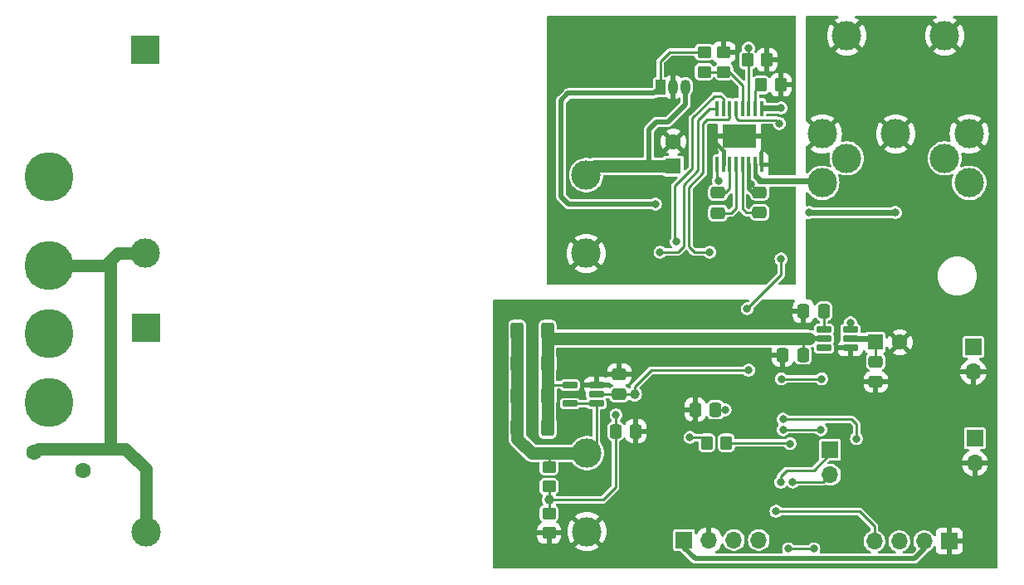
<source format=gbr>
%TF.GenerationSoftware,KiCad,Pcbnew,7.0.11-7.0.11~ubuntu22.04.1*%
%TF.CreationDate,2025-02-11T22:24:31-05:00*%
%TF.ProjectId,C64UltimatePSU,43363455-6c74-4696-9d61-74655053552e,rev?*%
%TF.SameCoordinates,Original*%
%TF.FileFunction,Copper,L2,Bot*%
%TF.FilePolarity,Positive*%
%FSLAX46Y46*%
G04 Gerber Fmt 4.6, Leading zero omitted, Abs format (unit mm)*
G04 Created by KiCad (PCBNEW 7.0.11-7.0.11~ubuntu22.04.1) date 2025-02-11 22:24:31*
%MOMM*%
%LPD*%
G01*
G04 APERTURE LIST*
G04 Aperture macros list*
%AMRoundRect*
0 Rectangle with rounded corners*
0 $1 Rounding radius*
0 $2 $3 $4 $5 $6 $7 $8 $9 X,Y pos of 4 corners*
0 Add a 4 corners polygon primitive as box body*
4,1,4,$2,$3,$4,$5,$6,$7,$8,$9,$2,$3,0*
0 Add four circle primitives for the rounded corners*
1,1,$1+$1,$2,$3*
1,1,$1+$1,$4,$5*
1,1,$1+$1,$6,$7*
1,1,$1+$1,$8,$9*
0 Add four rect primitives between the rounded corners*
20,1,$1+$1,$2,$3,$4,$5,0*
20,1,$1+$1,$4,$5,$6,$7,0*
20,1,$1+$1,$6,$7,$8,$9,0*
20,1,$1+$1,$8,$9,$2,$3,0*%
G04 Aperture macros list end*
%TA.AperFunction,SMDPad,CuDef*%
%ADD10RoundRect,0.250000X-0.337500X-0.475000X0.337500X-0.475000X0.337500X0.475000X-0.337500X0.475000X0*%
%TD*%
%TA.AperFunction,ComponentPad*%
%ADD11R,1.700000X1.700000*%
%TD*%
%TA.AperFunction,ComponentPad*%
%ADD12O,1.700000X1.700000*%
%TD*%
%TA.AperFunction,ComponentPad*%
%ADD13R,3.000000X3.000000*%
%TD*%
%TA.AperFunction,ComponentPad*%
%ADD14C,3.000000*%
%TD*%
%TA.AperFunction,ComponentPad*%
%ADD15R,1.600000X1.600000*%
%TD*%
%TA.AperFunction,ComponentPad*%
%ADD16C,1.600000*%
%TD*%
%TA.AperFunction,ComponentPad*%
%ADD17C,5.000000*%
%TD*%
%TA.AperFunction,ComponentPad*%
%ADD18R,1.050000X1.500000*%
%TD*%
%TA.AperFunction,ComponentPad*%
%ADD19O,1.050000X1.500000*%
%TD*%
%TA.AperFunction,SMDPad,CuDef*%
%ADD20RoundRect,0.250000X-0.350000X-0.450000X0.350000X-0.450000X0.350000X0.450000X-0.350000X0.450000X0*%
%TD*%
%TA.AperFunction,SMDPad,CuDef*%
%ADD21RoundRect,0.250000X0.475000X-0.337500X0.475000X0.337500X-0.475000X0.337500X-0.475000X-0.337500X0*%
%TD*%
%TA.AperFunction,SMDPad,CuDef*%
%ADD22RoundRect,0.250000X-0.450000X0.350000X-0.450000X-0.350000X0.450000X-0.350000X0.450000X0.350000X0*%
%TD*%
%TA.AperFunction,SMDPad,CuDef*%
%ADD23RoundRect,0.250000X-0.475000X0.337500X-0.475000X-0.337500X0.475000X-0.337500X0.475000X0.337500X0*%
%TD*%
%TA.AperFunction,SMDPad,CuDef*%
%ADD24RoundRect,0.162500X0.617500X0.162500X-0.617500X0.162500X-0.617500X-0.162500X0.617500X-0.162500X0*%
%TD*%
%TA.AperFunction,SMDPad,CuDef*%
%ADD25RoundRect,0.250000X-0.400000X-0.625000X0.400000X-0.625000X0.400000X0.625000X-0.400000X0.625000X0*%
%TD*%
%TA.AperFunction,SMDPad,CuDef*%
%ADD26RoundRect,0.051250X-0.153750X0.733750X-0.153750X-0.733750X0.153750X-0.733750X0.153750X0.733750X0*%
%TD*%
%TA.AperFunction,SMDPad,CuDef*%
%ADD27R,3.400000X2.480000*%
%TD*%
%TA.AperFunction,SMDPad,CuDef*%
%ADD28RoundRect,0.250000X0.450000X-0.350000X0.450000X0.350000X-0.450000X0.350000X-0.450000X-0.350000X0*%
%TD*%
%TA.AperFunction,SMDPad,CuDef*%
%ADD29RoundRect,0.250000X0.337500X0.475000X-0.337500X0.475000X-0.337500X-0.475000X0.337500X-0.475000X0*%
%TD*%
%TA.AperFunction,SMDPad,CuDef*%
%ADD30C,1.000000*%
%TD*%
%TA.AperFunction,ViaPad*%
%ADD31C,0.800000*%
%TD*%
%TA.AperFunction,Conductor*%
%ADD32C,1.270000*%
%TD*%
%TA.AperFunction,Conductor*%
%ADD33C,0.254000*%
%TD*%
%TA.AperFunction,Conductor*%
%ADD34C,0.625000*%
%TD*%
%TA.AperFunction,Conductor*%
%ADD35C,0.508000*%
%TD*%
%TA.AperFunction,Conductor*%
%ADD36C,0.400000*%
%TD*%
%TA.AperFunction,Conductor*%
%ADD37C,0.250000*%
%TD*%
%TA.AperFunction,Conductor*%
%ADD38C,1.000000*%
%TD*%
G04 APERTURE END LIST*
D10*
%TO.P,C2,1*%
%TO.N,GND*%
X171864200Y-69646800D03*
%TO.P,C2,2*%
%TO.N,Net-(IC2-VIN)*%
X173939200Y-69646800D03*
%TD*%
D11*
%TO.P,JP2,1,A*%
%TO.N,/5V/SEL*%
X191338200Y-68829000D03*
D12*
%TO.P,JP2,2,B*%
%TO.N,GND*%
X191338200Y-71369000D03*
%TD*%
D11*
%TO.P,J5,1,Pin_1*%
%TO.N,/5V/AUX2*%
X176707800Y-79324200D03*
D12*
%TO.P,J5,2,Pin_2*%
%TO.N,/5V/AUX1*%
X176707800Y-81864200D03*
%TD*%
D11*
%TO.P,J3,1,Pin_1*%
%TO.N,/5V/SW*%
X191465200Y-78130400D03*
D12*
%TO.P,J3,2,Pin_2*%
%TO.N,GND*%
X191465200Y-80670400D03*
%TD*%
D11*
%TO.P,J1,1,Pin_1*%
%TO.N,+5V*%
X161808000Y-88519000D03*
D12*
%TO.P,J1,2,Pin_2*%
%TO.N,GND*%
X164348000Y-88519000D03*
%TO.P,J1,3,Pin_3*%
%TO.N,/5V/SWDIO*%
X166888000Y-88519000D03*
%TO.P,J1,4,Pin_4*%
%TO.N,/5V/SWCLK*%
X169428000Y-88519000D03*
%TD*%
D13*
%TO.P,PS1,1,AC/L*%
%TO.N,AC_LINE*%
X106816200Y-38485500D03*
D14*
%TO.P,PS1,2,AC/N*%
%TO.N,AC_NEUTRAL*%
X106816200Y-59285500D03*
%TO.P,PS1,3,-Vo*%
%TO.N,GND2*%
X151816200Y-59285500D03*
%TO.P,PS1,4,+Vo*%
%TO.N,+12V*%
X151816200Y-51285500D03*
%TD*%
D15*
%TO.P,C4,1*%
%TO.N,+12V*%
X160705800Y-50368200D03*
D16*
%TO.P,C4,2*%
%TO.N,GND2*%
X160705800Y-47868200D03*
%TD*%
D11*
%TO.P,J4,1,Pin_1*%
%TO.N,GND*%
X188839000Y-88646000D03*
D12*
%TO.P,J4,2,Pin_2*%
%TO.N,+5V*%
X186299000Y-88646000D03*
%TO.P,J4,3,Pin_3*%
%TO.N,/5V/DISP_SCL*%
X183759000Y-88646000D03*
%TO.P,J4,4,Pin_4*%
%TO.N,/5V/DISP_SDA*%
X181219000Y-88646000D03*
%TD*%
D17*
%TO.P,H6,1,1*%
%TO.N,Net-(H3-Pad1)*%
X97000000Y-67500000D03*
%TD*%
D13*
%TO.P,PS2,1,AC/L*%
%TO.N,AC_LINE*%
X106892400Y-66857300D03*
D14*
%TO.P,PS2,2,AC/N*%
%TO.N,AC_NEUTRAL*%
X106892400Y-87657300D03*
%TO.P,PS2,3,-Vo*%
%TO.N,GND*%
X151892400Y-87657300D03*
%TO.P,PS2,4,+Vo*%
%TO.N,+5V*%
X151892400Y-79657300D03*
%TD*%
%TO.P,J2,1*%
%TO.N,GND*%
X175900700Y-47077800D03*
X178400700Y-37077800D03*
X188400700Y-37077800D03*
%TO.P,J2,2*%
X183400700Y-47077800D03*
%TO.P,J2,3*%
X190900700Y-47077800D03*
%TO.P,J2,4*%
%TO.N,5V_OUT*%
X178400700Y-49577800D03*
%TO.P,J2,5*%
X188400700Y-49577800D03*
%TO.P,J2,6*%
%TO.N,AC_OUT1*%
X175900700Y-52077800D03*
%TO.P,J2,7*%
%TO.N,AC_OUT2*%
X190900700Y-52077800D03*
%TD*%
D17*
%TO.P,H4,1,1*%
%TO.N,AC_NEUTRAL*%
X97000000Y-60500000D03*
%TD*%
%TO.P,H3,1,1*%
%TO.N,Net-(H3-Pad1)*%
X97000000Y-51435000D03*
%TD*%
D18*
%TO.P,IC6,1,VO*%
%TO.N,+5VA*%
X159410400Y-42291000D03*
D19*
%TO.P,IC6,2,GND*%
%TO.N,GND2*%
X160680400Y-42291000D03*
%TO.P,IC6,3,VI*%
%TO.N,+12V*%
X161950400Y-42291000D03*
%TD*%
D15*
%TO.P,C16,1*%
%TO.N,5V_OUT*%
X181316621Y-68351400D03*
D16*
%TO.P,C16,2*%
%TO.N,GND*%
X183816621Y-68351400D03*
%TD*%
%TO.P,RV1,1*%
%TO.N,AC_NEUTRAL*%
X95500000Y-79600000D03*
%TO.P,RV1,2*%
%TO.N,AC_LINE*%
X100500000Y-81400000D03*
%TD*%
D17*
%TO.P,H7,1,1*%
%TO.N,AC_LINE*%
X97000000Y-74500000D03*
%TD*%
D20*
%TO.P,R14,1*%
%TO.N,Net-(IC4-IPROPI)*%
X168265600Y-39547800D03*
%TO.P,R14,2*%
%TO.N,GND2*%
X170265600Y-39547800D03*
%TD*%
D10*
%TO.P,C9,1*%
%TO.N,GND*%
X162941000Y-75234800D03*
%TO.P,C9,2*%
%TO.N,Net-(IC1-VCL)*%
X165016000Y-75234800D03*
%TD*%
D21*
%TO.P,C17,1*%
%TO.N,Net-(IC4-VCP)*%
X169519600Y-55110200D03*
%TO.P,C17,2*%
%TO.N,+12V*%
X169519600Y-53035200D03*
%TD*%
D22*
%TO.P,R4,1*%
%TO.N,/5V/V5ADC*%
X148031200Y-85817200D03*
%TO.P,R4,2*%
%TO.N,GND*%
X148031200Y-87817200D03*
%TD*%
D10*
%TO.P,C15,1*%
%TO.N,GND*%
X173993900Y-65176400D03*
%TO.P,C15,2*%
%TO.N,Net-(IC2-DV{slash}DT)*%
X176068900Y-65176400D03*
%TD*%
D23*
%TO.P,C13,1*%
%TO.N,Net-(IC4-CPL)*%
X165252400Y-53086000D03*
%TO.P,C13,2*%
%TO.N,Net-(IC4-CPH)*%
X165252400Y-55161000D03*
%TD*%
D22*
%TO.P,R3,1*%
%TO.N,+5V*%
X148031200Y-81067400D03*
%TO.P,R3,2*%
%TO.N,/5V/V5ADC*%
X148031200Y-83067400D03*
%TD*%
D24*
%TO.P,IC2,1,EN*%
%TO.N,/5V/5V_EN*%
X178772800Y-67035600D03*
%TO.P,IC2,2,SOURCE*%
%TO.N,5V_OUT*%
X178772800Y-67985600D03*
%TO.P,IC2,3,GND*%
%TO.N,GND*%
X178772800Y-68935600D03*
%TO.P,IC2,4,ILIMIT*%
%TO.N,unconnected-(IC2-ILIMIT-Pad4)*%
X176072800Y-68935600D03*
%TO.P,IC2,5,VIN*%
%TO.N,Net-(IC2-VIN)*%
X176072800Y-67985600D03*
%TO.P,IC2,6,DV/DT*%
%TO.N,Net-(IC2-DV{slash}DT)*%
X176072800Y-67035600D03*
%TD*%
D25*
%TO.P,R9,1*%
%TO.N,+5V*%
X144780000Y-70483600D03*
%TO.P,R9,2*%
%TO.N,Net-(IC2-VIN)*%
X147880000Y-70483600D03*
%TD*%
D26*
%TO.P,IC4,1,EN/IN1*%
%TO.N,Net-(IC4-EN{slash}IN1)*%
X165161800Y-44475600D03*
%TO.P,IC4,2,PH/IN2*%
%TO.N,Net-(IC4-PH{slash}IN2)*%
X165811800Y-44475600D03*
%TO.P,IC4,3,NSLEEP*%
%TO.N,Net-(IC4-NSLEEP)*%
X166461800Y-44475600D03*
%TO.P,IC4,4,NFAULT*%
%TO.N,Net-(IC4-NFAULT)*%
X167111800Y-44475600D03*
%TO.P,IC4,5,VREF*%
%TO.N,Net-(IC4-VREF)*%
X167761800Y-44475600D03*
%TO.P,IC4,6,IPROPI*%
%TO.N,Net-(IC4-IPROPI)*%
X168411800Y-44475600D03*
%TO.P,IC4,7,IMODE*%
%TO.N,Net-(IC4-IMODE)*%
X169061800Y-44475600D03*
%TO.P,IC4,8,OUT1*%
%TO.N,AC_OUT2*%
X169711800Y-44475600D03*
%TO.P,IC4,9,PGND*%
%TO.N,GND2*%
X169711800Y-50215600D03*
%TO.P,IC4,10,OUT2*%
%TO.N,AC_OUT1*%
X169061800Y-50215600D03*
%TO.P,IC4,11,VM*%
%TO.N,+12V*%
X168411800Y-50215600D03*
%TO.P,IC4,12,VCP*%
%TO.N,Net-(IC4-VCP)*%
X167761800Y-50215600D03*
%TO.P,IC4,13,CPH*%
%TO.N,Net-(IC4-CPH)*%
X167111800Y-50215600D03*
%TO.P,IC4,14,CPL*%
%TO.N,Net-(IC4-CPL)*%
X166461800Y-50215600D03*
%TO.P,IC4,15,GND*%
%TO.N,GND2*%
X165811800Y-50215600D03*
%TO.P,IC4,16,PMODE*%
%TO.N,Net-(IC4-PMODE)*%
X165161800Y-50215600D03*
D27*
%TO.P,IC4,17,THERMAL*%
%TO.N,GND2*%
X167436800Y-47345600D03*
%TD*%
D21*
%TO.P,C3,1*%
%TO.N,GND*%
X181356000Y-72390000D03*
%TO.P,C3,2*%
%TO.N,5V_OUT*%
X181356000Y-70315000D03*
%TD*%
D25*
%TO.P,R8,1*%
%TO.N,+5V*%
X144780000Y-73773600D03*
%TO.P,R8,2*%
%TO.N,Net-(IC2-VIN)*%
X147880000Y-73773600D03*
%TD*%
D24*
%TO.P,IC3,1,GND*%
%TO.N,GND*%
X152861000Y-72710000D03*
%TO.P,IC3,2,OUT*%
%TO.N,/5V/5VIADC*%
X152861000Y-73660000D03*
%TO.P,IC3,3,VCC*%
%TO.N,+5V*%
X152861000Y-74610000D03*
%TO.P,IC3,4,RS+*%
X150161000Y-74610000D03*
%TO.P,IC3,5,RS-*%
%TO.N,Net-(IC2-VIN)*%
X150161000Y-72710000D03*
%TD*%
D20*
%TO.P,R13,1*%
%TO.N,Net-(IC4-IMODE)*%
X169678600Y-42087800D03*
%TO.P,R13,2*%
%TO.N,GND2*%
X171678600Y-42087800D03*
%TD*%
D28*
%TO.P,R12,1*%
%TO.N,Net-(IC4-VREF)*%
X165862000Y-40751000D03*
%TO.P,R12,2*%
%TO.N,GND2*%
X165862000Y-38751000D03*
%TD*%
D23*
%TO.P,C14,1*%
%TO.N,GND*%
X155194000Y-71581100D03*
%TO.P,C14,2*%
%TO.N,/5V/5VIADC*%
X155194000Y-73656100D03*
%TD*%
D25*
%TO.P,R7,1*%
%TO.N,+5V*%
X144780000Y-77063600D03*
%TO.P,R7,2*%
%TO.N,Net-(IC2-VIN)*%
X147880000Y-77063600D03*
%TD*%
%TO.P,R10,1*%
%TO.N,+5V*%
X144780000Y-67193600D03*
%TO.P,R10,2*%
%TO.N,Net-(IC2-VIN)*%
X147880000Y-67193600D03*
%TD*%
D22*
%TO.P,R11,1*%
%TO.N,+5VA*%
X163855400Y-38751000D03*
%TO.P,R11,2*%
%TO.N,Net-(IC4-VREF)*%
X163855400Y-40751000D03*
%TD*%
D20*
%TO.P,R16,1*%
%TO.N,+5V*%
X164116000Y-78613000D03*
%TO.P,R16,2*%
%TO.N,NFAULT*%
X166116000Y-78613000D03*
%TD*%
D29*
%TO.P,C5,1*%
%TO.N,GND*%
X156895800Y-77419200D03*
%TO.P,C5,2*%
%TO.N,/5V/V5ADC*%
X154820800Y-77419200D03*
%TD*%
D30*
%TO.P,V5ADC1,1,1*%
%TO.N,/5V/V5ADC*%
X148056600Y-84429600D03*
%TD*%
%TO.P,5VIADC1,1,1*%
%TO.N,/5V/5VIADC*%
X156743400Y-73634600D03*
%TD*%
D31*
%TO.N,AC_OUT2*%
X174599600Y-55118000D03*
X183362600Y-55118000D03*
%TO.N,/5V/SW*%
X179400200Y-78181200D03*
%TO.N,/5V/SEL*%
X175768000Y-77266800D03*
X171907200Y-77266800D03*
%TO.N,/5V/DISP_SCL*%
X172466000Y-89433400D03*
X175056800Y-89433400D03*
%TO.N,/5V/AUX2*%
X171678600Y-82626200D03*
%TO.N,/5V/AUX1*%
X172908803Y-82600800D03*
%TO.N,+5V*%
X162407600Y-78054200D03*
%TO.N,/5V/5VOADC*%
X175844200Y-72085200D03*
X171729400Y-72085200D03*
%TO.N,/5V/SW*%
X171907200Y-76200000D03*
%TO.N,AC_OUT2*%
X171704000Y-44450000D03*
%TO.N,/5V/5VIADC*%
X168402000Y-71196200D03*
%TO.N,GND2*%
X158775400Y-35814000D03*
X170053000Y-46482000D03*
X164769800Y-47371000D03*
X148615400Y-35788600D03*
X172593000Y-61671200D03*
X170078400Y-47345600D03*
X170713400Y-50165000D03*
X170865800Y-54076600D03*
X163804600Y-52959000D03*
X170078400Y-48158400D03*
X172694600Y-43484800D03*
X163195000Y-61874400D03*
X148234400Y-48133000D03*
X168325800Y-35788600D03*
X157581600Y-52527200D03*
X167614600Y-57683400D03*
X164769800Y-48183800D03*
X164769800Y-46558200D03*
%TO.N,GND*%
X177317400Y-88519000D03*
X161442400Y-85394800D03*
X146254400Y-68820600D03*
X177342800Y-65151000D03*
X158267400Y-77393800D03*
X164084000Y-82499200D03*
X142849600Y-79248000D03*
X153593800Y-82296000D03*
X146229000Y-75475400D03*
X178790600Y-70180200D03*
X172516800Y-65151000D03*
X163169600Y-64516000D03*
X160553400Y-75082400D03*
X168376600Y-69748400D03*
X150596600Y-76682600D03*
X162915600Y-76631800D03*
X165557200Y-76631800D03*
X152831800Y-71374000D03*
X142722600Y-64566800D03*
X153492200Y-64516000D03*
X142849600Y-90652600D03*
X159766000Y-90424000D03*
%TO.N,/5V/V5ADC*%
X154863800Y-75742800D03*
%TO.N,+12V*%
X168642530Y-52233681D03*
%TO.N,/5V/DISP_SDA*%
X171196000Y-85598000D03*
%TO.N,Net-(IC1-VCL)*%
X165989000Y-75234800D03*
%TO.N,/5V/5V_EN*%
X178790600Y-66370200D03*
%TO.N,NFAULT*%
X172618400Y-78689200D03*
%TO.N,Net-(IC4-EN{slash}IN1)*%
X159359600Y-59156600D03*
%TO.N,Net-(IC4-PH{slash}IN2)*%
X161010600Y-58089800D03*
%TO.N,Net-(IC4-NSLEEP)*%
X164439600Y-59156600D03*
%TO.N,Net-(IC4-NFAULT)*%
X168249600Y-64922400D03*
X171526200Y-46024800D03*
X171704000Y-59842400D03*
%TO.N,Net-(IC4-IPROPI)*%
X168376600Y-38328600D03*
%TO.N,Net-(IC4-PMODE)*%
X165328600Y-51892200D03*
%TO.N,+5VA*%
X158877000Y-54254400D03*
%TD*%
D32*
%TO.N,Net-(IC2-VIN)*%
X148007000Y-67970400D02*
X173939200Y-67970400D01*
X173939200Y-67970400D02*
X174533600Y-67970400D01*
D33*
X173939200Y-69646800D02*
X173939200Y-67970400D01*
D34*
%TO.N,AC_OUT2*%
X174599600Y-55118000D02*
X183362600Y-55118000D01*
D33*
%TO.N,/5V/SW*%
X179400200Y-76708000D02*
X179400200Y-78181200D01*
X171907200Y-76200000D02*
X178892200Y-76200000D01*
X178892200Y-76200000D02*
X179400200Y-76708000D01*
%TO.N,/5V/SEL*%
X171907200Y-77266800D02*
X175768000Y-77266800D01*
%TO.N,/5V/DISP_SCL*%
X172466000Y-89433400D02*
X175056800Y-89433400D01*
%TO.N,/5V/AUX2*%
X171678600Y-82626200D02*
X171678600Y-82016600D01*
X171678600Y-82016600D02*
X172237400Y-81457800D01*
X172237400Y-81457800D02*
X175031400Y-81457800D01*
X175031400Y-81457800D02*
X176707800Y-79781400D01*
X176707800Y-79781400D02*
X176707800Y-79324200D01*
%TO.N,/5V/AUX1*%
X172908803Y-82600800D02*
X175971200Y-82600800D01*
X175971200Y-82600800D02*
X176707800Y-81864200D01*
%TO.N,NFAULT*%
X166116000Y-78613000D02*
X172542200Y-78613000D01*
X172542200Y-78613000D02*
X172618400Y-78689200D01*
%TO.N,+5V*%
X162407600Y-78054200D02*
X163557200Y-78054200D01*
X163557200Y-78054200D02*
X164116000Y-78613000D01*
%TO.N,/5V/5VOADC*%
X171729400Y-72085200D02*
X175844200Y-72085200D01*
%TO.N,5V_OUT*%
X181356000Y-70315000D02*
X181356000Y-68390779D01*
X181356000Y-68390779D02*
X181316621Y-68351400D01*
D35*
%TO.N,+5V*%
X161808000Y-88519000D02*
X161808000Y-89291000D01*
X186299000Y-89418000D02*
X186299000Y-88646000D01*
X161808000Y-89291000D02*
X162941000Y-90424000D01*
X185293000Y-90424000D02*
X186299000Y-89418000D01*
X162941000Y-90424000D02*
X185293000Y-90424000D01*
D33*
%TO.N,/5V/DISP_SDA*%
X171196000Y-85598000D02*
X179705000Y-85598000D01*
X179705000Y-85598000D02*
X181219000Y-87112000D01*
X181219000Y-87112000D02*
X181219000Y-88646000D01*
%TO.N,Net-(IC4-NFAULT)*%
X171170600Y-45669200D02*
X167360600Y-45669200D01*
X167360600Y-45669200D02*
X167111800Y-45420400D01*
X171526200Y-46024800D02*
X171170600Y-45669200D01*
X167111800Y-45420400D02*
X167111800Y-44475600D01*
D34*
%TO.N,AC_OUT2*%
X171577000Y-44450000D02*
X171704000Y-44450000D01*
X170027600Y-44450000D02*
X171577000Y-44450000D01*
X170002200Y-44475400D02*
X170027600Y-44450000D01*
%TO.N,AC_OUT1*%
X169824400Y-51892200D02*
X175715100Y-51892200D01*
X175715100Y-51892200D02*
X175900700Y-52077800D01*
D33*
%TO.N,/5V/5VIADC*%
X158445200Y-71196200D02*
X156743400Y-72898000D01*
X156721900Y-73656100D02*
X156743400Y-73634600D01*
X152864900Y-73656100D02*
X152861000Y-73660000D01*
X156743400Y-72898000D02*
X156743400Y-73634600D01*
X168402000Y-71196200D02*
X158445200Y-71196200D01*
X155194000Y-73656100D02*
X156721900Y-73656100D01*
X155194000Y-73656100D02*
X152864900Y-73656100D01*
D36*
%TO.N,GND2*%
X165811800Y-48870200D02*
X165125400Y-48183800D01*
X165811800Y-50215600D02*
X165811800Y-48870200D01*
X165125400Y-48183800D02*
X164769800Y-48183800D01*
D33*
%TO.N,/5V/V5ADC*%
X154813000Y-75793600D02*
X154863800Y-75742800D01*
X148031200Y-85817200D02*
X148031200Y-84455000D01*
X148031200Y-84455000D02*
X148056600Y-84429600D01*
X154820800Y-77419200D02*
X154820800Y-75785800D01*
X153543000Y-84429600D02*
X154820800Y-83151800D01*
X154820800Y-75785800D02*
X154863800Y-75742800D01*
X148056600Y-84429600D02*
X148031200Y-84404200D01*
X148056600Y-84429600D02*
X153543000Y-84429600D01*
X148031200Y-84404200D02*
X148031200Y-83067400D01*
X154820800Y-83151800D02*
X154820800Y-77419200D01*
D35*
%TO.N,5V_OUT*%
X180950821Y-67985600D02*
X181316621Y-68351400D01*
D34*
X178772800Y-67985600D02*
X180950821Y-67985600D01*
D32*
%TO.N,AC_NEUTRAL*%
X95500000Y-79600000D02*
X95902800Y-79197200D01*
X106816200Y-59285500D02*
X104033700Y-59285500D01*
X103301800Y-79197200D02*
X103301800Y-60172600D01*
X95902800Y-79197200D02*
X103301800Y-79197200D01*
X104800400Y-79197200D02*
X106892400Y-81289200D01*
X104033700Y-59285500D02*
X103224200Y-60095000D01*
X103301800Y-79197200D02*
X104800400Y-79197200D01*
X103301800Y-60172600D02*
X103224200Y-60095000D01*
X103224200Y-60095000D02*
X102819200Y-60500000D01*
X106892400Y-81289200D02*
X106892400Y-87657300D01*
X97000000Y-60500000D02*
X102819200Y-60500000D01*
D36*
%TO.N,+12V*%
X168411800Y-50215600D02*
X168411800Y-52638600D01*
D34*
X151816200Y-51285500D02*
X151234500Y-51285500D01*
D32*
X152733500Y-50368200D02*
X151816200Y-51285500D01*
X158242000Y-50368200D02*
X152733500Y-50368200D01*
D35*
X161950400Y-44069000D02*
X160172400Y-45847000D01*
X161950400Y-42291000D02*
X161950400Y-44069000D01*
D32*
X160705800Y-50368200D02*
X158242000Y-50368200D01*
D36*
X168411800Y-52638600D02*
X168808400Y-53035200D01*
D35*
X158242000Y-46609000D02*
X158242000Y-50368200D01*
D33*
X168808400Y-53035200D02*
X169519600Y-53035200D01*
D35*
X159004000Y-45847000D02*
X158242000Y-46609000D01*
X160172400Y-45847000D02*
X159004000Y-45847000D01*
D36*
%TO.N,AC_OUT2*%
X170002000Y-44475600D02*
X170002200Y-44475400D01*
X169711800Y-44475600D02*
X170002000Y-44475600D01*
%TO.N,AC_OUT1*%
X169748200Y-51892200D02*
X169824400Y-51892200D01*
X169061800Y-51434400D02*
X169061800Y-50215600D01*
X169061800Y-50215600D02*
X169061800Y-51205800D01*
D34*
X169824400Y-51892200D02*
X169519600Y-51892200D01*
D36*
X169519600Y-51892200D02*
X169061800Y-51434400D01*
X169061800Y-51205800D02*
X169748200Y-51892200D01*
D33*
%TO.N,Net-(IC1-VCL)*%
X165989000Y-75234800D02*
X165016000Y-75234800D01*
%TO.N,Net-(IC4-CPL)*%
X166039800Y-53086000D02*
X165252400Y-53086000D01*
X166461800Y-50215600D02*
X166461800Y-52664000D01*
X166461800Y-52664000D02*
X166039800Y-53086000D01*
D32*
%TO.N,+5V*%
X144780000Y-78181200D02*
X146256100Y-79657300D01*
D33*
X148031200Y-79708100D02*
X148082000Y-79657300D01*
X150161000Y-74610000D02*
X152861000Y-74610000D01*
D32*
X144780000Y-67193600D02*
X144780000Y-78181200D01*
D33*
X148031200Y-81067400D02*
X148031200Y-79708100D01*
D32*
X148082000Y-79657300D02*
X151892400Y-79657300D01*
X146256100Y-79657300D02*
X148082000Y-79657300D01*
D33*
X152861000Y-74610000D02*
X152861000Y-78688700D01*
X152861000Y-78688700D02*
X151892400Y-79657300D01*
%TO.N,Net-(IC4-CPH)*%
X166606400Y-55161000D02*
X165252400Y-55161000D01*
X167111800Y-50215600D02*
X167111800Y-54655600D01*
X167111800Y-54655600D02*
X166606400Y-55161000D01*
D37*
%TO.N,/5V/5V_EN*%
X178790600Y-66370200D02*
X178790600Y-67017800D01*
X178790600Y-67017800D02*
X178772800Y-67035600D01*
D33*
%TO.N,Net-(IC2-DV{slash}DT)*%
X176068900Y-67031700D02*
X176068900Y-65176400D01*
X176072800Y-67035600D02*
X176068900Y-67031700D01*
%TO.N,Net-(IC4-VCP)*%
X167761800Y-54706400D02*
X168165600Y-55110200D01*
X168165600Y-55110200D02*
X169519600Y-55110200D01*
X167761800Y-50215600D02*
X167761800Y-54706400D01*
D32*
%TO.N,Net-(IC2-VIN)*%
X147880000Y-68097400D02*
X148007000Y-67970400D01*
D35*
X174548800Y-67985600D02*
X176072800Y-67985600D01*
D33*
X147890200Y-72710000D02*
X147880000Y-72720200D01*
D32*
X174533600Y-67970400D02*
X174548800Y-67985600D01*
X147880000Y-77063600D02*
X147880000Y-72720200D01*
D33*
X150161000Y-72710000D02*
X147890200Y-72710000D01*
D38*
X147880000Y-67193600D02*
X147880000Y-68097400D01*
D32*
X147880000Y-72720200D02*
X147880000Y-67193600D01*
X147880000Y-77126400D02*
X147880000Y-77063600D01*
D33*
%TO.N,Net-(IC4-EN{slash}IN1)*%
X161747200Y-52273200D02*
X161747200Y-58547000D01*
X161163000Y-59131200D02*
X159385000Y-59131200D01*
X163195000Y-50825400D02*
X161747200Y-52273200D01*
X164439400Y-44475600D02*
X163195000Y-45720000D01*
X165161800Y-44475600D02*
X164439400Y-44475600D01*
X163195000Y-45720000D02*
X163195000Y-50825400D01*
X159385000Y-59131200D02*
X159359600Y-59156600D01*
X161747200Y-58547000D02*
X161163000Y-59131200D01*
%TO.N,Net-(IC4-PH{slash}IN2)*%
X160883600Y-52400200D02*
X162661600Y-50622200D01*
X160883600Y-57962800D02*
X160883600Y-52400200D01*
X164896800Y-43230800D02*
X165531800Y-43230800D01*
X161010600Y-58089800D02*
X160883600Y-57962800D01*
X162661600Y-50622200D02*
X162661600Y-45466000D01*
X165531800Y-43230800D02*
X165811800Y-43510800D01*
X162661600Y-45466000D02*
X164896800Y-43230800D01*
X165811800Y-43510800D02*
X165811800Y-44475600D01*
%TO.N,Net-(IC4-NSLEEP)*%
X166243000Y-45643800D02*
X164134800Y-45643800D01*
X163753800Y-46024800D02*
X163753800Y-51079400D01*
X166461800Y-44475600D02*
X166461800Y-45425000D01*
X166461800Y-45425000D02*
X166243000Y-45643800D01*
X163753800Y-51079400D02*
X162306000Y-52527200D01*
X164134800Y-45643800D02*
X163753800Y-46024800D01*
X162864800Y-59156600D02*
X164439600Y-59156600D01*
X162306000Y-52527200D02*
X162306000Y-58597800D01*
X162306000Y-58597800D02*
X162864800Y-59156600D01*
%TO.N,Net-(IC4-NFAULT)*%
X171704000Y-61468000D02*
X168249600Y-64922400D01*
X171704000Y-59842400D02*
X171704000Y-61468000D01*
D37*
%TO.N,Net-(IC4-VREF)*%
X163855400Y-40751000D02*
X166404800Y-40751000D01*
X166404800Y-40751000D02*
X167761800Y-42108000D01*
X167761800Y-42108000D02*
X167761800Y-44475600D01*
D33*
%TO.N,Net-(IC4-IPROPI)*%
X168411800Y-44475600D02*
X168411800Y-39694000D01*
D37*
X168376600Y-39436800D02*
X168265600Y-39547800D01*
D33*
X168411800Y-39694000D02*
X168265600Y-39547800D01*
D37*
X168376600Y-38328600D02*
X168376600Y-39436800D01*
D33*
%TO.N,Net-(IC4-IMODE)*%
X169061800Y-42704600D02*
X169678600Y-42087800D01*
X169061800Y-44475600D02*
X169061800Y-42704600D01*
%TO.N,Net-(IC4-PMODE)*%
X165328600Y-51892200D02*
X165161800Y-51725400D01*
X165161800Y-51725400D02*
X165161800Y-50215600D01*
D35*
%TO.N,+5VA*%
X149275800Y-43637200D02*
X149275800Y-53492400D01*
D37*
X163855400Y-38751000D02*
X160308800Y-38751000D01*
X159385000Y-39674800D02*
X159385000Y-42265600D01*
D35*
X149961600Y-42951400D02*
X149275800Y-43637200D01*
X149275800Y-53492400D02*
X150037800Y-54254400D01*
D37*
X160308800Y-38751000D02*
X159385000Y-39674800D01*
D35*
X159410400Y-42291000D02*
X158750000Y-42951400D01*
D37*
X159385000Y-42265600D02*
X159410400Y-42291000D01*
D35*
X150037800Y-54254400D02*
X158877000Y-54254400D01*
X158750000Y-42951400D02*
X149961600Y-42951400D01*
%TD*%
%TA.AperFunction,Conductor*%
%TO.N,GND2*%
G36*
X162858591Y-39150502D02*
G01*
X162905084Y-39204158D01*
X162908525Y-39212467D01*
X162958057Y-39345265D01*
X162958058Y-39345267D01*
X163044996Y-39461404D01*
X163161133Y-39548342D01*
X163297058Y-39599040D01*
X163357145Y-39605500D01*
X164353654Y-39605499D01*
X164413742Y-39599040D01*
X164549667Y-39548342D01*
X164615159Y-39499315D01*
X164681676Y-39474506D01*
X164751050Y-39489597D01*
X164797905Y-39534037D01*
X164819681Y-39569342D01*
X164819688Y-39569350D01*
X164943649Y-39693311D01*
X164943655Y-39693316D01*
X165099124Y-39789210D01*
X165097444Y-39791932D01*
X165139996Y-39829304D01*
X165159542Y-39897557D01*
X165139085Y-39965543D01*
X165109054Y-39997583D01*
X165051596Y-40040595D01*
X164959569Y-40163531D01*
X164902733Y-40206078D01*
X164831917Y-40211144D01*
X164769605Y-40177119D01*
X164757831Y-40163531D01*
X164665804Y-40040596D01*
X164608346Y-39997584D01*
X164549667Y-39953658D01*
X164549665Y-39953657D01*
X164549666Y-39953657D01*
X164413749Y-39902962D01*
X164413744Y-39902960D01*
X164413742Y-39902960D01*
X164363487Y-39897557D01*
X164353656Y-39896500D01*
X163357153Y-39896500D01*
X163357129Y-39896502D01*
X163297060Y-39902959D01*
X163297058Y-39902959D01*
X163161133Y-39953657D01*
X163044996Y-40040596D01*
X162958057Y-40156734D01*
X162907362Y-40292650D01*
X162907360Y-40292658D01*
X162900900Y-40352737D01*
X162900900Y-41149246D01*
X162900902Y-41149270D01*
X162907359Y-41209339D01*
X162907359Y-41209341D01*
X162958057Y-41345266D01*
X162973498Y-41365893D01*
X163044996Y-41461404D01*
X163161133Y-41548342D01*
X163297058Y-41599040D01*
X163357145Y-41605500D01*
X164353654Y-41605499D01*
X164413742Y-41599040D01*
X164549667Y-41548342D01*
X164665804Y-41461404D01*
X164752742Y-41345267D01*
X164752742Y-41345265D01*
X164757831Y-41338468D01*
X164814666Y-41295921D01*
X164885482Y-41290855D01*
X164947795Y-41324880D01*
X164959569Y-41338468D01*
X164964657Y-41345265D01*
X164964658Y-41345267D01*
X165051596Y-41461404D01*
X165167733Y-41548342D01*
X165303658Y-41599040D01*
X165363745Y-41605500D01*
X166360254Y-41605499D01*
X166420342Y-41599040D01*
X166556267Y-41548342D01*
X166556267Y-41548341D01*
X166559918Y-41546980D01*
X166630733Y-41541914D01*
X166693043Y-41575937D01*
X166693046Y-41575940D01*
X167345395Y-42228289D01*
X167379421Y-42290601D01*
X167382300Y-42317384D01*
X167382300Y-43310100D01*
X167362298Y-43378221D01*
X167308642Y-43424714D01*
X167256300Y-43436100D01*
X166912405Y-43436100D01*
X166912399Y-43436101D01*
X166886837Y-43439065D01*
X166886829Y-43439067D01*
X166837692Y-43460764D01*
X166767297Y-43469982D01*
X166735906Y-43460764D01*
X166694510Y-43442486D01*
X166686762Y-43439065D01*
X166686763Y-43439065D01*
X166661204Y-43436100D01*
X166280236Y-43436100D01*
X166212115Y-43416098D01*
X166169422Y-43370069D01*
X166152303Y-43338436D01*
X166149938Y-43333840D01*
X166126577Y-43286054D01*
X166126575Y-43286052D01*
X166121947Y-43279568D01*
X166117020Y-43273238D01*
X166077893Y-43237219D01*
X166074136Y-43233613D01*
X165838780Y-42998257D01*
X165822391Y-42978076D01*
X165816360Y-42968844D01*
X165816359Y-42968843D01*
X165790986Y-42949095D01*
X165779282Y-42938758D01*
X165779217Y-42938693D01*
X165779209Y-42938686D01*
X165761983Y-42926387D01*
X165757872Y-42923321D01*
X165717025Y-42891529D01*
X165715883Y-42890640D01*
X165708864Y-42886842D01*
X165701672Y-42883326D01*
X165701670Y-42883325D01*
X165701667Y-42883324D01*
X165650708Y-42868152D01*
X165645750Y-42866564D01*
X165595464Y-42849301D01*
X165595463Y-42849300D01*
X165595461Y-42849300D01*
X165595458Y-42849300D01*
X165587548Y-42847979D01*
X165579642Y-42846994D01*
X165528775Y-42849099D01*
X165526525Y-42849192D01*
X165521320Y-42849300D01*
X164949434Y-42849300D01*
X164923575Y-42846618D01*
X164912780Y-42844354D01*
X164880879Y-42848332D01*
X164865292Y-42849300D01*
X164865184Y-42849300D01*
X164844361Y-42852774D01*
X164839215Y-42853524D01*
X164786438Y-42860103D01*
X164778800Y-42862377D01*
X164771213Y-42864982D01*
X164724460Y-42890283D01*
X164719835Y-42892664D01*
X164672053Y-42916024D01*
X164665543Y-42920672D01*
X164659233Y-42925584D01*
X164623206Y-42964718D01*
X164619603Y-42968473D01*
X162429055Y-45159020D01*
X162408882Y-45175404D01*
X162399641Y-45181441D01*
X162379890Y-45206817D01*
X162369580Y-45218495D01*
X162369491Y-45218583D01*
X162369488Y-45218587D01*
X162357212Y-45235780D01*
X162354103Y-45239950D01*
X162321442Y-45281913D01*
X162317630Y-45288958D01*
X162314125Y-45296127D01*
X162298949Y-45347100D01*
X162297362Y-45352054D01*
X162280099Y-45402342D01*
X162278784Y-45410218D01*
X162277794Y-45418160D01*
X162279992Y-45471272D01*
X162280100Y-45476480D01*
X162280100Y-50411985D01*
X162260098Y-50480106D01*
X162243195Y-50501080D01*
X161975394Y-50768881D01*
X161913082Y-50802907D01*
X161842267Y-50797842D01*
X161785431Y-50755295D01*
X161760620Y-50688775D01*
X161760299Y-50679786D01*
X161760299Y-49543136D01*
X161760298Y-49543127D01*
X161745534Y-49468899D01*
X161723686Y-49436202D01*
X161689284Y-49384716D01*
X161689283Y-49384715D01*
X161605102Y-49328466D01*
X161530869Y-49313700D01*
X161250327Y-49313700D01*
X161182206Y-49293698D01*
X161135713Y-49240042D01*
X161125609Y-49169768D01*
X161155103Y-49105188D01*
X161197077Y-49073505D01*
X161358282Y-48998334D01*
X161358283Y-48998333D01*
X161431271Y-48947225D01*
X161431271Y-48947223D01*
X160750201Y-48266153D01*
X160830948Y-48253365D01*
X160943845Y-48195841D01*
X161033441Y-48106245D01*
X161090965Y-47993348D01*
X161103753Y-47912601D01*
X161784823Y-48593671D01*
X161784825Y-48593671D01*
X161835933Y-48520683D01*
X161835934Y-48520682D01*
X161932065Y-48314528D01*
X161932067Y-48314523D01*
X161990940Y-48094802D01*
X162010765Y-47868200D01*
X161990940Y-47641597D01*
X161932067Y-47421876D01*
X161932065Y-47421871D01*
X161835934Y-47215717D01*
X161784824Y-47142727D01*
X161103753Y-47823798D01*
X161090965Y-47743052D01*
X161033441Y-47630155D01*
X160943845Y-47540559D01*
X160830948Y-47483035D01*
X160750200Y-47470246D01*
X161431271Y-46789174D01*
X161431271Y-46789173D01*
X161358281Y-46738065D01*
X161358282Y-46738065D01*
X161152128Y-46641934D01*
X161152123Y-46641932D01*
X160932402Y-46583059D01*
X160705800Y-46563234D01*
X160479197Y-46583059D01*
X160259476Y-46641932D01*
X160259471Y-46641934D01*
X160053313Y-46738067D01*
X159980327Y-46789172D01*
X159980327Y-46789175D01*
X160661398Y-47470246D01*
X160580652Y-47483035D01*
X160467755Y-47540559D01*
X160378159Y-47630155D01*
X160320635Y-47743052D01*
X160307846Y-47823798D01*
X159626775Y-47142727D01*
X159626772Y-47142727D01*
X159575667Y-47215713D01*
X159479534Y-47421871D01*
X159479532Y-47421876D01*
X159420659Y-47641597D01*
X159400834Y-47868200D01*
X159420659Y-48094802D01*
X159479532Y-48314523D01*
X159479534Y-48314528D01*
X159575665Y-48520682D01*
X159626774Y-48593671D01*
X160307846Y-47912599D01*
X160320635Y-47993348D01*
X160378159Y-48106245D01*
X160467755Y-48195841D01*
X160580652Y-48253365D01*
X160661399Y-48266153D01*
X159980327Y-48947224D01*
X159980327Y-48947225D01*
X160053318Y-48998334D01*
X160053317Y-48998334D01*
X160214523Y-49073505D01*
X160267808Y-49120422D01*
X160287269Y-49188699D01*
X160266727Y-49256659D01*
X160212705Y-49302725D01*
X160161273Y-49313700D01*
X159880736Y-49313700D01*
X159880726Y-49313701D01*
X159806499Y-49328465D01*
X159722317Y-49384715D01*
X159722316Y-49384716D01*
X159698192Y-49420821D01*
X159696934Y-49422703D01*
X159642456Y-49468230D01*
X159592169Y-49478700D01*
X158876500Y-49478700D01*
X158808379Y-49458698D01*
X158761886Y-49405042D01*
X158750500Y-49352700D01*
X158750500Y-46871818D01*
X158770502Y-46803697D01*
X158787405Y-46782723D01*
X159177723Y-46392405D01*
X159240035Y-46358379D01*
X159266818Y-46355500D01*
X160104184Y-46355500D01*
X160130965Y-46358378D01*
X160135751Y-46359420D01*
X160135751Y-46359419D01*
X160135752Y-46359420D01*
X160166244Y-46357239D01*
X160186074Y-46355820D01*
X160195062Y-46355500D01*
X160208766Y-46355500D01*
X160208768Y-46355500D01*
X160222353Y-46353546D01*
X160231253Y-46352589D01*
X160281601Y-46348989D01*
X160286194Y-46347275D01*
X160312293Y-46340614D01*
X160317134Y-46339919D01*
X160363033Y-46318957D01*
X160371314Y-46315526D01*
X160418604Y-46297889D01*
X160422517Y-46294958D01*
X160445699Y-46281204D01*
X160450143Y-46279176D01*
X160488291Y-46246119D01*
X160495261Y-46240503D01*
X160506248Y-46232280D01*
X160515951Y-46222575D01*
X160522518Y-46216461D01*
X160560650Y-46183421D01*
X160563294Y-46179305D01*
X160580195Y-46158331D01*
X162261731Y-44476795D01*
X162282705Y-44459894D01*
X162286821Y-44457250D01*
X162319861Y-44419118D01*
X162325979Y-44412548D01*
X162335680Y-44402848D01*
X162343903Y-44391861D01*
X162349519Y-44384891D01*
X162382576Y-44346743D01*
X162384608Y-44342292D01*
X162398357Y-44319120D01*
X162401289Y-44315204D01*
X162418926Y-44267916D01*
X162422356Y-44259635D01*
X162443319Y-44213734D01*
X162444015Y-44208891D01*
X162450675Y-44182793D01*
X162452389Y-44178200D01*
X162455988Y-44127870D01*
X162456948Y-44118941D01*
X162458900Y-44105368D01*
X162458900Y-44091661D01*
X162459221Y-44082672D01*
X162462820Y-44032351D01*
X162461778Y-44027562D01*
X162458900Y-44000783D01*
X162458900Y-43162069D01*
X162478902Y-43093948D01*
X162495800Y-43072978D01*
X162563694Y-43005085D01*
X162657149Y-42856352D01*
X162715165Y-42690553D01*
X162729900Y-42559774D01*
X162729900Y-42022226D01*
X162715165Y-41891447D01*
X162657149Y-41725648D01*
X162609761Y-41650230D01*
X162563694Y-41576914D01*
X162439485Y-41452705D01*
X162290754Y-41359252D01*
X162290752Y-41359251D01*
X162124951Y-41301234D01*
X161950400Y-41281568D01*
X161775848Y-41301234D01*
X161610050Y-41359250D01*
X161610048Y-41359250D01*
X161610048Y-41359251D01*
X161601239Y-41364786D01*
X161582865Y-41376331D01*
X161514543Y-41395635D01*
X161446630Y-41374938D01*
X161418432Y-41349576D01*
X161408692Y-41337708D01*
X161252612Y-41209618D01*
X161074550Y-41114441D01*
X161074548Y-41114440D01*
X160930400Y-41070713D01*
X160930400Y-42010382D01*
X160861348Y-41956637D01*
X160742976Y-41916000D01*
X160649327Y-41916000D01*
X160556954Y-41931414D01*
X160446886Y-41990981D01*
X160430400Y-42008889D01*
X160430400Y-41070713D01*
X160286251Y-41114440D01*
X160286249Y-41114441D01*
X160108185Y-41209619D01*
X160108177Y-41209625D01*
X160049057Y-41258143D01*
X159983710Y-41285896D01*
X159966656Y-41286048D01*
X159966656Y-41286500D01*
X159890500Y-41286500D01*
X159822379Y-41266498D01*
X159775886Y-41212842D01*
X159764500Y-41160500D01*
X159764500Y-39884184D01*
X159784502Y-39816063D01*
X159801405Y-39795089D01*
X160429089Y-39167405D01*
X160491401Y-39133379D01*
X160518184Y-39130500D01*
X162790470Y-39130500D01*
X162858591Y-39150502D01*
G37*
%TD.AperFunction*%
%TA.AperFunction,Conductor*%
G36*
X173170121Y-35072502D02*
G01*
X173216614Y-35126158D01*
X173228000Y-35178500D01*
X173228000Y-51199200D01*
X173207998Y-51267321D01*
X173154342Y-51313814D01*
X173102000Y-51325200D01*
X170495030Y-51325200D01*
X170426909Y-51305198D01*
X170380416Y-51251542D01*
X170370312Y-51181268D01*
X170377815Y-51152976D01*
X170406161Y-51081095D01*
X170406162Y-51081090D01*
X170416799Y-50992512D01*
X170416800Y-50992507D01*
X170416800Y-50420600D01*
X169647300Y-50420600D01*
X169579179Y-50400598D01*
X169532686Y-50346942D01*
X169521300Y-50294600D01*
X169521299Y-49436205D01*
X169521299Y-49436202D01*
X169518334Y-49410636D01*
X169517535Y-49408828D01*
X169516478Y-49403815D01*
X169515845Y-49401487D01*
X169515979Y-49401450D01*
X169506800Y-49357934D01*
X169506800Y-48967611D01*
X169517383Y-48931570D01*
X169916800Y-48931570D01*
X169916800Y-50010600D01*
X170416800Y-50010600D01*
X170416800Y-49438693D01*
X170416799Y-49438687D01*
X170406162Y-49350109D01*
X170406161Y-49350103D01*
X170350571Y-49209138D01*
X170350569Y-49209135D01*
X170259008Y-49088391D01*
X170138264Y-48996830D01*
X170138261Y-48996828D01*
X169997296Y-48941238D01*
X169997291Y-48941237D01*
X169916800Y-48931570D01*
X169517383Y-48931570D01*
X169526802Y-48899490D01*
X169531933Y-48892100D01*
X169580152Y-48827689D01*
X169630399Y-48692971D01*
X169636799Y-48633440D01*
X169636800Y-48633423D01*
X169636800Y-47595600D01*
X165236800Y-47595600D01*
X165236800Y-48633440D01*
X165243200Y-48692971D01*
X165293447Y-48827689D01*
X165332447Y-48879786D01*
X165357258Y-48946306D01*
X165342167Y-49015680D01*
X165307713Y-49055693D01*
X165264589Y-49088394D01*
X165235895Y-49126234D01*
X165178797Y-49168427D01*
X165135499Y-49176100D01*
X164962405Y-49176100D01*
X164962399Y-49176101D01*
X164936837Y-49179065D01*
X164936832Y-49179067D01*
X164832267Y-49225237D01*
X164832264Y-49225239D01*
X164751439Y-49306064D01*
X164751437Y-49306067D01*
X164705266Y-49410633D01*
X164705265Y-49410638D01*
X164702300Y-49436195D01*
X164702300Y-50994994D01*
X164702301Y-50995000D01*
X164705265Y-51020562D01*
X164705267Y-51020567D01*
X164751437Y-51125132D01*
X164758036Y-51134765D01*
X164754381Y-51137268D01*
X164777357Y-51179112D01*
X164780300Y-51206185D01*
X164780300Y-51495129D01*
X164760298Y-51563250D01*
X164757996Y-51566705D01*
X164744814Y-51585801D01*
X164688449Y-51734420D01*
X164669293Y-51892196D01*
X164669293Y-51892203D01*
X164688450Y-52049980D01*
X164707730Y-52100818D01*
X164713184Y-52171605D01*
X164679501Y-52234103D01*
X164633952Y-52263553D01*
X164533133Y-52301158D01*
X164416996Y-52388096D01*
X164330057Y-52504234D01*
X164279362Y-52640150D01*
X164279360Y-52640158D01*
X164272900Y-52700237D01*
X164272900Y-53471746D01*
X164272902Y-53471770D01*
X164279359Y-53531839D01*
X164279359Y-53531841D01*
X164330057Y-53667766D01*
X164330058Y-53667767D01*
X164416996Y-53783904D01*
X164533133Y-53870842D01*
X164669058Y-53921540D01*
X164729145Y-53928000D01*
X165775654Y-53927999D01*
X165835742Y-53921540D01*
X165971667Y-53870842D01*
X166087804Y-53783904D01*
X166174742Y-53667767D01*
X166225440Y-53531842D01*
X166231484Y-53475617D01*
X166258653Y-53410026D01*
X166273361Y-53395565D01*
X166277359Y-53391221D01*
X166277362Y-53391220D01*
X166313415Y-53352054D01*
X166316950Y-53348370D01*
X166515206Y-53150115D01*
X166577517Y-53116091D01*
X166648333Y-53121156D01*
X166705168Y-53163703D01*
X166729979Y-53230224D01*
X166730300Y-53239212D01*
X166730300Y-54445387D01*
X166710298Y-54513508D01*
X166693395Y-54534482D01*
X166485282Y-54742595D01*
X166422970Y-54776621D01*
X166396187Y-54779500D01*
X166336921Y-54779500D01*
X166268800Y-54759498D01*
X166222307Y-54705842D01*
X166218876Y-54697560D01*
X166174742Y-54579233D01*
X166087804Y-54463096D01*
X165971667Y-54376158D01*
X165971665Y-54376157D01*
X165971666Y-54376157D01*
X165835749Y-54325462D01*
X165835744Y-54325460D01*
X165835742Y-54325460D01*
X165805698Y-54322230D01*
X165775656Y-54319000D01*
X164729153Y-54319000D01*
X164729129Y-54319002D01*
X164669060Y-54325459D01*
X164669058Y-54325459D01*
X164533133Y-54376157D01*
X164416996Y-54463096D01*
X164330057Y-54579234D01*
X164279362Y-54715150D01*
X164279360Y-54715158D01*
X164272900Y-54775237D01*
X164272900Y-55546746D01*
X164272902Y-55546770D01*
X164279359Y-55606839D01*
X164279359Y-55606841D01*
X164330057Y-55742766D01*
X164330058Y-55742767D01*
X164416996Y-55858904D01*
X164533133Y-55945842D01*
X164669058Y-55996540D01*
X164729145Y-56003000D01*
X165775654Y-56002999D01*
X165835742Y-55996540D01*
X165971667Y-55945842D01*
X166087804Y-55858904D01*
X166174742Y-55742767D01*
X166218867Y-55624466D01*
X166261414Y-55567631D01*
X166327934Y-55542821D01*
X166336922Y-55542500D01*
X166553766Y-55542500D01*
X166579624Y-55545181D01*
X166590417Y-55547445D01*
X166622321Y-55543467D01*
X166637908Y-55542500D01*
X166638011Y-55542500D01*
X166658839Y-55539024D01*
X166663952Y-55538278D01*
X166716760Y-55531696D01*
X166716761Y-55531695D01*
X166716763Y-55531695D01*
X166724411Y-55529417D01*
X166731980Y-55526818D01*
X166731986Y-55526818D01*
X166778760Y-55501503D01*
X166783362Y-55499135D01*
X166831146Y-55475776D01*
X166831151Y-55475770D01*
X166837665Y-55471120D01*
X166843958Y-55466222D01*
X166843957Y-55466222D01*
X166843962Y-55466220D01*
X166880015Y-55427054D01*
X166883550Y-55423370D01*
X167322307Y-54984614D01*
X167384617Y-54950591D01*
X167455433Y-54955656D01*
X167500495Y-54984617D01*
X167858616Y-55342738D01*
X167875002Y-55362915D01*
X167881037Y-55372152D01*
X167881042Y-55372158D01*
X167906416Y-55391907D01*
X167918120Y-55402243D01*
X167918184Y-55402307D01*
X167918188Y-55402310D01*
X167918191Y-55402313D01*
X167934411Y-55413893D01*
X167935374Y-55414581D01*
X167939552Y-55417697D01*
X167949167Y-55425181D01*
X167981515Y-55450358D01*
X167981516Y-55450358D01*
X167988555Y-55454168D01*
X167995727Y-55457673D01*
X167995730Y-55457675D01*
X168046705Y-55472850D01*
X168051614Y-55474422D01*
X168101939Y-55491700D01*
X168101944Y-55491700D01*
X168109850Y-55493019D01*
X168117756Y-55494005D01*
X168117757Y-55494004D01*
X168117758Y-55494005D01*
X168170873Y-55491807D01*
X168176080Y-55491700D01*
X168435079Y-55491700D01*
X168503200Y-55511702D01*
X168549693Y-55565358D01*
X168553123Y-55573639D01*
X168597258Y-55691967D01*
X168684196Y-55808104D01*
X168800333Y-55895042D01*
X168936258Y-55945740D01*
X168996345Y-55952200D01*
X170042854Y-55952199D01*
X170102942Y-55945740D01*
X170238867Y-55895042D01*
X170355004Y-55808104D01*
X170441942Y-55691967D01*
X170492640Y-55556042D01*
X170499100Y-55495955D01*
X170499099Y-54724446D01*
X170492640Y-54664358D01*
X170441942Y-54528433D01*
X170355004Y-54412296D01*
X170238867Y-54325358D01*
X170238865Y-54325357D01*
X170238866Y-54325357D01*
X170102949Y-54274662D01*
X170102944Y-54274660D01*
X170102942Y-54274660D01*
X170072898Y-54271430D01*
X170042856Y-54268200D01*
X168996353Y-54268200D01*
X168996329Y-54268202D01*
X168936260Y-54274659D01*
X168936258Y-54274659D01*
X168800333Y-54325357D01*
X168684196Y-54412296D01*
X168597258Y-54528433D01*
X168553133Y-54646734D01*
X168510586Y-54703569D01*
X168444066Y-54728379D01*
X168435078Y-54728700D01*
X168375813Y-54728700D01*
X168307692Y-54708698D01*
X168286717Y-54691795D01*
X168180204Y-54585281D01*
X168146179Y-54522969D01*
X168143300Y-54496186D01*
X168143300Y-53317050D01*
X168163302Y-53248929D01*
X168216958Y-53202436D01*
X168287232Y-53192332D01*
X168351812Y-53221826D01*
X168358381Y-53227941D01*
X168447490Y-53317050D01*
X168507309Y-53376869D01*
X168541334Y-53439181D01*
X168543491Y-53452497D01*
X168546559Y-53481039D01*
X168546559Y-53481041D01*
X168597257Y-53616966D01*
X168608718Y-53632276D01*
X168684196Y-53733104D01*
X168800333Y-53820042D01*
X168936258Y-53870740D01*
X168996345Y-53877200D01*
X170042854Y-53877199D01*
X170102942Y-53870740D01*
X170238867Y-53820042D01*
X170355004Y-53733104D01*
X170441942Y-53616967D01*
X170492640Y-53481042D01*
X170499100Y-53420955D01*
X170499099Y-52649446D01*
X170493641Y-52598666D01*
X170506248Y-52528798D01*
X170554627Y-52476837D01*
X170618919Y-52459200D01*
X173102000Y-52459200D01*
X173170121Y-52479202D01*
X173216614Y-52532858D01*
X173228000Y-52585200D01*
X173228000Y-62358000D01*
X173207998Y-62426121D01*
X173154342Y-62472614D01*
X173102000Y-62484000D01*
X171531711Y-62484000D01*
X171463590Y-62463998D01*
X171417097Y-62410342D01*
X171406993Y-62340068D01*
X171436487Y-62275488D01*
X171442599Y-62268921D01*
X171936546Y-61774974D01*
X171956718Y-61758594D01*
X171965956Y-61752560D01*
X171985710Y-61727178D01*
X171996056Y-61715465D01*
X171996113Y-61715409D01*
X172008400Y-61698197D01*
X172011466Y-61694086D01*
X172044158Y-61652085D01*
X172044159Y-61652079D01*
X172047957Y-61645064D01*
X172051470Y-61637876D01*
X172051475Y-61637870D01*
X172066656Y-61586873D01*
X172068221Y-61581989D01*
X172085500Y-61531661D01*
X172085500Y-61531655D01*
X172086819Y-61523749D01*
X172087805Y-61515843D01*
X172085608Y-61462727D01*
X172085500Y-61457519D01*
X172085500Y-60435530D01*
X172105502Y-60367409D01*
X172127947Y-60341218D01*
X172197498Y-60279601D01*
X172287787Y-60148795D01*
X172344149Y-60000182D01*
X172344149Y-60000181D01*
X172344150Y-60000179D01*
X172363307Y-59842403D01*
X172363307Y-59842396D01*
X172344150Y-59684620D01*
X172309706Y-59593801D01*
X172287787Y-59536005D01*
X172197498Y-59405199D01*
X172078529Y-59299801D01*
X172078528Y-59299800D01*
X172078525Y-59299798D01*
X171937797Y-59225939D01*
X171937795Y-59225938D01*
X171937793Y-59225937D01*
X171937791Y-59225936D01*
X171937790Y-59225936D01*
X171783472Y-59187900D01*
X171783471Y-59187900D01*
X171624529Y-59187900D01*
X171624527Y-59187900D01*
X171470209Y-59225936D01*
X171470202Y-59225939D01*
X171329474Y-59299798D01*
X171329469Y-59299802D01*
X171228623Y-59389145D01*
X171218195Y-59398384D01*
X171210501Y-59405200D01*
X171120215Y-59536001D01*
X171120212Y-59536007D01*
X171063849Y-59684620D01*
X171044693Y-59842396D01*
X171044693Y-59842403D01*
X171063849Y-60000179D01*
X171120212Y-60148792D01*
X171120215Y-60148798D01*
X171210501Y-60279600D01*
X171210503Y-60279602D01*
X171280053Y-60341218D01*
X171317779Y-60401362D01*
X171322500Y-60435530D01*
X171322500Y-61257787D01*
X171302498Y-61325908D01*
X171285595Y-61346882D01*
X170185382Y-62447095D01*
X170123070Y-62481121D01*
X170096287Y-62484000D01*
X147928600Y-62484000D01*
X147860479Y-62463998D01*
X147813986Y-62410342D01*
X147802600Y-62358000D01*
X147802600Y-59285500D01*
X149811091Y-59285500D01*
X149831499Y-59570853D01*
X149892311Y-59850402D01*
X149992288Y-60118451D01*
X150129397Y-60369547D01*
X150236082Y-60512061D01*
X150236083Y-60512062D01*
X151139003Y-59609141D01*
X151162259Y-59663053D01*
X151266956Y-59803685D01*
X151401262Y-59916382D01*
X151492865Y-59962386D01*
X150589636Y-60865615D01*
X150589637Y-60865616D01*
X150732152Y-60972302D01*
X150983249Y-61109411D01*
X150983248Y-61109411D01*
X151251297Y-61209388D01*
X151530846Y-61270200D01*
X151816200Y-61290608D01*
X152101553Y-61270200D01*
X152381102Y-61209388D01*
X152649151Y-61109411D01*
X152900243Y-60972305D01*
X153042761Y-60865615D01*
X153042762Y-60865615D01*
X152142146Y-59964998D01*
X152155091Y-59960287D01*
X152301573Y-59863945D01*
X152421888Y-59736418D01*
X152494647Y-59610394D01*
X153396315Y-60512062D01*
X153396315Y-60512061D01*
X153503005Y-60369543D01*
X153640111Y-60118451D01*
X153740088Y-59850402D01*
X153800900Y-59570853D01*
X153821308Y-59285500D01*
X153800900Y-59000146D01*
X153740088Y-58720597D01*
X153640111Y-58452548D01*
X153503002Y-58201452D01*
X153396316Y-58058937D01*
X153396315Y-58058936D01*
X152493395Y-58961856D01*
X152470141Y-58907947D01*
X152365444Y-58767315D01*
X152231138Y-58654618D01*
X152139533Y-58608612D01*
X153042762Y-57705383D01*
X153042761Y-57705382D01*
X152900247Y-57598697D01*
X152649150Y-57461588D01*
X152649151Y-57461588D01*
X152381102Y-57361611D01*
X152101553Y-57300799D01*
X151816200Y-57280391D01*
X151530846Y-57300799D01*
X151251297Y-57361611D01*
X150983248Y-57461588D01*
X150732160Y-57598692D01*
X150589636Y-57705383D01*
X151490254Y-58606001D01*
X151477309Y-58610713D01*
X151330827Y-58707055D01*
X151210512Y-58834582D01*
X151137752Y-58960605D01*
X150236083Y-58058936D01*
X150129392Y-58201460D01*
X149992288Y-58452548D01*
X149892311Y-58720597D01*
X149831499Y-59000146D01*
X149811091Y-59285500D01*
X147802600Y-59285500D01*
X147802600Y-43673848D01*
X148763379Y-43673848D01*
X148764420Y-43678629D01*
X148767300Y-43705415D01*
X148767300Y-53424183D01*
X148764422Y-53450962D01*
X148763380Y-53455751D01*
X148766979Y-53506072D01*
X148767300Y-53515061D01*
X148767300Y-53528769D01*
X148769250Y-53542337D01*
X148770210Y-53551267D01*
X148773811Y-53601599D01*
X148773811Y-53601604D01*
X148775526Y-53606201D01*
X148782181Y-53632276D01*
X148782878Y-53637124D01*
X148782882Y-53637138D01*
X148803835Y-53683019D01*
X148807276Y-53691325D01*
X148824910Y-53738602D01*
X148824912Y-53738606D01*
X148827848Y-53742528D01*
X148841588Y-53765686D01*
X148843622Y-53770140D01*
X148843624Y-53770143D01*
X148876656Y-53808264D01*
X148882300Y-53815268D01*
X148890517Y-53826245D01*
X148890519Y-53826247D01*
X148890520Y-53826248D01*
X148900221Y-53835949D01*
X148906340Y-53842521D01*
X148939380Y-53880651D01*
X148943491Y-53883293D01*
X148964471Y-53900199D01*
X149629999Y-54565727D01*
X149646901Y-54586700D01*
X149649548Y-54590819D01*
X149649550Y-54590822D01*
X149687669Y-54623851D01*
X149694242Y-54629970D01*
X149703952Y-54639680D01*
X149703954Y-54639682D01*
X149714931Y-54647899D01*
X149721936Y-54653544D01*
X149750257Y-54678084D01*
X149760057Y-54686576D01*
X149762402Y-54687646D01*
X149764508Y-54688609D01*
X149787677Y-54702356D01*
X149791591Y-54705286D01*
X149791592Y-54705287D01*
X149791594Y-54705287D01*
X149791596Y-54705289D01*
X149838884Y-54722926D01*
X149847172Y-54726359D01*
X149893066Y-54747319D01*
X149897908Y-54748015D01*
X149924011Y-54754677D01*
X149928600Y-54756389D01*
X149978930Y-54759988D01*
X149987858Y-54760948D01*
X150001432Y-54762900D01*
X150015138Y-54762900D01*
X150024127Y-54763221D01*
X150074449Y-54766820D01*
X150077421Y-54766173D01*
X150079236Y-54765779D01*
X150106016Y-54762900D01*
X158416196Y-54762900D01*
X158484317Y-54782902D01*
X158499742Y-54794582D01*
X158502471Y-54796999D01*
X158643207Y-54870863D01*
X158797529Y-54908900D01*
X158797530Y-54908900D01*
X158956470Y-54908900D01*
X158956471Y-54908900D01*
X159110793Y-54870863D01*
X159251529Y-54796999D01*
X159370498Y-54691601D01*
X159460787Y-54560795D01*
X159517149Y-54412182D01*
X159517149Y-54412181D01*
X159517150Y-54412179D01*
X159536307Y-54254403D01*
X159536307Y-54254396D01*
X159517150Y-54096620D01*
X159503538Y-54060731D01*
X159460787Y-53948005D01*
X159370498Y-53817199D01*
X159251529Y-53711801D01*
X159251528Y-53711800D01*
X159251525Y-53711798D01*
X159110797Y-53637939D01*
X159110795Y-53637938D01*
X159110793Y-53637937D01*
X159110791Y-53637936D01*
X159110790Y-53637936D01*
X158956472Y-53599900D01*
X158956471Y-53599900D01*
X158797529Y-53599900D01*
X158797527Y-53599900D01*
X158643209Y-53637936D01*
X158643208Y-53637936D01*
X158502474Y-53711799D01*
X158502472Y-53711800D01*
X158502471Y-53711801D01*
X158499749Y-53714212D01*
X158497329Y-53715349D01*
X158496202Y-53716128D01*
X158496072Y-53715940D01*
X158435499Y-53744413D01*
X158416196Y-53745900D01*
X150300618Y-53745900D01*
X150232497Y-53725898D01*
X150211523Y-53708995D01*
X149821205Y-53318677D01*
X149787179Y-53256365D01*
X149784300Y-53229582D01*
X149784300Y-43900017D01*
X149804302Y-43831896D01*
X149821205Y-43810922D01*
X150135322Y-43496805D01*
X150197634Y-43462779D01*
X150224417Y-43459900D01*
X158681784Y-43459900D01*
X158708565Y-43462778D01*
X158713351Y-43463820D01*
X158713351Y-43463819D01*
X158713352Y-43463820D01*
X158756081Y-43460764D01*
X158763674Y-43460220D01*
X158772662Y-43459900D01*
X158786366Y-43459900D01*
X158786368Y-43459900D01*
X158799953Y-43457946D01*
X158808853Y-43456989D01*
X158859201Y-43453389D01*
X158863794Y-43451675D01*
X158889893Y-43445014D01*
X158894734Y-43444319D01*
X158940633Y-43423357D01*
X158948914Y-43419926D01*
X158996204Y-43402289D01*
X159000117Y-43399358D01*
X159023299Y-43385604D01*
X159027743Y-43383576D01*
X159065891Y-43350519D01*
X159072861Y-43344903D01*
X159083848Y-43336680D01*
X159084360Y-43336168D01*
X159088125Y-43332404D01*
X159150437Y-43298378D01*
X159177220Y-43295499D01*
X159966656Y-43295499D01*
X159966656Y-43297744D01*
X160026491Y-43309071D01*
X160049058Y-43323856D01*
X160108182Y-43372377D01*
X160108186Y-43372380D01*
X160286249Y-43467558D01*
X160430400Y-43511285D01*
X160430400Y-42571617D01*
X160499452Y-42625363D01*
X160617824Y-42666000D01*
X160711473Y-42666000D01*
X160803846Y-42650586D01*
X160913914Y-42591019D01*
X160930400Y-42573110D01*
X160930400Y-43511285D01*
X161074548Y-43467558D01*
X161256503Y-43370301D01*
X161326009Y-43355829D01*
X161392306Y-43381232D01*
X161434344Y-43438445D01*
X161441900Y-43481423D01*
X161441900Y-43806182D01*
X161421898Y-43874303D01*
X161404995Y-43895277D01*
X159998677Y-45301595D01*
X159936365Y-45335621D01*
X159909582Y-45338500D01*
X159072216Y-45338500D01*
X159045436Y-45335621D01*
X159040651Y-45334580D01*
X159040647Y-45334580D01*
X158990327Y-45338179D01*
X158981338Y-45338500D01*
X158967631Y-45338500D01*
X158954064Y-45340450D01*
X158945134Y-45341410D01*
X158894798Y-45345011D01*
X158894791Y-45345012D01*
X158890194Y-45346727D01*
X158864124Y-45353381D01*
X158859275Y-45354078D01*
X158859264Y-45354081D01*
X158813368Y-45375040D01*
X158805067Y-45378478D01*
X158757795Y-45396111D01*
X158757792Y-45396112D01*
X158753864Y-45399053D01*
X158730722Y-45412783D01*
X158726261Y-45414820D01*
X158726258Y-45414822D01*
X158688124Y-45447865D01*
X158681125Y-45453505D01*
X158670158Y-45461715D01*
X158670149Y-45461723D01*
X158660444Y-45471426D01*
X158653874Y-45477542D01*
X158615752Y-45510576D01*
X158615747Y-45510581D01*
X158613098Y-45514704D01*
X158596201Y-45535669D01*
X157930669Y-46201201D01*
X157909704Y-46218098D01*
X157905581Y-46220747D01*
X157905576Y-46220752D01*
X157872542Y-46258874D01*
X157866426Y-46265444D01*
X157856723Y-46275149D01*
X157856715Y-46275158D01*
X157848505Y-46286125D01*
X157842865Y-46293124D01*
X157809822Y-46331258D01*
X157809820Y-46331261D01*
X157807783Y-46335722D01*
X157794053Y-46358864D01*
X157791114Y-46362791D01*
X157791109Y-46362800D01*
X157773475Y-46410073D01*
X157770037Y-46418373D01*
X157749080Y-46464266D01*
X157749079Y-46464271D01*
X157748381Y-46469123D01*
X157741726Y-46495197D01*
X157740012Y-46499793D01*
X157740011Y-46499797D01*
X157736410Y-46550133D01*
X157735450Y-46559063D01*
X157733500Y-46572630D01*
X157733500Y-46586338D01*
X157733179Y-46595327D01*
X157729579Y-46645648D01*
X157730620Y-46650429D01*
X157733500Y-46677215D01*
X157733500Y-49352700D01*
X157713498Y-49420821D01*
X157659842Y-49467314D01*
X157607500Y-49478700D01*
X152813425Y-49478700D01*
X152793715Y-49477149D01*
X152780306Y-49475025D01*
X152716322Y-49478379D01*
X152713506Y-49478527D01*
X152706914Y-49478700D01*
X152686880Y-49478700D01*
X152686876Y-49478700D01*
X152686862Y-49478701D01*
X152666951Y-49480793D01*
X152660382Y-49481310D01*
X152593586Y-49484811D01*
X152580475Y-49488324D01*
X152561045Y-49491925D01*
X152547547Y-49493344D01*
X152483917Y-49514018D01*
X152477596Y-49515890D01*
X152412975Y-49533206D01*
X152412973Y-49533206D01*
X152400878Y-49539369D01*
X152382623Y-49546930D01*
X152369721Y-49551122D01*
X152369714Y-49551125D01*
X152339381Y-49568638D01*
X152270385Y-49585374D01*
X152239247Y-49579920D01*
X152207708Y-49570192D01*
X151947682Y-49531000D01*
X151684718Y-49531000D01*
X151424692Y-49570192D01*
X151424691Y-49570192D01*
X151424685Y-49570193D01*
X151173406Y-49647704D01*
X150936487Y-49761799D01*
X150936480Y-49761803D01*
X150719226Y-49909925D01*
X150719214Y-49909935D01*
X150526457Y-50088785D01*
X150362496Y-50294386D01*
X150231015Y-50522118D01*
X150231013Y-50522122D01*
X150134947Y-50766897D01*
X150134946Y-50766900D01*
X150076431Y-51023268D01*
X150056780Y-51285500D01*
X150076431Y-51547731D01*
X150134946Y-51804099D01*
X150134947Y-51804102D01*
X150231013Y-52048877D01*
X150231015Y-52048881D01*
X150362496Y-52276613D01*
X150526457Y-52482214D01*
X150651964Y-52598666D01*
X150719220Y-52661070D01*
X150719226Y-52661074D01*
X150936480Y-52809196D01*
X150936487Y-52809200D01*
X150936490Y-52809202D01*
X151173412Y-52923298D01*
X151394107Y-52991373D01*
X151424685Y-53000806D01*
X151424692Y-53000808D01*
X151684718Y-53040000D01*
X151684722Y-53040000D01*
X151947678Y-53040000D01*
X151947682Y-53040000D01*
X152207708Y-53000808D01*
X152458988Y-52923298D01*
X152695910Y-52809202D01*
X152913180Y-52661070D01*
X153105946Y-52482210D01*
X153269901Y-52276617D01*
X153401383Y-52048884D01*
X153497454Y-51804098D01*
X153555969Y-51547728D01*
X153568966Y-51374281D01*
X153594003Y-51307849D01*
X153650983Y-51265495D01*
X153694614Y-51257700D01*
X158195380Y-51257700D01*
X159592170Y-51257700D01*
X159660291Y-51277702D01*
X159696932Y-51313695D01*
X159722316Y-51351684D01*
X159722317Y-51351685D01*
X159806497Y-51407933D01*
X159806499Y-51407934D01*
X159880733Y-51422700D01*
X161017386Y-51422699D01*
X161085507Y-51442701D01*
X161132000Y-51496357D01*
X161142104Y-51566631D01*
X161112611Y-51631211D01*
X161106481Y-51637794D01*
X160651055Y-52093220D01*
X160630882Y-52109604D01*
X160621641Y-52115641D01*
X160601890Y-52141017D01*
X160591580Y-52152695D01*
X160591491Y-52152783D01*
X160591488Y-52152787D01*
X160579212Y-52169980D01*
X160576103Y-52174150D01*
X160543442Y-52216113D01*
X160539630Y-52223158D01*
X160536125Y-52230327D01*
X160520949Y-52281300D01*
X160519362Y-52286254D01*
X160502099Y-52336542D01*
X160500784Y-52344418D01*
X160499794Y-52352360D01*
X160501992Y-52405472D01*
X160502100Y-52410680D01*
X160502100Y-57635070D01*
X160482098Y-57703191D01*
X160479796Y-57706646D01*
X160426815Y-57783401D01*
X160426812Y-57783407D01*
X160370449Y-57932020D01*
X160351293Y-58089796D01*
X160351293Y-58089803D01*
X160370449Y-58247579D01*
X160419047Y-58375719D01*
X160426813Y-58396195D01*
X160517102Y-58527001D01*
X160519797Y-58529389D01*
X160521203Y-58531629D01*
X160522154Y-58532703D01*
X160521975Y-58532861D01*
X160557522Y-58589533D01*
X160556742Y-58660525D01*
X160517704Y-58719826D01*
X160452803Y-58748607D01*
X160436243Y-58749700D01*
X159935087Y-58749700D01*
X159866966Y-58729698D01*
X159851534Y-58718012D01*
X159734134Y-58614005D01*
X159734125Y-58613998D01*
X159593397Y-58540139D01*
X159593395Y-58540138D01*
X159593393Y-58540137D01*
X159593391Y-58540136D01*
X159593390Y-58540136D01*
X159439072Y-58502100D01*
X159439071Y-58502100D01*
X159280129Y-58502100D01*
X159280127Y-58502100D01*
X159125809Y-58540136D01*
X159125802Y-58540139D01*
X158985074Y-58613998D01*
X158985069Y-58614002D01*
X158866101Y-58719400D01*
X158775815Y-58850201D01*
X158775812Y-58850207D01*
X158719449Y-58998820D01*
X158700293Y-59156596D01*
X158700293Y-59156603D01*
X158719449Y-59314379D01*
X158758959Y-59418556D01*
X158775813Y-59462995D01*
X158866102Y-59593801D01*
X158985071Y-59699199D01*
X158985072Y-59699199D01*
X158985074Y-59699201D01*
X159055986Y-59736418D01*
X159125807Y-59773063D01*
X159280129Y-59811100D01*
X159280130Y-59811100D01*
X159439070Y-59811100D01*
X159439071Y-59811100D01*
X159593393Y-59773063D01*
X159734129Y-59699199D01*
X159853098Y-59593801D01*
X159871513Y-59567122D01*
X159926671Y-59522424D01*
X159975208Y-59512700D01*
X161110366Y-59512700D01*
X161136224Y-59515381D01*
X161147017Y-59517645D01*
X161178921Y-59513667D01*
X161194508Y-59512700D01*
X161194611Y-59512700D01*
X161215439Y-59509224D01*
X161220552Y-59508478D01*
X161273360Y-59501896D01*
X161273361Y-59501895D01*
X161273363Y-59501895D01*
X161281011Y-59499617D01*
X161288584Y-59497018D01*
X161288586Y-59497018D01*
X161289067Y-59496758D01*
X161335353Y-59471708D01*
X161339989Y-59469322D01*
X161350674Y-59464099D01*
X161387746Y-59445976D01*
X161394266Y-59441320D01*
X161400558Y-59436423D01*
X161400559Y-59436421D01*
X161400562Y-59436420D01*
X161436614Y-59397255D01*
X161440175Y-59393546D01*
X161679344Y-59154377D01*
X161912105Y-58921615D01*
X161974416Y-58887591D01*
X162045231Y-58892656D01*
X162090294Y-58921616D01*
X162325273Y-59156596D01*
X162557822Y-59389145D01*
X162574206Y-59409321D01*
X162580240Y-59418556D01*
X162580243Y-59418558D01*
X162605610Y-59438302D01*
X162617316Y-59448640D01*
X162617385Y-59448709D01*
X162617398Y-59448720D01*
X162634574Y-59460982D01*
X162638731Y-59464080D01*
X162680715Y-59496758D01*
X162680717Y-59496758D01*
X162680719Y-59496760D01*
X162687742Y-59500560D01*
X162694928Y-59504073D01*
X162694931Y-59504075D01*
X162694933Y-59504075D01*
X162694934Y-59504076D01*
X162745876Y-59519242D01*
X162750840Y-59520832D01*
X162767805Y-59526656D01*
X162801139Y-59538100D01*
X162801146Y-59538100D01*
X162809049Y-59539419D01*
X162816958Y-59540405D01*
X162816958Y-59540404D01*
X162816959Y-59540405D01*
X162870084Y-59538207D01*
X162875290Y-59538100D01*
X163841524Y-59538100D01*
X163909645Y-59558102D01*
X163940835Y-59588280D01*
X163941046Y-59588094D01*
X163943461Y-59590820D01*
X163945216Y-59592518D01*
X163946102Y-59593801D01*
X164065071Y-59699199D01*
X164065072Y-59699199D01*
X164065074Y-59699201D01*
X164135986Y-59736418D01*
X164205807Y-59773063D01*
X164360129Y-59811100D01*
X164360130Y-59811100D01*
X164519070Y-59811100D01*
X164519071Y-59811100D01*
X164673393Y-59773063D01*
X164814129Y-59699199D01*
X164933098Y-59593801D01*
X165023387Y-59462995D01*
X165079749Y-59314382D01*
X165079749Y-59314381D01*
X165079750Y-59314379D01*
X165098907Y-59156603D01*
X165098907Y-59156596D01*
X165079750Y-58998820D01*
X165066138Y-58962931D01*
X165023387Y-58850205D01*
X164933098Y-58719399D01*
X164814129Y-58614001D01*
X164814128Y-58614000D01*
X164814125Y-58613998D01*
X164673397Y-58540139D01*
X164673395Y-58540138D01*
X164673393Y-58540137D01*
X164673391Y-58540136D01*
X164673390Y-58540136D01*
X164519072Y-58502100D01*
X164519071Y-58502100D01*
X164360129Y-58502100D01*
X164360127Y-58502100D01*
X164205809Y-58540136D01*
X164205802Y-58540139D01*
X164065074Y-58613998D01*
X164065069Y-58614002D01*
X163973242Y-58695354D01*
X163960036Y-58707055D01*
X163946100Y-58719401D01*
X163946099Y-58719401D01*
X163945216Y-58720682D01*
X163944328Y-58721401D01*
X163941046Y-58725106D01*
X163940429Y-58724560D01*
X163890055Y-58765379D01*
X163841524Y-58775100D01*
X163075013Y-58775100D01*
X163006892Y-58755098D01*
X162985918Y-58738195D01*
X162724405Y-58476682D01*
X162690379Y-58414370D01*
X162687500Y-58387587D01*
X162687500Y-52737411D01*
X162707502Y-52669290D01*
X162724400Y-52648321D01*
X163986342Y-51386378D01*
X164006518Y-51369994D01*
X164015756Y-51363960D01*
X164035510Y-51338578D01*
X164045856Y-51326865D01*
X164045913Y-51326809D01*
X164058200Y-51309597D01*
X164061266Y-51305486D01*
X164093958Y-51263485D01*
X164093959Y-51263479D01*
X164097757Y-51256464D01*
X164101270Y-51249276D01*
X164101275Y-51249270D01*
X164116456Y-51198273D01*
X164118021Y-51193389D01*
X164135300Y-51143061D01*
X164135300Y-51143055D01*
X164136619Y-51135149D01*
X164137605Y-51127243D01*
X164135408Y-51074127D01*
X164135300Y-51068919D01*
X164135300Y-46235012D01*
X164155302Y-46166891D01*
X164172205Y-46145917D01*
X164255917Y-46062205D01*
X164318229Y-46028179D01*
X164345012Y-46025300D01*
X165110800Y-46025300D01*
X165178921Y-46045302D01*
X165225414Y-46098958D01*
X165236800Y-46151300D01*
X165236800Y-47095600D01*
X169636800Y-47095600D01*
X169636800Y-46176700D01*
X169656802Y-46108579D01*
X169710458Y-46062086D01*
X169762800Y-46050700D01*
X170758411Y-46050700D01*
X170826532Y-46070702D01*
X170873025Y-46124358D01*
X170883492Y-46161512D01*
X170886049Y-46182578D01*
X170886050Y-46182581D01*
X170942412Y-46331192D01*
X170942415Y-46331198D01*
X170945538Y-46335722D01*
X171032702Y-46462001D01*
X171151671Y-46567399D01*
X171151672Y-46567399D01*
X171151674Y-46567401D01*
X171187756Y-46586338D01*
X171292407Y-46641263D01*
X171446729Y-46679300D01*
X171446730Y-46679300D01*
X171605670Y-46679300D01*
X171605671Y-46679300D01*
X171759993Y-46641263D01*
X171900729Y-46567399D01*
X172019698Y-46462001D01*
X172109987Y-46331195D01*
X172166349Y-46182582D01*
X172166349Y-46182581D01*
X172166350Y-46182579D01*
X172185507Y-46024803D01*
X172185507Y-46024796D01*
X172166350Y-45867020D01*
X172152738Y-45831131D01*
X172109987Y-45718405D01*
X172019698Y-45587599D01*
X171900729Y-45482201D01*
X171900728Y-45482200D01*
X171900725Y-45482198D01*
X171759997Y-45408339D01*
X171759995Y-45408338D01*
X171759993Y-45408337D01*
X171759991Y-45408336D01*
X171759990Y-45408336D01*
X171605672Y-45370300D01*
X171605671Y-45370300D01*
X171450949Y-45370300D01*
X171382828Y-45350298D01*
X171373564Y-45343736D01*
X171361800Y-45334580D01*
X171354683Y-45329040D01*
X171347664Y-45325242D01*
X171340472Y-45321726D01*
X171340470Y-45321725D01*
X171340467Y-45321724D01*
X171289508Y-45306552D01*
X171284550Y-45304964D01*
X171234264Y-45287701D01*
X171234263Y-45287700D01*
X171234261Y-45287700D01*
X171234258Y-45287700D01*
X171226348Y-45286379D01*
X171218442Y-45285394D01*
X171167575Y-45287499D01*
X171165325Y-45287592D01*
X171160120Y-45287700D01*
X170297300Y-45287700D01*
X170229179Y-45267698D01*
X170182686Y-45214042D01*
X170171300Y-45161700D01*
X170171300Y-45143000D01*
X170191302Y-45074879D01*
X170244958Y-45028386D01*
X170297300Y-45017000D01*
X171344908Y-45017000D01*
X171403459Y-45031431D01*
X171470207Y-45066463D01*
X171624529Y-45104500D01*
X171624530Y-45104500D01*
X171783470Y-45104500D01*
X171783471Y-45104500D01*
X171937793Y-45066463D01*
X172078529Y-44992599D01*
X172197498Y-44887201D01*
X172287787Y-44756395D01*
X172344149Y-44607782D01*
X172344149Y-44607781D01*
X172344150Y-44607779D01*
X172363307Y-44450003D01*
X172363307Y-44449996D01*
X172344150Y-44292220D01*
X172314384Y-44213736D01*
X172287787Y-44143605D01*
X172197498Y-44012799D01*
X172078529Y-43907401D01*
X172078528Y-43907400D01*
X172078525Y-43907398D01*
X171937797Y-43833539D01*
X171937795Y-43833538D01*
X171937793Y-43833537D01*
X171937791Y-43833536D01*
X171937790Y-43833536D01*
X171783472Y-43795500D01*
X171783471Y-43795500D01*
X171624529Y-43795500D01*
X171624527Y-43795500D01*
X171470210Y-43833536D01*
X171470209Y-43833536D01*
X171470207Y-43833537D01*
X171403459Y-43868568D01*
X171344908Y-43883000D01*
X170297299Y-43883000D01*
X170229178Y-43862998D01*
X170182685Y-43809342D01*
X170171299Y-43757000D01*
X170171299Y-43696205D01*
X170171299Y-43696202D01*
X170168334Y-43670636D01*
X170122162Y-43566067D01*
X170122160Y-43566064D01*
X170041335Y-43485239D01*
X170041332Y-43485237D01*
X169936766Y-43439066D01*
X169936761Y-43439065D01*
X169911204Y-43436100D01*
X169569300Y-43436100D01*
X169501179Y-43416098D01*
X169454686Y-43362442D01*
X169443300Y-43310100D01*
X169443300Y-43168299D01*
X169463302Y-43100178D01*
X169516958Y-43053685D01*
X169569300Y-43042299D01*
X170076847Y-43042299D01*
X170076854Y-43042299D01*
X170136942Y-43035840D01*
X170272867Y-42985142D01*
X170389004Y-42898204D01*
X170432015Y-42840746D01*
X170488850Y-42798199D01*
X170559665Y-42793133D01*
X170621978Y-42827157D01*
X170639026Y-42851516D01*
X170640390Y-42850676D01*
X170736283Y-43006144D01*
X170736288Y-43006150D01*
X170860249Y-43130111D01*
X170860255Y-43130116D01*
X171009477Y-43222157D01*
X171175908Y-43277306D01*
X171278612Y-43287799D01*
X171428600Y-43287799D01*
X171428600Y-42337800D01*
X171928600Y-42337800D01*
X171928600Y-43287799D01*
X172078578Y-43287799D01*
X172181291Y-43277306D01*
X172347722Y-43222157D01*
X172496944Y-43130116D01*
X172496950Y-43130111D01*
X172620911Y-43006150D01*
X172620916Y-43006144D01*
X172712957Y-42856922D01*
X172768106Y-42690491D01*
X172778599Y-42587787D01*
X172778600Y-42587787D01*
X172778600Y-42337800D01*
X171928600Y-42337800D01*
X171428600Y-42337800D01*
X171428600Y-40887800D01*
X171928600Y-40887800D01*
X171928600Y-41837800D01*
X172778599Y-41837800D01*
X172778599Y-41587821D01*
X172768106Y-41485108D01*
X172712957Y-41318677D01*
X172620916Y-41169455D01*
X172620911Y-41169449D01*
X172496950Y-41045488D01*
X172496944Y-41045483D01*
X172347722Y-40953442D01*
X172181291Y-40898293D01*
X172078587Y-40887800D01*
X171928600Y-40887800D01*
X171428600Y-40887800D01*
X171278621Y-40887800D01*
X171175908Y-40898293D01*
X171009477Y-40953442D01*
X170860255Y-41045483D01*
X170860249Y-41045488D01*
X170736288Y-41169449D01*
X170736283Y-41169455D01*
X170640390Y-41324924D01*
X170637693Y-41323260D01*
X170600141Y-41365893D01*
X170531859Y-41385341D01*
X170463904Y-41364786D01*
X170432015Y-41334853D01*
X170389004Y-41277396D01*
X170272867Y-41190458D01*
X170272865Y-41190457D01*
X170272866Y-41190457D01*
X170136949Y-41139762D01*
X170136944Y-41139760D01*
X170136942Y-41139760D01*
X170106898Y-41136530D01*
X170076856Y-41133300D01*
X169280353Y-41133300D01*
X169280329Y-41133302D01*
X169220260Y-41139759D01*
X169220258Y-41139759D01*
X169084333Y-41190457D01*
X168994808Y-41257474D01*
X168928287Y-41282284D01*
X168858913Y-41267192D01*
X168808712Y-41216989D01*
X168793300Y-41156605D01*
X168793300Y-40556249D01*
X168813302Y-40488128D01*
X168853072Y-40451102D01*
X168852653Y-40450542D01*
X168857864Y-40446640D01*
X168858919Y-40445659D01*
X168859858Y-40445145D01*
X168859867Y-40445142D01*
X168976004Y-40358204D01*
X169019015Y-40300746D01*
X169075850Y-40258199D01*
X169146665Y-40253133D01*
X169208978Y-40287157D01*
X169226026Y-40311516D01*
X169227390Y-40310676D01*
X169323283Y-40466144D01*
X169323288Y-40466150D01*
X169447249Y-40590111D01*
X169447255Y-40590116D01*
X169596477Y-40682157D01*
X169762908Y-40737306D01*
X169865612Y-40747799D01*
X170015600Y-40747799D01*
X170015600Y-39797800D01*
X170515600Y-39797800D01*
X170515600Y-40747799D01*
X170665578Y-40747799D01*
X170768291Y-40737306D01*
X170934722Y-40682157D01*
X171083944Y-40590116D01*
X171083950Y-40590111D01*
X171207911Y-40466150D01*
X171207916Y-40466144D01*
X171299957Y-40316922D01*
X171355106Y-40150491D01*
X171365599Y-40047787D01*
X171365600Y-40047787D01*
X171365600Y-39797800D01*
X170515600Y-39797800D01*
X170015600Y-39797800D01*
X170015600Y-38347800D01*
X170515600Y-38347800D01*
X170515600Y-39297800D01*
X171365599Y-39297800D01*
X171365599Y-39047821D01*
X171355106Y-38945108D01*
X171299957Y-38778677D01*
X171207916Y-38629455D01*
X171207911Y-38629449D01*
X171083950Y-38505488D01*
X171083944Y-38505483D01*
X170934722Y-38413442D01*
X170768291Y-38358293D01*
X170665587Y-38347800D01*
X170515600Y-38347800D01*
X170015600Y-38347800D01*
X169865621Y-38347800D01*
X169762908Y-38358293D01*
X169596477Y-38413442D01*
X169447255Y-38505483D01*
X169447249Y-38505488D01*
X169323288Y-38629449D01*
X169323283Y-38629455D01*
X169227390Y-38784924D01*
X169224693Y-38783260D01*
X169187141Y-38825893D01*
X169118859Y-38845341D01*
X169050904Y-38824786D01*
X169019015Y-38794853D01*
X169011582Y-38784924D01*
X168981361Y-38744552D01*
X168956551Y-38678031D01*
X168964417Y-38624368D01*
X169016749Y-38486382D01*
X169016749Y-38486379D01*
X169016750Y-38486378D01*
X169035907Y-38328603D01*
X169035907Y-38328596D01*
X169016750Y-38170820D01*
X169003138Y-38134931D01*
X168960387Y-38022205D01*
X168870098Y-37891399D01*
X168751129Y-37786001D01*
X168751128Y-37786000D01*
X168751125Y-37785998D01*
X168610397Y-37712139D01*
X168610395Y-37712138D01*
X168610393Y-37712137D01*
X168610391Y-37712136D01*
X168610390Y-37712136D01*
X168456072Y-37674100D01*
X168456071Y-37674100D01*
X168297129Y-37674100D01*
X168297127Y-37674100D01*
X168142809Y-37712136D01*
X168142802Y-37712139D01*
X168002074Y-37785998D01*
X168002069Y-37786002D01*
X167883101Y-37891400D01*
X167792815Y-38022201D01*
X167792812Y-38022207D01*
X167736449Y-38170820D01*
X167717293Y-38328596D01*
X167717293Y-38328603D01*
X167736450Y-38486380D01*
X167737969Y-38490386D01*
X167738210Y-38493524D01*
X167738274Y-38493781D01*
X167738231Y-38493791D01*
X167743423Y-38561173D01*
X167709740Y-38623671D01*
X167678134Y-38644116D01*
X167679240Y-38646140D01*
X167671332Y-38650457D01*
X167555196Y-38737395D01*
X167468257Y-38853534D01*
X167417562Y-38989450D01*
X167417560Y-38989458D01*
X167411100Y-39049537D01*
X167411100Y-40046046D01*
X167411102Y-40046070D01*
X167417559Y-40106139D01*
X167417559Y-40106141D01*
X167468257Y-40242066D01*
X167468258Y-40242067D01*
X167555196Y-40358204D01*
X167671333Y-40445142D01*
X167807258Y-40495840D01*
X167867345Y-40502300D01*
X167904299Y-40502299D01*
X167972418Y-40522299D01*
X168018912Y-40575954D01*
X168030300Y-40628299D01*
X168030300Y-41535616D01*
X168010298Y-41603737D01*
X167956642Y-41650230D01*
X167886368Y-41660334D01*
X167821788Y-41630840D01*
X167815205Y-41624711D01*
X166853404Y-40662910D01*
X166819378Y-40600598D01*
X166816499Y-40573815D01*
X166816499Y-40352753D01*
X166816499Y-40352746D01*
X166810040Y-40292658D01*
X166759342Y-40156733D01*
X166672404Y-40040596D01*
X166614945Y-39997583D01*
X166572399Y-39940748D01*
X166567333Y-39869933D01*
X166601358Y-39807620D01*
X166625727Y-39790590D01*
X166624876Y-39789210D01*
X166780344Y-39693316D01*
X166780350Y-39693311D01*
X166904311Y-39569350D01*
X166904316Y-39569344D01*
X166996357Y-39420122D01*
X167051506Y-39253691D01*
X167061999Y-39150987D01*
X167062000Y-39150987D01*
X167062000Y-39001000D01*
X165738000Y-39001000D01*
X165669879Y-38980998D01*
X165623386Y-38927342D01*
X165612000Y-38875000D01*
X165612000Y-37651000D01*
X166112000Y-37651000D01*
X166112000Y-38501000D01*
X167061999Y-38501000D01*
X167061999Y-38351021D01*
X167051506Y-38248308D01*
X166996357Y-38081877D01*
X166904316Y-37932655D01*
X166904311Y-37932649D01*
X166780350Y-37808688D01*
X166780344Y-37808683D01*
X166631122Y-37716642D01*
X166464691Y-37661493D01*
X166361987Y-37651000D01*
X166112000Y-37651000D01*
X165612000Y-37651000D01*
X165362021Y-37651000D01*
X165259308Y-37661493D01*
X165092877Y-37716642D01*
X164943655Y-37808683D01*
X164943649Y-37808688D01*
X164819688Y-37932649D01*
X164819684Y-37932654D01*
X164797905Y-37967963D01*
X164745118Y-38015440D01*
X164675043Y-38026842D01*
X164615159Y-38002684D01*
X164549667Y-37953658D01*
X164549664Y-37953657D01*
X164549663Y-37953656D01*
X164413749Y-37902962D01*
X164413744Y-37902960D01*
X164413742Y-37902960D01*
X164383698Y-37899730D01*
X164353656Y-37896500D01*
X163357153Y-37896500D01*
X163357129Y-37896502D01*
X163297060Y-37902959D01*
X163297058Y-37902959D01*
X163161133Y-37953657D01*
X163044996Y-38040596D01*
X162958057Y-38156734D01*
X162908525Y-38289533D01*
X162865978Y-38346369D01*
X162799458Y-38371179D01*
X162790470Y-38371500D01*
X160361222Y-38371500D01*
X160335364Y-38368818D01*
X160330450Y-38367787D01*
X160324697Y-38366581D01*
X160293011Y-38370532D01*
X160277425Y-38371500D01*
X160277357Y-38371500D01*
X160273924Y-38372072D01*
X160256622Y-38374959D01*
X160251478Y-38375708D01*
X160199015Y-38382248D01*
X160191422Y-38384508D01*
X160183868Y-38387101D01*
X160137367Y-38412265D01*
X160132743Y-38414646D01*
X160085231Y-38437874D01*
X160078778Y-38442481D01*
X160072484Y-38447380D01*
X160036668Y-38486285D01*
X160033065Y-38490039D01*
X159153724Y-39369380D01*
X159133551Y-39385764D01*
X159124419Y-39391730D01*
X159124416Y-39391733D01*
X159104791Y-39416947D01*
X159094468Y-39428638D01*
X159094416Y-39428689D01*
X159082211Y-39445782D01*
X159079105Y-39449948D01*
X159046628Y-39491676D01*
X159042835Y-39498684D01*
X159039347Y-39505820D01*
X159024259Y-39556496D01*
X159022672Y-39561450D01*
X159005499Y-39611475D01*
X159004194Y-39619295D01*
X159003207Y-39627210D01*
X159005392Y-39680013D01*
X159005500Y-39685221D01*
X159005500Y-41160500D01*
X158985498Y-41228621D01*
X158931842Y-41275114D01*
X158879505Y-41286500D01*
X158860339Y-41286500D01*
X158860326Y-41286501D01*
X158786099Y-41301265D01*
X158701915Y-41357516D01*
X158645666Y-41441697D01*
X158630900Y-41515930D01*
X158630900Y-42299180D01*
X158610898Y-42367301D01*
X158593998Y-42388273D01*
X158576279Y-42405993D01*
X158513968Y-42440020D01*
X158487181Y-42442900D01*
X150029816Y-42442900D01*
X150003036Y-42440021D01*
X149998251Y-42438980D01*
X149998247Y-42438980D01*
X149947927Y-42442579D01*
X149938938Y-42442900D01*
X149925231Y-42442900D01*
X149911664Y-42444850D01*
X149902734Y-42445810D01*
X149852398Y-42449411D01*
X149852391Y-42449412D01*
X149847794Y-42451127D01*
X149821724Y-42457781D01*
X149816875Y-42458478D01*
X149816864Y-42458481D01*
X149770968Y-42479440D01*
X149762667Y-42482878D01*
X149715394Y-42500511D01*
X149711470Y-42503449D01*
X149688320Y-42517185D01*
X149683857Y-42519223D01*
X149645724Y-42552264D01*
X149638735Y-42557897D01*
X149627752Y-42566120D01*
X149618057Y-42575815D01*
X149611479Y-42581939D01*
X149573350Y-42614978D01*
X149573347Y-42614981D01*
X149570698Y-42619104D01*
X149553801Y-42640070D01*
X148964467Y-43229403D01*
X148943507Y-43246296D01*
X148939381Y-43248947D01*
X148939376Y-43248952D01*
X148906342Y-43287074D01*
X148900226Y-43293644D01*
X148890523Y-43303349D01*
X148890515Y-43303358D01*
X148882305Y-43314325D01*
X148876665Y-43321324D01*
X148843622Y-43359458D01*
X148843620Y-43359461D01*
X148841583Y-43363922D01*
X148827853Y-43387064D01*
X148824914Y-43390991D01*
X148824909Y-43391000D01*
X148807275Y-43438273D01*
X148803837Y-43446573D01*
X148782880Y-43492466D01*
X148782879Y-43492471D01*
X148782181Y-43497323D01*
X148775526Y-43523397D01*
X148773812Y-43527993D01*
X148773811Y-43527997D01*
X148770210Y-43578333D01*
X148769250Y-43587263D01*
X148767300Y-43600830D01*
X148767300Y-43614538D01*
X148766979Y-43623527D01*
X148763379Y-43673848D01*
X147802600Y-43673848D01*
X147802600Y-35203274D01*
X147822602Y-35135153D01*
X147876258Y-35088660D01*
X147928472Y-35077274D01*
X172727500Y-35052500D01*
X173102000Y-35052500D01*
X173170121Y-35072502D01*
G37*
%TD.AperFunction*%
%TD*%
%TA.AperFunction,Conductor*%
%TO.N,GND*%
G36*
X177511022Y-35072502D02*
G01*
X177557515Y-35126158D01*
X177567619Y-35196432D01*
X177538125Y-35261012D01*
X177503286Y-35289088D01*
X177316660Y-35390992D01*
X177174136Y-35497683D01*
X178037591Y-36361138D01*
X177898752Y-36448377D01*
X177771277Y-36575852D01*
X177684038Y-36714691D01*
X176820583Y-35851236D01*
X176713892Y-35993760D01*
X176576788Y-36244848D01*
X176476811Y-36512897D01*
X176415999Y-36792446D01*
X176395591Y-37077800D01*
X176415999Y-37363153D01*
X176476811Y-37642702D01*
X176576788Y-37910751D01*
X176713897Y-38161847D01*
X176820582Y-38304361D01*
X176820583Y-38304362D01*
X177684038Y-37440907D01*
X177771277Y-37579748D01*
X177898752Y-37707223D01*
X178037590Y-37794460D01*
X177174136Y-38657915D01*
X177174137Y-38657916D01*
X177316652Y-38764602D01*
X177567749Y-38901711D01*
X177567748Y-38901711D01*
X177835797Y-39001688D01*
X178115346Y-39062500D01*
X178400700Y-39082908D01*
X178686053Y-39062500D01*
X178965602Y-39001688D01*
X179233651Y-38901711D01*
X179484743Y-38764605D01*
X179627261Y-38657915D01*
X179627262Y-38657915D01*
X178763808Y-37794461D01*
X178902648Y-37707223D01*
X179030123Y-37579748D01*
X179117361Y-37440908D01*
X179980815Y-38304362D01*
X179980815Y-38304361D01*
X180087505Y-38161843D01*
X180224611Y-37910751D01*
X180324588Y-37642702D01*
X180385400Y-37363153D01*
X180405808Y-37077800D01*
X180385400Y-36792446D01*
X180324588Y-36512897D01*
X180224611Y-36244848D01*
X180087502Y-35993752D01*
X179980816Y-35851237D01*
X179980815Y-35851236D01*
X179117360Y-36714690D01*
X179030123Y-36575852D01*
X178902648Y-36448377D01*
X178763808Y-36361138D01*
X179627262Y-35497683D01*
X179627261Y-35497682D01*
X179484747Y-35390997D01*
X179298114Y-35289088D01*
X179247912Y-35238886D01*
X179232820Y-35169512D01*
X179257631Y-35102991D01*
X179314466Y-35060444D01*
X179358499Y-35052500D01*
X187442901Y-35052500D01*
X187511022Y-35072502D01*
X187557515Y-35126158D01*
X187567619Y-35196432D01*
X187538125Y-35261012D01*
X187503286Y-35289088D01*
X187316660Y-35390992D01*
X187174136Y-35497683D01*
X188037591Y-36361138D01*
X187898752Y-36448377D01*
X187771277Y-36575852D01*
X187684038Y-36714691D01*
X186820583Y-35851236D01*
X186713892Y-35993760D01*
X186576788Y-36244848D01*
X186476811Y-36512897D01*
X186415999Y-36792446D01*
X186395591Y-37077800D01*
X186415999Y-37363153D01*
X186476811Y-37642702D01*
X186576788Y-37910751D01*
X186713897Y-38161847D01*
X186820582Y-38304361D01*
X186820583Y-38304362D01*
X187684038Y-37440907D01*
X187771277Y-37579748D01*
X187898752Y-37707223D01*
X188037590Y-37794460D01*
X187174136Y-38657915D01*
X187174137Y-38657916D01*
X187316652Y-38764602D01*
X187567749Y-38901711D01*
X187567748Y-38901711D01*
X187835797Y-39001688D01*
X188115346Y-39062500D01*
X188400700Y-39082908D01*
X188686053Y-39062500D01*
X188965602Y-39001688D01*
X189233651Y-38901711D01*
X189484743Y-38764605D01*
X189627261Y-38657915D01*
X189627262Y-38657915D01*
X188763808Y-37794461D01*
X188902648Y-37707223D01*
X189030123Y-37579748D01*
X189117361Y-37440908D01*
X189980815Y-38304362D01*
X189980815Y-38304361D01*
X190087505Y-38161843D01*
X190224611Y-37910751D01*
X190324588Y-37642702D01*
X190385400Y-37363153D01*
X190405808Y-37077800D01*
X190385400Y-36792446D01*
X190324588Y-36512897D01*
X190224611Y-36244848D01*
X190087502Y-35993752D01*
X189980816Y-35851237D01*
X189980815Y-35851236D01*
X189117360Y-36714690D01*
X189030123Y-36575852D01*
X188902648Y-36448377D01*
X188763808Y-36361138D01*
X189627262Y-35497683D01*
X189627261Y-35497682D01*
X189484747Y-35390997D01*
X189298114Y-35289088D01*
X189247912Y-35238886D01*
X189232820Y-35169512D01*
X189257631Y-35102991D01*
X189314466Y-35060444D01*
X189358499Y-35052500D01*
X193675500Y-35052500D01*
X193743621Y-35072502D01*
X193790114Y-35126158D01*
X193801500Y-35178500D01*
X193801500Y-91313500D01*
X193781498Y-91381621D01*
X193727842Y-91428114D01*
X193675500Y-91439500D01*
X142416800Y-91439500D01*
X142348679Y-91419498D01*
X142302186Y-91365842D01*
X142290800Y-91313500D01*
X142290800Y-88067200D01*
X146831201Y-88067200D01*
X146831201Y-88217178D01*
X146841693Y-88319891D01*
X146896842Y-88486322D01*
X146988883Y-88635544D01*
X146988888Y-88635550D01*
X147112849Y-88759511D01*
X147112855Y-88759516D01*
X147262077Y-88851557D01*
X147428508Y-88906706D01*
X147531212Y-88917199D01*
X147781200Y-88917199D01*
X147781200Y-88067200D01*
X148281200Y-88067200D01*
X148281200Y-88917199D01*
X148531178Y-88917199D01*
X148633891Y-88906706D01*
X148800322Y-88851557D01*
X148949544Y-88759516D01*
X148949550Y-88759511D01*
X149073511Y-88635550D01*
X149073516Y-88635544D01*
X149165557Y-88486322D01*
X149220706Y-88319891D01*
X149231199Y-88217187D01*
X149231200Y-88217187D01*
X149231200Y-88067200D01*
X148281200Y-88067200D01*
X147781200Y-88067200D01*
X146831201Y-88067200D01*
X142290800Y-88067200D01*
X142290800Y-87657300D01*
X149887291Y-87657300D01*
X149907699Y-87942653D01*
X149968511Y-88222202D01*
X150068488Y-88490251D01*
X150205597Y-88741347D01*
X150312282Y-88883861D01*
X150312283Y-88883862D01*
X151215203Y-87980941D01*
X151238459Y-88034853D01*
X151343156Y-88175485D01*
X151477462Y-88288182D01*
X151569065Y-88334186D01*
X150665836Y-89237415D01*
X150665837Y-89237416D01*
X150808352Y-89344102D01*
X151059449Y-89481211D01*
X151059448Y-89481211D01*
X151327497Y-89581188D01*
X151607046Y-89642000D01*
X151892400Y-89662408D01*
X152177753Y-89642000D01*
X152457302Y-89581188D01*
X152725351Y-89481211D01*
X152884951Y-89394063D01*
X160703500Y-89394063D01*
X160703501Y-89394073D01*
X160718265Y-89468300D01*
X160774516Y-89552484D01*
X160858697Y-89608733D01*
X160858699Y-89608734D01*
X160932933Y-89623500D01*
X161365728Y-89623499D01*
X161433849Y-89643501D01*
X161460952Y-89666986D01*
X161471580Y-89679251D01*
X161475691Y-89681893D01*
X161496671Y-89698799D01*
X162533199Y-90735327D01*
X162550101Y-90756300D01*
X162552748Y-90760419D01*
X162552750Y-90760422D01*
X162590869Y-90793451D01*
X162597442Y-90799570D01*
X162607151Y-90809279D01*
X162607154Y-90809282D01*
X162618131Y-90817499D01*
X162625136Y-90823144D01*
X162653457Y-90847684D01*
X162663257Y-90856176D01*
X162665602Y-90857246D01*
X162667708Y-90858209D01*
X162690877Y-90871956D01*
X162694791Y-90874886D01*
X162694792Y-90874887D01*
X162694794Y-90874887D01*
X162694796Y-90874889D01*
X162742088Y-90892528D01*
X162750358Y-90895953D01*
X162796266Y-90916919D01*
X162798235Y-90917202D01*
X162801111Y-90917616D01*
X162827208Y-90924276D01*
X162831799Y-90925989D01*
X162882126Y-90929588D01*
X162891064Y-90930549D01*
X162904632Y-90932500D01*
X162918338Y-90932500D01*
X162927325Y-90932820D01*
X162939673Y-90933704D01*
X162977647Y-90936420D01*
X162977647Y-90936419D01*
X162977649Y-90936420D01*
X162982434Y-90935378D01*
X163009216Y-90932500D01*
X185224784Y-90932500D01*
X185251565Y-90935378D01*
X185256351Y-90936420D01*
X185256351Y-90936419D01*
X185256352Y-90936420D01*
X185286844Y-90934239D01*
X185306674Y-90932820D01*
X185315662Y-90932500D01*
X185329366Y-90932500D01*
X185329368Y-90932500D01*
X185342953Y-90930546D01*
X185351853Y-90929589D01*
X185402201Y-90925989D01*
X185406794Y-90924275D01*
X185432893Y-90917614D01*
X185437734Y-90916919D01*
X185483633Y-90895957D01*
X185491914Y-90892526D01*
X185539204Y-90874889D01*
X185543117Y-90871958D01*
X185566299Y-90858204D01*
X185570743Y-90856176D01*
X185608891Y-90823119D01*
X185615867Y-90817499D01*
X185626848Y-90809280D01*
X185636551Y-90799575D01*
X185643130Y-90793451D01*
X185681250Y-90760421D01*
X185683894Y-90756305D01*
X185700795Y-90735331D01*
X186610331Y-89825795D01*
X186631305Y-89808894D01*
X186635421Y-89806250D01*
X186668461Y-89768118D01*
X186674579Y-89761548D01*
X186684280Y-89751848D01*
X186692503Y-89740861D01*
X186698119Y-89733891D01*
X186731176Y-89695743D01*
X186731178Y-89695739D01*
X186736050Y-89688159D01*
X186738966Y-89690033D01*
X186774483Y-89649025D01*
X186788416Y-89641940D01*
X186788216Y-89641538D01*
X186793417Y-89638947D01*
X186793427Y-89638944D01*
X186967462Y-89531186D01*
X187118732Y-89393285D01*
X187242088Y-89229935D01*
X187250209Y-89213626D01*
X187298478Y-89161562D01*
X187367232Y-89143859D01*
X187434642Y-89166138D01*
X187479307Y-89221325D01*
X187489000Y-89269788D01*
X187489000Y-89543840D01*
X187495400Y-89603371D01*
X187545647Y-89738089D01*
X187631810Y-89853189D01*
X187746910Y-89939352D01*
X187881628Y-89989599D01*
X187941159Y-89995999D01*
X187941176Y-89996000D01*
X188589000Y-89996000D01*
X188589000Y-89081501D01*
X188696685Y-89130680D01*
X188803237Y-89146000D01*
X188874763Y-89146000D01*
X188981315Y-89130680D01*
X189089000Y-89081501D01*
X189089000Y-89996000D01*
X189736824Y-89996000D01*
X189736840Y-89995999D01*
X189796371Y-89989599D01*
X189931089Y-89939352D01*
X190046189Y-89853189D01*
X190132352Y-89738089D01*
X190182599Y-89603371D01*
X190188999Y-89543840D01*
X190189000Y-89543823D01*
X190189000Y-88896000D01*
X189272686Y-88896000D01*
X189298493Y-88855844D01*
X189339000Y-88717889D01*
X189339000Y-88574111D01*
X189298493Y-88436156D01*
X189272686Y-88396000D01*
X190189000Y-88396000D01*
X190189000Y-87748176D01*
X190188999Y-87748159D01*
X190182599Y-87688628D01*
X190132352Y-87553910D01*
X190046189Y-87438810D01*
X189931089Y-87352647D01*
X189796371Y-87302400D01*
X189736840Y-87296000D01*
X189089000Y-87296000D01*
X189089000Y-88210498D01*
X188981315Y-88161320D01*
X188874763Y-88146000D01*
X188803237Y-88146000D01*
X188696685Y-88161320D01*
X188589000Y-88210498D01*
X188589000Y-87296000D01*
X187941159Y-87296000D01*
X187881628Y-87302400D01*
X187746910Y-87352647D01*
X187631810Y-87438810D01*
X187545647Y-87553910D01*
X187495400Y-87688628D01*
X187489000Y-87748159D01*
X187489000Y-88022211D01*
X187468998Y-88090332D01*
X187415342Y-88136825D01*
X187345068Y-88146929D01*
X187280488Y-88117435D01*
X187250210Y-88078375D01*
X187242088Y-88062066D01*
X187242087Y-88062064D01*
X187237135Y-88055507D01*
X187165553Y-87960716D01*
X187118733Y-87898715D01*
X186967463Y-87760814D01*
X186793433Y-87653059D01*
X186793428Y-87653057D01*
X186793427Y-87653056D01*
X186793422Y-87653054D01*
X186602559Y-87579113D01*
X186602560Y-87579113D01*
X186602557Y-87579112D01*
X186602556Y-87579112D01*
X186401347Y-87541500D01*
X186196653Y-87541500D01*
X185995444Y-87579112D01*
X185995439Y-87579113D01*
X185804577Y-87653054D01*
X185804566Y-87653059D01*
X185630536Y-87760814D01*
X185479266Y-87898715D01*
X185355913Y-88062063D01*
X185264671Y-88245301D01*
X185208654Y-88442180D01*
X185189768Y-88645995D01*
X185189768Y-88646004D01*
X185208654Y-88849819D01*
X185256790Y-89019000D01*
X185264672Y-89046701D01*
X185310102Y-89137936D01*
X185355912Y-89229936D01*
X185467111Y-89377188D01*
X185492200Y-89443603D01*
X185477400Y-89513040D01*
X185455656Y-89542214D01*
X185119277Y-89878595D01*
X185056965Y-89912620D01*
X185030181Y-89915500D01*
X184213594Y-89915500D01*
X184145473Y-89895498D01*
X184098980Y-89841842D01*
X184088876Y-89771568D01*
X184118370Y-89706988D01*
X184168077Y-89672009D01*
X184181042Y-89666986D01*
X184253427Y-89638944D01*
X184427462Y-89531186D01*
X184578732Y-89393285D01*
X184702088Y-89229935D01*
X184793328Y-89046701D01*
X184849345Y-88849821D01*
X184860555Y-88728844D01*
X184868232Y-88646004D01*
X184868232Y-88645995D01*
X184849345Y-88442180D01*
X184836206Y-88396000D01*
X184793328Y-88245299D01*
X184702088Y-88062065D01*
X184625553Y-87960716D01*
X184578733Y-87898715D01*
X184427463Y-87760814D01*
X184253433Y-87653059D01*
X184253428Y-87653057D01*
X184253427Y-87653056D01*
X184253422Y-87653054D01*
X184062559Y-87579113D01*
X184062560Y-87579113D01*
X184062557Y-87579112D01*
X184062556Y-87579112D01*
X183861347Y-87541500D01*
X183656653Y-87541500D01*
X183455444Y-87579112D01*
X183455439Y-87579113D01*
X183264577Y-87653054D01*
X183264566Y-87653059D01*
X183090536Y-87760814D01*
X182939266Y-87898715D01*
X182815913Y-88062063D01*
X182724671Y-88245301D01*
X182668654Y-88442180D01*
X182649768Y-88645995D01*
X182649768Y-88646004D01*
X182668654Y-88849819D01*
X182716790Y-89019000D01*
X182724672Y-89046701D01*
X182815912Y-89229935D01*
X182836186Y-89256783D01*
X182939266Y-89393284D01*
X183090536Y-89531185D01*
X183264566Y-89638940D01*
X183264568Y-89638940D01*
X183264573Y-89638944D01*
X183329776Y-89664204D01*
X183349923Y-89672009D01*
X183406218Y-89715268D01*
X183430188Y-89782096D01*
X183414224Y-89851274D01*
X183363393Y-89900840D01*
X183304406Y-89915500D01*
X181673594Y-89915500D01*
X181605473Y-89895498D01*
X181558980Y-89841842D01*
X181548876Y-89771568D01*
X181578370Y-89706988D01*
X181628077Y-89672009D01*
X181641042Y-89666986D01*
X181713427Y-89638944D01*
X181887462Y-89531186D01*
X182038732Y-89393285D01*
X182162088Y-89229935D01*
X182253328Y-89046701D01*
X182309345Y-88849821D01*
X182320555Y-88728844D01*
X182328232Y-88646004D01*
X182328232Y-88645995D01*
X182309345Y-88442180D01*
X182296206Y-88396000D01*
X182253328Y-88245299D01*
X182162088Y-88062065D01*
X182085553Y-87960716D01*
X182038733Y-87898715D01*
X181887463Y-87760814D01*
X181720281Y-87657300D01*
X181713427Y-87653056D01*
X181713425Y-87653055D01*
X181713423Y-87653054D01*
X181680982Y-87640486D01*
X181624687Y-87597225D01*
X181600718Y-87530397D01*
X181600500Y-87522995D01*
X181600500Y-87164633D01*
X181603182Y-87138773D01*
X181605445Y-87127981D01*
X181601468Y-87096078D01*
X181600500Y-87080491D01*
X181600500Y-87080388D01*
X181597024Y-87059560D01*
X181596277Y-87054440D01*
X181589696Y-87001639D01*
X181589695Y-87001637D01*
X181589695Y-87001635D01*
X181587417Y-86993985D01*
X181584818Y-86986414D01*
X181559519Y-86939666D01*
X181557135Y-86935035D01*
X181543576Y-86907300D01*
X181533776Y-86887254D01*
X181533775Y-86887253D01*
X181529127Y-86880742D01*
X181524221Y-86874439D01*
X181485081Y-86838408D01*
X181481324Y-86834802D01*
X180011980Y-85365457D01*
X179995591Y-85345276D01*
X179989560Y-85336044D01*
X179989559Y-85336043D01*
X179964186Y-85316295D01*
X179952482Y-85305958D01*
X179952417Y-85305893D01*
X179952409Y-85305886D01*
X179935183Y-85293587D01*
X179931072Y-85290521D01*
X179901924Y-85267834D01*
X179889083Y-85257840D01*
X179882064Y-85254042D01*
X179874872Y-85250526D01*
X179874870Y-85250525D01*
X179874867Y-85250524D01*
X179823908Y-85235352D01*
X179818950Y-85233764D01*
X179768664Y-85216501D01*
X179768663Y-85216500D01*
X179768661Y-85216500D01*
X179768658Y-85216500D01*
X179760748Y-85215179D01*
X179752842Y-85214194D01*
X179701975Y-85216299D01*
X179699725Y-85216392D01*
X179694520Y-85216500D01*
X171794076Y-85216500D01*
X171725955Y-85196498D01*
X171694764Y-85166319D01*
X171694554Y-85166506D01*
X171692138Y-85163779D01*
X171690384Y-85162082D01*
X171689499Y-85160801D01*
X171689498Y-85160799D01*
X171570529Y-85055401D01*
X171570528Y-85055400D01*
X171570525Y-85055398D01*
X171429797Y-84981539D01*
X171429795Y-84981538D01*
X171429793Y-84981537D01*
X171429791Y-84981536D01*
X171429790Y-84981536D01*
X171275472Y-84943500D01*
X171275471Y-84943500D01*
X171116529Y-84943500D01*
X171116527Y-84943500D01*
X170962209Y-84981536D01*
X170962202Y-84981539D01*
X170821474Y-85055398D01*
X170821469Y-85055402D01*
X170702501Y-85160800D01*
X170612215Y-85291601D01*
X170612212Y-85291607D01*
X170555849Y-85440220D01*
X170536693Y-85597996D01*
X170536693Y-85598003D01*
X170555849Y-85755779D01*
X170585283Y-85833388D01*
X170612213Y-85904395D01*
X170702502Y-86035201D01*
X170821471Y-86140599D01*
X170821472Y-86140599D01*
X170821474Y-86140601D01*
X170896200Y-86179820D01*
X170962207Y-86214463D01*
X171116529Y-86252500D01*
X171116530Y-86252500D01*
X171275470Y-86252500D01*
X171275471Y-86252500D01*
X171429793Y-86214463D01*
X171570529Y-86140599D01*
X171689498Y-86035201D01*
X171690384Y-86033918D01*
X171691271Y-86033198D01*
X171694554Y-86029494D01*
X171695170Y-86030039D01*
X171745545Y-85989221D01*
X171794076Y-85979500D01*
X179494788Y-85979500D01*
X179562909Y-85999502D01*
X179583883Y-86016405D01*
X180800595Y-87233117D01*
X180834621Y-87295429D01*
X180837500Y-87322212D01*
X180837500Y-87522995D01*
X180817498Y-87591116D01*
X180763842Y-87637609D01*
X180757018Y-87640486D01*
X180724576Y-87653054D01*
X180724569Y-87653058D01*
X180550536Y-87760814D01*
X180399266Y-87898715D01*
X180275913Y-88062063D01*
X180184671Y-88245301D01*
X180128654Y-88442180D01*
X180109768Y-88645995D01*
X180109768Y-88646004D01*
X180128654Y-88849819D01*
X180176790Y-89019000D01*
X180184672Y-89046701D01*
X180275912Y-89229935D01*
X180296186Y-89256783D01*
X180399266Y-89393284D01*
X180550536Y-89531185D01*
X180724566Y-89638940D01*
X180724568Y-89638940D01*
X180724573Y-89638944D01*
X180789776Y-89664204D01*
X180809923Y-89672009D01*
X180866218Y-89715268D01*
X180890188Y-89782096D01*
X180874224Y-89851274D01*
X180823393Y-89900840D01*
X180764406Y-89915500D01*
X175756493Y-89915500D01*
X175688372Y-89895498D01*
X175641879Y-89841842D01*
X175631775Y-89771568D01*
X175638681Y-89744819D01*
X175640585Y-89739796D01*
X175640587Y-89739795D01*
X175696949Y-89591182D01*
X175696949Y-89591181D01*
X175696950Y-89591179D01*
X175716107Y-89433403D01*
X175716107Y-89433396D01*
X175696950Y-89275620D01*
X175679624Y-89229936D01*
X175640587Y-89127005D01*
X175550298Y-88996199D01*
X175431329Y-88890801D01*
X175431328Y-88890800D01*
X175431325Y-88890798D01*
X175290597Y-88816939D01*
X175290595Y-88816938D01*
X175290593Y-88816937D01*
X175290591Y-88816936D01*
X175290590Y-88816936D01*
X175136272Y-88778900D01*
X175136271Y-88778900D01*
X174977329Y-88778900D01*
X174977327Y-88778900D01*
X174823009Y-88816936D01*
X174823002Y-88816939D01*
X174682274Y-88890798D01*
X174682269Y-88890802D01*
X174563300Y-88996201D01*
X174563299Y-88996201D01*
X174562416Y-88997482D01*
X174561528Y-88998201D01*
X174558246Y-89001906D01*
X174557629Y-89001360D01*
X174507255Y-89042179D01*
X174458724Y-89051900D01*
X173064076Y-89051900D01*
X172995955Y-89031898D01*
X172964764Y-89001719D01*
X172964554Y-89001906D01*
X172962138Y-88999179D01*
X172960384Y-88997482D01*
X172959499Y-88996201D01*
X172959498Y-88996199D01*
X172840529Y-88890801D01*
X172840528Y-88890800D01*
X172840525Y-88890798D01*
X172699797Y-88816939D01*
X172699795Y-88816938D01*
X172699793Y-88816937D01*
X172699791Y-88816936D01*
X172699790Y-88816936D01*
X172545472Y-88778900D01*
X172545471Y-88778900D01*
X172386529Y-88778900D01*
X172386527Y-88778900D01*
X172232209Y-88816936D01*
X172232202Y-88816939D01*
X172091474Y-88890798D01*
X172091469Y-88890802D01*
X171972501Y-88996200D01*
X171882215Y-89127001D01*
X171882212Y-89127007D01*
X171825849Y-89275620D01*
X171806693Y-89433396D01*
X171806693Y-89433403D01*
X171825849Y-89591179D01*
X171845101Y-89641940D01*
X171882213Y-89739795D01*
X171882214Y-89739796D01*
X171884119Y-89744819D01*
X171889573Y-89815606D01*
X171855891Y-89878104D01*
X171793767Y-89912471D01*
X171766307Y-89915500D01*
X165106865Y-89915500D01*
X165038744Y-89895498D01*
X164992251Y-89841842D01*
X164982147Y-89771568D01*
X165011641Y-89706988D01*
X165034594Y-89686287D01*
X165219078Y-89557109D01*
X165219082Y-89557106D01*
X165386106Y-89390082D01*
X165386113Y-89390073D01*
X165521599Y-89196579D01*
X165521600Y-89196577D01*
X165621429Y-88982493D01*
X165621431Y-88982487D01*
X165627475Y-88959931D01*
X165664424Y-88899306D01*
X165728284Y-88868282D01*
X165798778Y-88876708D01*
X165853527Y-88921909D01*
X165861973Y-88936374D01*
X165944908Y-89102930D01*
X165944912Y-89102935D01*
X166068266Y-89266284D01*
X166219536Y-89404185D01*
X166393566Y-89511940D01*
X166393568Y-89511940D01*
X166393573Y-89511944D01*
X166584444Y-89585888D01*
X166785653Y-89623500D01*
X166785655Y-89623500D01*
X166990345Y-89623500D01*
X166990347Y-89623500D01*
X167191556Y-89585888D01*
X167382427Y-89511944D01*
X167556462Y-89404186D01*
X167707732Y-89266285D01*
X167831088Y-89102935D01*
X167922328Y-88919701D01*
X167978345Y-88722821D01*
X167986432Y-88635550D01*
X167997232Y-88519004D01*
X168318768Y-88519004D01*
X168337654Y-88722819D01*
X168392960Y-88917199D01*
X168393672Y-88919701D01*
X168484912Y-89102935D01*
X168484913Y-89102936D01*
X168608266Y-89266284D01*
X168759536Y-89404185D01*
X168933566Y-89511940D01*
X168933568Y-89511940D01*
X168933573Y-89511944D01*
X169124444Y-89585888D01*
X169325653Y-89623500D01*
X169325655Y-89623500D01*
X169530345Y-89623500D01*
X169530347Y-89623500D01*
X169731556Y-89585888D01*
X169922427Y-89511944D01*
X170096462Y-89404186D01*
X170247732Y-89266285D01*
X170371088Y-89102935D01*
X170462328Y-88919701D01*
X170518345Y-88722821D01*
X170526432Y-88635550D01*
X170537232Y-88519004D01*
X170537232Y-88518995D01*
X170518345Y-88315180D01*
X170516631Y-88309156D01*
X170462328Y-88118299D01*
X170371088Y-87935065D01*
X170330538Y-87881368D01*
X170247733Y-87771715D01*
X170096463Y-87633814D01*
X169922433Y-87526059D01*
X169922428Y-87526057D01*
X169922427Y-87526056D01*
X169914526Y-87522995D01*
X169731559Y-87452113D01*
X169731560Y-87452113D01*
X169731557Y-87452112D01*
X169731556Y-87452112D01*
X169530347Y-87414500D01*
X169325653Y-87414500D01*
X169124444Y-87452112D01*
X169124439Y-87452113D01*
X168933577Y-87526054D01*
X168933566Y-87526059D01*
X168759536Y-87633814D01*
X168608266Y-87771715D01*
X168484913Y-87935063D01*
X168393671Y-88118301D01*
X168337654Y-88315180D01*
X168318768Y-88518995D01*
X168318768Y-88519004D01*
X167997232Y-88519004D01*
X167997232Y-88518995D01*
X167978345Y-88315180D01*
X167976631Y-88309156D01*
X167922328Y-88118299D01*
X167831088Y-87935065D01*
X167790538Y-87881368D01*
X167707733Y-87771715D01*
X167556463Y-87633814D01*
X167382433Y-87526059D01*
X167382428Y-87526057D01*
X167382427Y-87526056D01*
X167374526Y-87522995D01*
X167191559Y-87452113D01*
X167191560Y-87452113D01*
X167191557Y-87452112D01*
X167191556Y-87452112D01*
X166990347Y-87414500D01*
X166785653Y-87414500D01*
X166584444Y-87452112D01*
X166584439Y-87452113D01*
X166393577Y-87526054D01*
X166393566Y-87526059D01*
X166219536Y-87633814D01*
X166068266Y-87771715D01*
X165944912Y-87935064D01*
X165944911Y-87935065D01*
X165861973Y-88101626D01*
X165813704Y-88153689D01*
X165744949Y-88171391D01*
X165677539Y-88149111D01*
X165632875Y-88093924D01*
X165627475Y-88078070D01*
X165621430Y-88055507D01*
X165621429Y-88055506D01*
X165521599Y-87841421D01*
X165386112Y-87647925D01*
X165219076Y-87480888D01*
X165219073Y-87480886D01*
X165025579Y-87345400D01*
X165025577Y-87345399D01*
X164811493Y-87245570D01*
X164811488Y-87245568D01*
X164598000Y-87188364D01*
X164598000Y-88083498D01*
X164490315Y-88034320D01*
X164383763Y-88019000D01*
X164312237Y-88019000D01*
X164205685Y-88034320D01*
X164098000Y-88083498D01*
X164098000Y-87188364D01*
X163884511Y-87245568D01*
X163884506Y-87245570D01*
X163670421Y-87345400D01*
X163476925Y-87480887D01*
X163476919Y-87480892D01*
X163309892Y-87647919D01*
X163309887Y-87647925D01*
X163174400Y-87841421D01*
X163152694Y-87887970D01*
X163105776Y-87941255D01*
X163037499Y-87960716D01*
X162969539Y-87940174D01*
X162923473Y-87886151D01*
X162912499Y-87834720D01*
X162912499Y-87643936D01*
X162912498Y-87643926D01*
X162897734Y-87569699D01*
X162841483Y-87485515D01*
X162757302Y-87429266D01*
X162683067Y-87414500D01*
X160932936Y-87414500D01*
X160932926Y-87414501D01*
X160858699Y-87429265D01*
X160774515Y-87485516D01*
X160718266Y-87569697D01*
X160703500Y-87643930D01*
X160703500Y-89394063D01*
X152884951Y-89394063D01*
X152976443Y-89344105D01*
X153118961Y-89237415D01*
X153118962Y-89237415D01*
X152218346Y-88336798D01*
X152231291Y-88332087D01*
X152377773Y-88235745D01*
X152498088Y-88108218D01*
X152570847Y-87982194D01*
X153472515Y-88883862D01*
X153472515Y-88883861D01*
X153579205Y-88741343D01*
X153716311Y-88490251D01*
X153816288Y-88222202D01*
X153877100Y-87942653D01*
X153897508Y-87657300D01*
X153877100Y-87371946D01*
X153816288Y-87092397D01*
X153716311Y-86824348D01*
X153579202Y-86573252D01*
X153472516Y-86430737D01*
X153472515Y-86430736D01*
X152569595Y-87333656D01*
X152546341Y-87279747D01*
X152441644Y-87139115D01*
X152307338Y-87026418D01*
X152215733Y-86980412D01*
X153118962Y-86077183D01*
X153118961Y-86077182D01*
X152976447Y-85970497D01*
X152725350Y-85833388D01*
X152725351Y-85833388D01*
X152457302Y-85733411D01*
X152177753Y-85672599D01*
X151892400Y-85652191D01*
X151607046Y-85672599D01*
X151327497Y-85733411D01*
X151059448Y-85833388D01*
X150808360Y-85970492D01*
X150665836Y-86077183D01*
X151566454Y-86977801D01*
X151553509Y-86982513D01*
X151407027Y-87078855D01*
X151286712Y-87206382D01*
X151213952Y-87332405D01*
X150312283Y-86430736D01*
X150205592Y-86573260D01*
X150068488Y-86824348D01*
X149968511Y-87092397D01*
X149907699Y-87371946D01*
X149887291Y-87657300D01*
X142290800Y-87657300D01*
X142290800Y-87567200D01*
X146831200Y-87567200D01*
X149231199Y-87567200D01*
X149231199Y-87417221D01*
X149220706Y-87314508D01*
X149165557Y-87148077D01*
X149073516Y-86998855D01*
X149073511Y-86998849D01*
X148949550Y-86874888D01*
X148949544Y-86874883D01*
X148794076Y-86778990D01*
X148795746Y-86776281D01*
X148753151Y-86738812D01*
X148733658Y-86670544D01*
X148754167Y-86602575D01*
X148784147Y-86570615D01*
X148841604Y-86527604D01*
X148928542Y-86411467D01*
X148979240Y-86275542D01*
X148985700Y-86215455D01*
X148985699Y-85418946D01*
X148979240Y-85358858D01*
X148928542Y-85222933D01*
X148841604Y-85106796D01*
X148749659Y-85037967D01*
X148707113Y-84981134D01*
X148702047Y-84910318D01*
X148736072Y-84848005D01*
X148798384Y-84813980D01*
X148825168Y-84811100D01*
X153490366Y-84811100D01*
X153516224Y-84813781D01*
X153527017Y-84816045D01*
X153558921Y-84812067D01*
X153574508Y-84811100D01*
X153574611Y-84811100D01*
X153595439Y-84807624D01*
X153600552Y-84806878D01*
X153653360Y-84800296D01*
X153653361Y-84800295D01*
X153653363Y-84800295D01*
X153661011Y-84798017D01*
X153668584Y-84795418D01*
X153668586Y-84795418D01*
X153715362Y-84770103D01*
X153719989Y-84767722D01*
X153767746Y-84744376D01*
X153774266Y-84739720D01*
X153780558Y-84734823D01*
X153780559Y-84734821D01*
X153780562Y-84734820D01*
X153816627Y-84695640D01*
X153820163Y-84691957D01*
X155053345Y-83458776D01*
X155073521Y-83442393D01*
X155082756Y-83436360D01*
X155102501Y-83410990D01*
X155112851Y-83399271D01*
X155112914Y-83399209D01*
X155125197Y-83382004D01*
X155128282Y-83377865D01*
X155160958Y-83335885D01*
X155160959Y-83335879D01*
X155164756Y-83328865D01*
X155168270Y-83321676D01*
X155168275Y-83321670D01*
X155183455Y-83270676D01*
X155185020Y-83265791D01*
X155202300Y-83215461D01*
X155202300Y-83215455D01*
X155203619Y-83207552D01*
X155204605Y-83199642D01*
X155202408Y-83146526D01*
X155202300Y-83141318D01*
X155202300Y-82626203D01*
X171019293Y-82626203D01*
X171038449Y-82783979D01*
X171084734Y-82906020D01*
X171094813Y-82932595D01*
X171185102Y-83063401D01*
X171304071Y-83168799D01*
X171304072Y-83168799D01*
X171304074Y-83168801D01*
X171362835Y-83199641D01*
X171444807Y-83242663D01*
X171599129Y-83280700D01*
X171599130Y-83280700D01*
X171758070Y-83280700D01*
X171758071Y-83280700D01*
X171912393Y-83242663D01*
X172053129Y-83168799D01*
X172172098Y-83063401D01*
X172198773Y-83024755D01*
X172253928Y-82980058D01*
X172324496Y-82972274D01*
X172388071Y-83003878D01*
X172406161Y-83024754D01*
X172415305Y-83038001D01*
X172534274Y-83143399D01*
X172534275Y-83143399D01*
X172534277Y-83143401D01*
X172582673Y-83168801D01*
X172675010Y-83217263D01*
X172829332Y-83255300D01*
X172829333Y-83255300D01*
X172988273Y-83255300D01*
X172988274Y-83255300D01*
X173142596Y-83217263D01*
X173283332Y-83143399D01*
X173402301Y-83038001D01*
X173403187Y-83036718D01*
X173404074Y-83035998D01*
X173407357Y-83032294D01*
X173407973Y-83032839D01*
X173458348Y-82992021D01*
X173506879Y-82982300D01*
X175918566Y-82982300D01*
X175944424Y-82984981D01*
X175955217Y-82987245D01*
X175987121Y-82983267D01*
X176002708Y-82982300D01*
X176002811Y-82982300D01*
X176023639Y-82978824D01*
X176028752Y-82978078D01*
X176081560Y-82971496D01*
X176081561Y-82971495D01*
X176081563Y-82971495D01*
X176089211Y-82969217D01*
X176096784Y-82966618D01*
X176096786Y-82966618D01*
X176143562Y-82941303D01*
X176148189Y-82938922D01*
X176195946Y-82915576D01*
X176195951Y-82915570D01*
X176199786Y-82912833D01*
X176266847Y-82889523D01*
X176318527Y-82897881D01*
X176364203Y-82915576D01*
X176404244Y-82931088D01*
X176605453Y-82968700D01*
X176605455Y-82968700D01*
X176810145Y-82968700D01*
X176810147Y-82968700D01*
X177011356Y-82931088D01*
X177202227Y-82857144D01*
X177376262Y-82749386D01*
X177527532Y-82611485D01*
X177650888Y-82448135D01*
X177742128Y-82264901D01*
X177798145Y-82068021D01*
X177811685Y-81921900D01*
X177817032Y-81864204D01*
X177817032Y-81864195D01*
X177798145Y-81660380D01*
X177794101Y-81646166D01*
X177742128Y-81463499D01*
X177650888Y-81280265D01*
X177585447Y-81193607D01*
X177527533Y-81116915D01*
X177376263Y-80979014D01*
X177202233Y-80871259D01*
X177202228Y-80871257D01*
X177202227Y-80871256D01*
X177202222Y-80871254D01*
X177011359Y-80797313D01*
X177011360Y-80797313D01*
X177011357Y-80797312D01*
X177011356Y-80797312D01*
X176810147Y-80759700D01*
X176605453Y-80759700D01*
X176591635Y-80762283D01*
X176520999Y-80755138D01*
X176465439Y-80710938D01*
X176442595Y-80643717D01*
X176459720Y-80574817D01*
X176479386Y-80549335D01*
X176563119Y-80465603D01*
X176625432Y-80431578D01*
X176652214Y-80428699D01*
X177582864Y-80428699D01*
X177582866Y-80428699D01*
X177582869Y-80428698D01*
X177582872Y-80428698D01*
X177619463Y-80421419D01*
X177624587Y-80420400D01*
X190134563Y-80420400D01*
X191031514Y-80420400D01*
X191005707Y-80460556D01*
X190965200Y-80598511D01*
X190965200Y-80742289D01*
X191005707Y-80880244D01*
X191031514Y-80920400D01*
X190134564Y-80920400D01*
X190191768Y-81133888D01*
X190191770Y-81133893D01*
X190291599Y-81347977D01*
X190291600Y-81347979D01*
X190427086Y-81541473D01*
X190427093Y-81541482D01*
X190594117Y-81708506D01*
X190594126Y-81708513D01*
X190787620Y-81843999D01*
X190787622Y-81844000D01*
X191001706Y-81943829D01*
X191001710Y-81943831D01*
X191215200Y-82001035D01*
X191215200Y-81105901D01*
X191322885Y-81155080D01*
X191429437Y-81170400D01*
X191500963Y-81170400D01*
X191607515Y-81155080D01*
X191715200Y-81105901D01*
X191715200Y-82001034D01*
X191928689Y-81943831D01*
X191928693Y-81943829D01*
X192142777Y-81844000D01*
X192142779Y-81843999D01*
X192336273Y-81708513D01*
X192336282Y-81708506D01*
X192503306Y-81541482D01*
X192503313Y-81541473D01*
X192638799Y-81347979D01*
X192638800Y-81347977D01*
X192738629Y-81133893D01*
X192738631Y-81133888D01*
X192795836Y-80920400D01*
X191898886Y-80920400D01*
X191924693Y-80880244D01*
X191965200Y-80742289D01*
X191965200Y-80598511D01*
X191924693Y-80460556D01*
X191898886Y-80420400D01*
X192795836Y-80420400D01*
X192738631Y-80206911D01*
X192738629Y-80206906D01*
X192638799Y-79992821D01*
X192503312Y-79799325D01*
X192336276Y-79632288D01*
X192336273Y-79632286D01*
X192142779Y-79496800D01*
X192142777Y-79496799D01*
X192096230Y-79475094D01*
X192042945Y-79428177D01*
X192023484Y-79359900D01*
X192044026Y-79291940D01*
X192098048Y-79245874D01*
X192149479Y-79234899D01*
X192340266Y-79234899D01*
X192340269Y-79234898D01*
X192340273Y-79234898D01*
X192389526Y-79225101D01*
X192414501Y-79220134D01*
X192498684Y-79163884D01*
X192554934Y-79079701D01*
X192569700Y-79005467D01*
X192569699Y-77255334D01*
X192569698Y-77255330D01*
X192569698Y-77255326D01*
X192554934Y-77181099D01*
X192546983Y-77169200D01*
X192498684Y-77096916D01*
X192498683Y-77096915D01*
X192414502Y-77040666D01*
X192340267Y-77025900D01*
X190590136Y-77025900D01*
X190590126Y-77025901D01*
X190515899Y-77040665D01*
X190431715Y-77096916D01*
X190375466Y-77181097D01*
X190360700Y-77255330D01*
X190360700Y-79005463D01*
X190360701Y-79005473D01*
X190375465Y-79079700D01*
X190431716Y-79163884D01*
X190515897Y-79220133D01*
X190515899Y-79220134D01*
X190590133Y-79234900D01*
X190780920Y-79234899D01*
X190849038Y-79254901D01*
X190895531Y-79308556D01*
X190905636Y-79378830D01*
X190876143Y-79443411D01*
X190834170Y-79475093D01*
X190787622Y-79496799D01*
X190594125Y-79632287D01*
X190594119Y-79632292D01*
X190427092Y-79799319D01*
X190427087Y-79799325D01*
X190291600Y-79992821D01*
X190191770Y-80206906D01*
X190191768Y-80206911D01*
X190134563Y-80420400D01*
X177624587Y-80420400D01*
X177657101Y-80413934D01*
X177741284Y-80357684D01*
X177797534Y-80273501D01*
X177812300Y-80199267D01*
X177812299Y-78449134D01*
X177812298Y-78449130D01*
X177812298Y-78449126D01*
X177797534Y-78374899D01*
X177789283Y-78362550D01*
X177741284Y-78290716D01*
X177741283Y-78290715D01*
X177657102Y-78234466D01*
X177582867Y-78219700D01*
X175832736Y-78219700D01*
X175832726Y-78219701D01*
X175758499Y-78234465D01*
X175674315Y-78290716D01*
X175618066Y-78374897D01*
X175603300Y-78449130D01*
X175603300Y-80199263D01*
X175603301Y-80199273D01*
X175614568Y-80255915D01*
X175608239Y-80326629D01*
X175580085Y-80369590D01*
X174910282Y-81039395D01*
X174847969Y-81073420D01*
X174821186Y-81076300D01*
X172290035Y-81076300D01*
X172264176Y-81073618D01*
X172253381Y-81071354D01*
X172224779Y-81074920D01*
X172221477Y-81075332D01*
X172205893Y-81076300D01*
X172205789Y-81076300D01*
X172202787Y-81076800D01*
X172184940Y-81079778D01*
X172179796Y-81080527D01*
X172127042Y-81087103D01*
X172119374Y-81089386D01*
X172111811Y-81091982D01*
X172065061Y-81117281D01*
X172060437Y-81119662D01*
X172012653Y-81143023D01*
X172006160Y-81147659D01*
X171999838Y-81152580D01*
X171963817Y-81191707D01*
X171960214Y-81195461D01*
X171446055Y-81709620D01*
X171425882Y-81726004D01*
X171416641Y-81732041D01*
X171396890Y-81757417D01*
X171386580Y-81769095D01*
X171386491Y-81769183D01*
X171386488Y-81769187D01*
X171374212Y-81786380D01*
X171371103Y-81790550D01*
X171338442Y-81832513D01*
X171334630Y-81839558D01*
X171331125Y-81846727D01*
X171315949Y-81897700D01*
X171314362Y-81902654D01*
X171297099Y-81952942D01*
X171295784Y-81960818D01*
X171294794Y-81968760D01*
X171296992Y-82021872D01*
X171297100Y-82027080D01*
X171297100Y-82033068D01*
X171277098Y-82101189D01*
X171254654Y-82127380D01*
X171185104Y-82188996D01*
X171094815Y-82319801D01*
X171094812Y-82319807D01*
X171038449Y-82468420D01*
X171019293Y-82626196D01*
X171019293Y-82626203D01*
X155202300Y-82626203D01*
X155202300Y-78503721D01*
X155222302Y-78435600D01*
X155275958Y-78389107D01*
X155284239Y-78385676D01*
X155402567Y-78341542D01*
X155518704Y-78254604D01*
X155605642Y-78138467D01*
X155609504Y-78128111D01*
X155652047Y-78071278D01*
X155718566Y-78046465D01*
X155787941Y-78061555D01*
X155838145Y-78111755D01*
X155847163Y-78132510D01*
X155873941Y-78213319D01*
X155965983Y-78362544D01*
X155965988Y-78362550D01*
X156089949Y-78486511D01*
X156089955Y-78486516D01*
X156239177Y-78578557D01*
X156405608Y-78633706D01*
X156508312Y-78644199D01*
X156645800Y-78644199D01*
X156645800Y-77669200D01*
X157145800Y-77669200D01*
X157145800Y-78644199D01*
X157283278Y-78644199D01*
X157385991Y-78633706D01*
X157552422Y-78578557D01*
X157701644Y-78486516D01*
X157701650Y-78486511D01*
X157825611Y-78362550D01*
X157825616Y-78362544D01*
X157917657Y-78213322D01*
X157970383Y-78054203D01*
X161748293Y-78054203D01*
X161767449Y-78211979D01*
X161813815Y-78334233D01*
X161823813Y-78360595D01*
X161914102Y-78491401D01*
X162033071Y-78596799D01*
X162033072Y-78596799D01*
X162033074Y-78596801D01*
X162074226Y-78618399D01*
X162173807Y-78670663D01*
X162328129Y-78708700D01*
X162328130Y-78708700D01*
X162487070Y-78708700D01*
X162487071Y-78708700D01*
X162641393Y-78670663D01*
X162782129Y-78596799D01*
X162901098Y-78491401D01*
X162901984Y-78490118D01*
X162902871Y-78489398D01*
X162906154Y-78485694D01*
X162906770Y-78486239D01*
X162957145Y-78445421D01*
X163005676Y-78435700D01*
X163135500Y-78435700D01*
X163203621Y-78455702D01*
X163250114Y-78509358D01*
X163261500Y-78561700D01*
X163261500Y-79111246D01*
X163261502Y-79111270D01*
X163267959Y-79171339D01*
X163267959Y-79171341D01*
X163318657Y-79307266D01*
X163318658Y-79307267D01*
X163405596Y-79423404D01*
X163521733Y-79510342D01*
X163657658Y-79561040D01*
X163717745Y-79567500D01*
X164514254Y-79567499D01*
X164574342Y-79561040D01*
X164710267Y-79510342D01*
X164826404Y-79423404D01*
X164913342Y-79307267D01*
X164964040Y-79171342D01*
X164970500Y-79111255D01*
X164970500Y-79111246D01*
X165261500Y-79111246D01*
X165261502Y-79111270D01*
X165267959Y-79171339D01*
X165267959Y-79171341D01*
X165318657Y-79307266D01*
X165318658Y-79307267D01*
X165405596Y-79423404D01*
X165521733Y-79510342D01*
X165657658Y-79561040D01*
X165717745Y-79567500D01*
X166514254Y-79567499D01*
X166574342Y-79561040D01*
X166710267Y-79510342D01*
X166826404Y-79423404D01*
X166913342Y-79307267D01*
X166964040Y-79171342D01*
X166969844Y-79117348D01*
X166970861Y-79107899D01*
X166972360Y-79108060D01*
X166994022Y-79046754D01*
X167050110Y-79003227D01*
X167096186Y-78994500D01*
X171967728Y-78994500D01*
X172035849Y-79014502D01*
X172071422Y-79048922D01*
X172124902Y-79126401D01*
X172243871Y-79231799D01*
X172243872Y-79231799D01*
X172243874Y-79231801D01*
X172287888Y-79254901D01*
X172384607Y-79305663D01*
X172538929Y-79343700D01*
X172538930Y-79343700D01*
X172697870Y-79343700D01*
X172697871Y-79343700D01*
X172852193Y-79305663D01*
X172992929Y-79231799D01*
X173111898Y-79126401D01*
X173202187Y-78995595D01*
X173258549Y-78846982D01*
X173258549Y-78846981D01*
X173258550Y-78846979D01*
X173277707Y-78689203D01*
X173277707Y-78689196D01*
X173258550Y-78531420D01*
X173227343Y-78449136D01*
X173202187Y-78382805D01*
X173111898Y-78251999D01*
X172992929Y-78146601D01*
X172992928Y-78146600D01*
X172992925Y-78146598D01*
X172852197Y-78072739D01*
X172852195Y-78072738D01*
X172852193Y-78072737D01*
X172852191Y-78072736D01*
X172852190Y-78072736D01*
X172697872Y-78034700D01*
X172697871Y-78034700D01*
X172538929Y-78034700D01*
X172538927Y-78034700D01*
X172384609Y-78072736D01*
X172384608Y-78072736D01*
X172243872Y-78146600D01*
X172243871Y-78146600D01*
X172183807Y-78199813D01*
X172119554Y-78230013D01*
X172100254Y-78231500D01*
X167096184Y-78231500D01*
X167028063Y-78211498D01*
X166981570Y-78157842D01*
X166971789Y-78118000D01*
X166970860Y-78118100D01*
X166965983Y-78072736D01*
X166964040Y-78054658D01*
X166913342Y-77918733D01*
X166826404Y-77802596D01*
X166710267Y-77715658D01*
X166710265Y-77715657D01*
X166710266Y-77715657D01*
X166574349Y-77664962D01*
X166574344Y-77664960D01*
X166574342Y-77664960D01*
X166544298Y-77661730D01*
X166514256Y-77658500D01*
X165717753Y-77658500D01*
X165717729Y-77658502D01*
X165657660Y-77664959D01*
X165657658Y-77664959D01*
X165521733Y-77715657D01*
X165405596Y-77802596D01*
X165318657Y-77918734D01*
X165267962Y-78054650D01*
X165267960Y-78054658D01*
X165261500Y-78114737D01*
X165261500Y-79111246D01*
X164970500Y-79111246D01*
X164970499Y-78114746D01*
X164964040Y-78054658D01*
X164913342Y-77918733D01*
X164826404Y-77802596D01*
X164710267Y-77715658D01*
X164710265Y-77715657D01*
X164710266Y-77715657D01*
X164574349Y-77664962D01*
X164574344Y-77664960D01*
X164574342Y-77664960D01*
X164544298Y-77661730D01*
X164514256Y-77658500D01*
X163717753Y-77658500D01*
X163717729Y-77658502D01*
X163657662Y-77664959D01*
X163649985Y-77666773D01*
X163649489Y-77664677D01*
X163615420Y-77668662D01*
X163615474Y-77669963D01*
X163557382Y-77672366D01*
X163551925Y-77672592D01*
X163546720Y-77672700D01*
X163005676Y-77672700D01*
X162937555Y-77652698D01*
X162906364Y-77622519D01*
X162906154Y-77622706D01*
X162903738Y-77619979D01*
X162901984Y-77618282D01*
X162901099Y-77617001D01*
X162901098Y-77616999D01*
X162782129Y-77511601D01*
X162782128Y-77511600D01*
X162782125Y-77511598D01*
X162641397Y-77437739D01*
X162641395Y-77437738D01*
X162641393Y-77437737D01*
X162641391Y-77437736D01*
X162641390Y-77437736D01*
X162487072Y-77399700D01*
X162487071Y-77399700D01*
X162328129Y-77399700D01*
X162328127Y-77399700D01*
X162173809Y-77437736D01*
X162173802Y-77437739D01*
X162033074Y-77511598D01*
X162033069Y-77511602D01*
X161914101Y-77617000D01*
X161823815Y-77747801D01*
X161823812Y-77747807D01*
X161767449Y-77896420D01*
X161748293Y-78054196D01*
X161748293Y-78054203D01*
X157970383Y-78054203D01*
X157972806Y-78046891D01*
X157983299Y-77944187D01*
X157983300Y-77944187D01*
X157983300Y-77669200D01*
X157145800Y-77669200D01*
X156645800Y-77669200D01*
X156645800Y-77266803D01*
X171247893Y-77266803D01*
X171267049Y-77424579D01*
X171315647Y-77552719D01*
X171323413Y-77573195D01*
X171413702Y-77704001D01*
X171532671Y-77809399D01*
X171532672Y-77809399D01*
X171532674Y-77809401D01*
X171574971Y-77831600D01*
X171673407Y-77883263D01*
X171827729Y-77921300D01*
X171827730Y-77921300D01*
X171986670Y-77921300D01*
X171986671Y-77921300D01*
X172140993Y-77883263D01*
X172281729Y-77809399D01*
X172400698Y-77704001D01*
X172401584Y-77702718D01*
X172402471Y-77701998D01*
X172405754Y-77698294D01*
X172406370Y-77698839D01*
X172456745Y-77658021D01*
X172505276Y-77648300D01*
X175169924Y-77648300D01*
X175238045Y-77668302D01*
X175269235Y-77698480D01*
X175269446Y-77698294D01*
X175271861Y-77701020D01*
X175273616Y-77702718D01*
X175274502Y-77704001D01*
X175393471Y-77809399D01*
X175393472Y-77809399D01*
X175393474Y-77809401D01*
X175435771Y-77831600D01*
X175534207Y-77883263D01*
X175688529Y-77921300D01*
X175688530Y-77921300D01*
X175847470Y-77921300D01*
X175847471Y-77921300D01*
X176001793Y-77883263D01*
X176142529Y-77809399D01*
X176261498Y-77704001D01*
X176351787Y-77573195D01*
X176408149Y-77424582D01*
X176408149Y-77424581D01*
X176408150Y-77424579D01*
X176427307Y-77266803D01*
X176427307Y-77266796D01*
X176408150Y-77109020D01*
X176382226Y-77040665D01*
X176351787Y-76960405D01*
X176261498Y-76829599D01*
X176261495Y-76829596D01*
X176230133Y-76801811D01*
X176192408Y-76741667D01*
X176193189Y-76670675D01*
X176232227Y-76611374D01*
X176297128Y-76582593D01*
X176313687Y-76581500D01*
X178681988Y-76581500D01*
X178750109Y-76601502D01*
X178771083Y-76618405D01*
X178981795Y-76829117D01*
X179015821Y-76891429D01*
X179018700Y-76918212D01*
X179018700Y-77588068D01*
X178998698Y-77656189D01*
X178976254Y-77682380D01*
X178906704Y-77743996D01*
X178816415Y-77874801D01*
X178816412Y-77874807D01*
X178760049Y-78023420D01*
X178740893Y-78181196D01*
X178740893Y-78181203D01*
X178760049Y-78338979D01*
X178816412Y-78487592D01*
X178816415Y-78487598D01*
X178819038Y-78491398D01*
X178906702Y-78618401D01*
X179025671Y-78723799D01*
X179025672Y-78723799D01*
X179025674Y-78723801D01*
X179039191Y-78730895D01*
X179166407Y-78797663D01*
X179320729Y-78835700D01*
X179320730Y-78835700D01*
X179479670Y-78835700D01*
X179479671Y-78835700D01*
X179633993Y-78797663D01*
X179774729Y-78723799D01*
X179893698Y-78618401D01*
X179983987Y-78487595D01*
X180040349Y-78338982D01*
X180040349Y-78338981D01*
X180040350Y-78338979D01*
X180059507Y-78181203D01*
X180059507Y-78181196D01*
X180040350Y-78023420D01*
X180009640Y-77942446D01*
X179983987Y-77874805D01*
X179893698Y-77743999D01*
X179893695Y-77743996D01*
X179893696Y-77743996D01*
X179824146Y-77682380D01*
X179786421Y-77622235D01*
X179781700Y-77588068D01*
X179781700Y-76760633D01*
X179784382Y-76734773D01*
X179786645Y-76723981D01*
X179782668Y-76692079D01*
X179781700Y-76676492D01*
X179781700Y-76676393D01*
X179781700Y-76676389D01*
X179778212Y-76655491D01*
X179777475Y-76650427D01*
X179770895Y-76597639D01*
X179770893Y-76597636D01*
X179768608Y-76589959D01*
X179766019Y-76582414D01*
X179740705Y-76535639D01*
X179738341Y-76531049D01*
X179714976Y-76483254D01*
X179714974Y-76483252D01*
X179710329Y-76476746D01*
X179705422Y-76470443D01*
X179705420Y-76470438D01*
X179666282Y-76434409D01*
X179662547Y-76430825D01*
X179199177Y-75967454D01*
X179182789Y-75947273D01*
X179180461Y-75943710D01*
X179176760Y-75938044D01*
X179151384Y-75918293D01*
X179139682Y-75907958D01*
X179139617Y-75907893D01*
X179139609Y-75907886D01*
X179122383Y-75895587D01*
X179118272Y-75892521D01*
X179089124Y-75869834D01*
X179076283Y-75859840D01*
X179069264Y-75856042D01*
X179062072Y-75852526D01*
X179062070Y-75852525D01*
X179062067Y-75852524D01*
X179011108Y-75837352D01*
X179006150Y-75835764D01*
X178955864Y-75818501D01*
X178955863Y-75818500D01*
X178955861Y-75818500D01*
X178955858Y-75818500D01*
X178947948Y-75817179D01*
X178940042Y-75816194D01*
X178889175Y-75818299D01*
X178886925Y-75818392D01*
X178881720Y-75818500D01*
X172505276Y-75818500D01*
X172437155Y-75798498D01*
X172405964Y-75768319D01*
X172405754Y-75768506D01*
X172403338Y-75765779D01*
X172401584Y-75764082D01*
X172400699Y-75762801D01*
X172400698Y-75762799D01*
X172281729Y-75657401D01*
X172281728Y-75657400D01*
X172281725Y-75657398D01*
X172140997Y-75583539D01*
X172140995Y-75583538D01*
X172140993Y-75583537D01*
X172140991Y-75583536D01*
X172140990Y-75583536D01*
X171986672Y-75545500D01*
X171986671Y-75545500D01*
X171827729Y-75545500D01*
X171827727Y-75545500D01*
X171673409Y-75583536D01*
X171673402Y-75583539D01*
X171532674Y-75657398D01*
X171532669Y-75657402D01*
X171413701Y-75762800D01*
X171323415Y-75893601D01*
X171323412Y-75893607D01*
X171267049Y-76042220D01*
X171247893Y-76199996D01*
X171247893Y-76200003D01*
X171267049Y-76357779D01*
X171323412Y-76506392D01*
X171323415Y-76506398D01*
X171413704Y-76637204D01*
X171415835Y-76639092D01*
X171416946Y-76640864D01*
X171418757Y-76642908D01*
X171418417Y-76643209D01*
X171453557Y-76699238D01*
X171452774Y-76770230D01*
X171418457Y-76823626D01*
X171418757Y-76823892D01*
X171417046Y-76825822D01*
X171415835Y-76827708D01*
X171413704Y-76829595D01*
X171323415Y-76960401D01*
X171323412Y-76960407D01*
X171267049Y-77109020D01*
X171247893Y-77266796D01*
X171247893Y-77266803D01*
X156645800Y-77266803D01*
X156645800Y-76194200D01*
X157145800Y-76194200D01*
X157145800Y-77169200D01*
X157983299Y-77169200D01*
X157983299Y-76894221D01*
X157972806Y-76791508D01*
X157917657Y-76625077D01*
X157825616Y-76475855D01*
X157825611Y-76475849D01*
X157701650Y-76351888D01*
X157701644Y-76351883D01*
X157552422Y-76259842D01*
X157385991Y-76204693D01*
X157283287Y-76194200D01*
X157145800Y-76194200D01*
X156645800Y-76194200D01*
X156508321Y-76194200D01*
X156405608Y-76204693D01*
X156239177Y-76259842D01*
X156089955Y-76351883D01*
X156089949Y-76351888D01*
X155965988Y-76475849D01*
X155965983Y-76475855D01*
X155873941Y-76625080D01*
X155847163Y-76705889D01*
X155806749Y-76764260D01*
X155741192Y-76791515D01*
X155671307Y-76779001D01*
X155619282Y-76730691D01*
X155609505Y-76710290D01*
X155605642Y-76699933D01*
X155518704Y-76583796D01*
X155402567Y-76496858D01*
X155402565Y-76496857D01*
X155402566Y-76496857D01*
X155315521Y-76464391D01*
X155258685Y-76421845D01*
X155233875Y-76355324D01*
X155248967Y-76285950D01*
X155276001Y-76252024D01*
X155288300Y-76241128D01*
X155357298Y-76180001D01*
X155447587Y-76049195D01*
X155503949Y-75900582D01*
X155503949Y-75900581D01*
X155503950Y-75900579D01*
X155523107Y-75742803D01*
X155523107Y-75742796D01*
X155503950Y-75585020D01*
X155465941Y-75484800D01*
X161853501Y-75484800D01*
X161853501Y-75759778D01*
X161863993Y-75862491D01*
X161919142Y-76028922D01*
X162011183Y-76178144D01*
X162011188Y-76178150D01*
X162135149Y-76302111D01*
X162135155Y-76302116D01*
X162284377Y-76394157D01*
X162450808Y-76449306D01*
X162553512Y-76459799D01*
X162691000Y-76459799D01*
X162691000Y-75484800D01*
X161853501Y-75484800D01*
X155465941Y-75484800D01*
X155447587Y-75436405D01*
X155357298Y-75305599D01*
X155238329Y-75200201D01*
X155238328Y-75200200D01*
X155238325Y-75200198D01*
X155097597Y-75126339D01*
X155097595Y-75126338D01*
X155097593Y-75126337D01*
X155097591Y-75126336D01*
X155097590Y-75126336D01*
X154943272Y-75088300D01*
X154943271Y-75088300D01*
X154784329Y-75088300D01*
X154784327Y-75088300D01*
X154630009Y-75126336D01*
X154630002Y-75126339D01*
X154489274Y-75200198D01*
X154489269Y-75200202D01*
X154370301Y-75305600D01*
X154280015Y-75436401D01*
X154280012Y-75436407D01*
X154223649Y-75585020D01*
X154204493Y-75742796D01*
X154204493Y-75742803D01*
X154223649Y-75900579D01*
X154249012Y-75967454D01*
X154280013Y-76049195D01*
X154370302Y-76180001D01*
X154396854Y-76203524D01*
X154434579Y-76263666D01*
X154439300Y-76297835D01*
X154439300Y-76334678D01*
X154419298Y-76402799D01*
X154365642Y-76449292D01*
X154357334Y-76452733D01*
X154239033Y-76496858D01*
X154122896Y-76583796D01*
X154035957Y-76699934D01*
X153985262Y-76835850D01*
X153985260Y-76835858D01*
X153978800Y-76895937D01*
X153978800Y-77942446D01*
X153978802Y-77942470D01*
X153985259Y-78002539D01*
X153985259Y-78002541D01*
X154035957Y-78138466D01*
X154042045Y-78146598D01*
X154122896Y-78254604D01*
X154239033Y-78341542D01*
X154357336Y-78385667D01*
X154414168Y-78428212D01*
X154438979Y-78494733D01*
X154439300Y-78503721D01*
X154439300Y-82941587D01*
X154419298Y-83009708D01*
X154402395Y-83030682D01*
X153421882Y-84011195D01*
X153359570Y-84045221D01*
X153332787Y-84048100D01*
X148859099Y-84048100D01*
X148790978Y-84028098D01*
X148744485Y-83974442D01*
X148734381Y-83904168D01*
X148763875Y-83839588D01*
X148783588Y-83821233D01*
X148841604Y-83777804D01*
X148928542Y-83661667D01*
X148979240Y-83525742D01*
X148985700Y-83465655D01*
X148985699Y-82669146D01*
X148979240Y-82609058D01*
X148928542Y-82473133D01*
X148841604Y-82356996D01*
X148725467Y-82270058D01*
X148725465Y-82270057D01*
X148725466Y-82270057D01*
X148589549Y-82219362D01*
X148589544Y-82219360D01*
X148589542Y-82219360D01*
X148559498Y-82216130D01*
X148529456Y-82212900D01*
X147532953Y-82212900D01*
X147532929Y-82212902D01*
X147472860Y-82219359D01*
X147472858Y-82219359D01*
X147336933Y-82270057D01*
X147220796Y-82356996D01*
X147133857Y-82473134D01*
X147083162Y-82609050D01*
X147083160Y-82609058D01*
X147076700Y-82669137D01*
X147076700Y-83465646D01*
X147076702Y-83465670D01*
X147083159Y-83525739D01*
X147083159Y-83525741D01*
X147133857Y-83661666D01*
X147133858Y-83661667D01*
X147220796Y-83777804D01*
X147336933Y-83864742D01*
X147340621Y-83866117D01*
X147343772Y-83868476D01*
X147344841Y-83869060D01*
X147344757Y-83869213D01*
X147397456Y-83908661D01*
X147422269Y-83975181D01*
X147407179Y-84044555D01*
X147403277Y-84051209D01*
X147372519Y-84100159D01*
X147372518Y-84100162D01*
X147372518Y-84100163D01*
X147316363Y-84260646D01*
X147297326Y-84429600D01*
X147316363Y-84598554D01*
X147364044Y-84734820D01*
X147372518Y-84759037D01*
X147372519Y-84759039D01*
X147416206Y-84828567D01*
X147435512Y-84896888D01*
X147414817Y-84964801D01*
X147360690Y-85010745D01*
X147353557Y-85013657D01*
X147336932Y-85019858D01*
X147220796Y-85106796D01*
X147133857Y-85222934D01*
X147083162Y-85358850D01*
X147083160Y-85358858D01*
X147076700Y-85418937D01*
X147076700Y-86215446D01*
X147076702Y-86215470D01*
X147083159Y-86275539D01*
X147083159Y-86275541D01*
X147133857Y-86411466D01*
X147133858Y-86411467D01*
X147220796Y-86527604D01*
X147278253Y-86570615D01*
X147320800Y-86627451D01*
X147325866Y-86698266D01*
X147291841Y-86760579D01*
X147267488Y-86777634D01*
X147268324Y-86778990D01*
X147112855Y-86874883D01*
X147112849Y-86874888D01*
X146988888Y-86998849D01*
X146988883Y-86998855D01*
X146896842Y-87148077D01*
X146841693Y-87314508D01*
X146831200Y-87417212D01*
X146831200Y-87567200D01*
X142290800Y-87567200D01*
X142290800Y-77736846D01*
X143875500Y-77736846D01*
X143875502Y-77736870D01*
X143881958Y-77796936D01*
X143881959Y-77796940D01*
X143882555Y-77798536D01*
X143883259Y-77802437D01*
X143883773Y-77804613D01*
X143883656Y-77804640D01*
X143890500Y-77842571D01*
X143890500Y-78101274D01*
X143888949Y-78120984D01*
X143886825Y-78134390D01*
X143890327Y-78201198D01*
X143890500Y-78207793D01*
X143890500Y-78227823D01*
X143892593Y-78247734D01*
X143893110Y-78254312D01*
X143896610Y-78321108D01*
X143896611Y-78321119D01*
X143900125Y-78334233D01*
X143903726Y-78353663D01*
X143905144Y-78367157D01*
X143925818Y-78430782D01*
X143927691Y-78437106D01*
X143940929Y-78486511D01*
X143945006Y-78501724D01*
X143951165Y-78513813D01*
X143958729Y-78532072D01*
X143962925Y-78544985D01*
X143996385Y-78602939D01*
X143999523Y-78608720D01*
X144029891Y-78668323D01*
X144038430Y-78678867D01*
X144049629Y-78695161D01*
X144056415Y-78706915D01*
X144071615Y-78723797D01*
X144101182Y-78756634D01*
X144105465Y-78761649D01*
X144118064Y-78777207D01*
X144118069Y-78777213D01*
X144132210Y-78791354D01*
X144136751Y-78796138D01*
X144181530Y-78845869D01*
X144192509Y-78853846D01*
X144207545Y-78866688D01*
X145570609Y-80229752D01*
X145583448Y-80244783D01*
X145591431Y-80255770D01*
X145591432Y-80255771D01*
X145591433Y-80255772D01*
X145641150Y-80300537D01*
X145645919Y-80305062D01*
X145660092Y-80319235D01*
X145675661Y-80331843D01*
X145680652Y-80336106D01*
X145730385Y-80380885D01*
X145739951Y-80386407D01*
X145742134Y-80387668D01*
X145758433Y-80398870D01*
X145768972Y-80407405D01*
X145768977Y-80407408D01*
X145828569Y-80437771D01*
X145834367Y-80440919D01*
X145868380Y-80460556D01*
X145892315Y-80474375D01*
X145905226Y-80478570D01*
X145923479Y-80486130D01*
X145935576Y-80492294D01*
X146000209Y-80509612D01*
X146006494Y-80511473D01*
X146070144Y-80532155D01*
X146083630Y-80533572D01*
X146103069Y-80537174D01*
X146116185Y-80540689D01*
X146116191Y-80540689D01*
X146116194Y-80540690D01*
X146182990Y-80544189D01*
X146189571Y-80544706D01*
X146209480Y-80546800D01*
X146229507Y-80546800D01*
X146236100Y-80546972D01*
X146253152Y-80547866D01*
X146302908Y-80550474D01*
X146302908Y-80550473D01*
X146302910Y-80550474D01*
X146316314Y-80548350D01*
X146336025Y-80546800D01*
X146950700Y-80546800D01*
X147018821Y-80566802D01*
X147065314Y-80620458D01*
X147076700Y-80672800D01*
X147076700Y-81465646D01*
X147076702Y-81465670D01*
X147083159Y-81525739D01*
X147083159Y-81525741D01*
X147133857Y-81661666D01*
X147133858Y-81661667D01*
X147220796Y-81777804D01*
X147336933Y-81864742D01*
X147472858Y-81915440D01*
X147532945Y-81921900D01*
X148529454Y-81921899D01*
X148589542Y-81915440D01*
X148725467Y-81864742D01*
X148841604Y-81777804D01*
X148928542Y-81661667D01*
X148979240Y-81525742D01*
X148985700Y-81465655D01*
X148985699Y-80672799D01*
X149005701Y-80604679D01*
X149059357Y-80558186D01*
X149111699Y-80546800D01*
X150307284Y-80546800D01*
X150375405Y-80566802D01*
X150416403Y-80609800D01*
X150438696Y-80648413D01*
X150602657Y-80854014D01*
X150719204Y-80962152D01*
X150795420Y-81032870D01*
X150817119Y-81047664D01*
X151012680Y-81180996D01*
X151012687Y-81181000D01*
X151012690Y-81181002D01*
X151249612Y-81295098D01*
X151470307Y-81363173D01*
X151500885Y-81372606D01*
X151500892Y-81372608D01*
X151760918Y-81411800D01*
X151760922Y-81411800D01*
X152023878Y-81411800D01*
X152023882Y-81411800D01*
X152283908Y-81372608D01*
X152535188Y-81295098D01*
X152772110Y-81181002D01*
X152989380Y-81032870D01*
X153182146Y-80854010D01*
X153346101Y-80648417D01*
X153477583Y-80420684D01*
X153477695Y-80420400D01*
X153517399Y-80319235D01*
X153573654Y-80175898D01*
X153632169Y-79919528D01*
X153651820Y-79657300D01*
X153632169Y-79395072D01*
X153573654Y-79138702D01*
X153537567Y-79046754D01*
X153477586Y-78893922D01*
X153477584Y-78893918D01*
X153454448Y-78853846D01*
X153404770Y-78767800D01*
X153346103Y-78666186D01*
X153346098Y-78666179D01*
X153269989Y-78570740D01*
X153243155Y-78505010D01*
X153242500Y-78492181D01*
X153242500Y-75315499D01*
X153262502Y-75247378D01*
X153316158Y-75200885D01*
X153368500Y-75189499D01*
X153511316Y-75189499D01*
X153511318Y-75189499D01*
X153608966Y-75174034D01*
X153726662Y-75114065D01*
X153820065Y-75020662D01*
X153838338Y-74984800D01*
X161853500Y-74984800D01*
X162691000Y-74984800D01*
X162691000Y-74009800D01*
X163191000Y-74009800D01*
X163191000Y-76459799D01*
X163328478Y-76459799D01*
X163431191Y-76449306D01*
X163597622Y-76394157D01*
X163746844Y-76302116D01*
X163746850Y-76302111D01*
X163870811Y-76178150D01*
X163870816Y-76178144D01*
X163962857Y-76028921D01*
X163989635Y-75948112D01*
X164030049Y-75889740D01*
X164095605Y-75862484D01*
X164165491Y-75874997D01*
X164217517Y-75923307D01*
X164227294Y-75943709D01*
X164231158Y-75954067D01*
X164318096Y-76070204D01*
X164434233Y-76157142D01*
X164570158Y-76207840D01*
X164630245Y-76214300D01*
X165401754Y-76214299D01*
X165461842Y-76207840D01*
X165597767Y-76157142D01*
X165713904Y-76070204D01*
X165800842Y-75954067D01*
X165800842Y-75954066D01*
X165806242Y-75946853D01*
X165807498Y-75947793D01*
X165850586Y-75904710D01*
X165910967Y-75889300D01*
X166068470Y-75889300D01*
X166068471Y-75889300D01*
X166222793Y-75851263D01*
X166363529Y-75777399D01*
X166482498Y-75672001D01*
X166572787Y-75541195D01*
X166629149Y-75392582D01*
X166629149Y-75392581D01*
X166629150Y-75392579D01*
X166648307Y-75234803D01*
X166648307Y-75234796D01*
X166629150Y-75077020D01*
X166594175Y-74984800D01*
X166572787Y-74928405D01*
X166482498Y-74797599D01*
X166363529Y-74692201D01*
X166363528Y-74692200D01*
X166363525Y-74692198D01*
X166222797Y-74618339D01*
X166222795Y-74618338D01*
X166222793Y-74618337D01*
X166222791Y-74618336D01*
X166222790Y-74618336D01*
X166068472Y-74580300D01*
X166068471Y-74580300D01*
X165910967Y-74580300D01*
X165842846Y-74560298D01*
X165807209Y-74522022D01*
X165806242Y-74522747D01*
X165800842Y-74515533D01*
X165713904Y-74399396D01*
X165597767Y-74312458D01*
X165597765Y-74312457D01*
X165597766Y-74312457D01*
X165461849Y-74261762D01*
X165461844Y-74261760D01*
X165461842Y-74261760D01*
X165431798Y-74258530D01*
X165401756Y-74255300D01*
X164630253Y-74255300D01*
X164630229Y-74255302D01*
X164570160Y-74261759D01*
X164570158Y-74261759D01*
X164434233Y-74312457D01*
X164318096Y-74399396D01*
X164231157Y-74515534D01*
X164227294Y-74525891D01*
X164184746Y-74582726D01*
X164118225Y-74607534D01*
X164048851Y-74592441D01*
X163998650Y-74542237D01*
X163989636Y-74521488D01*
X163962859Y-74440681D01*
X163870816Y-74291455D01*
X163870811Y-74291449D01*
X163746850Y-74167488D01*
X163746844Y-74167483D01*
X163597622Y-74075442D01*
X163431191Y-74020293D01*
X163328487Y-74009800D01*
X163191000Y-74009800D01*
X162691000Y-74009800D01*
X162553521Y-74009800D01*
X162450808Y-74020293D01*
X162284377Y-74075442D01*
X162135155Y-74167483D01*
X162135149Y-74167488D01*
X162011188Y-74291449D01*
X162011183Y-74291455D01*
X161919142Y-74440677D01*
X161863993Y-74607108D01*
X161853500Y-74709812D01*
X161853500Y-74984800D01*
X153838338Y-74984800D01*
X153880034Y-74902966D01*
X153895500Y-74805319D01*
X153895499Y-74414682D01*
X153880034Y-74317034D01*
X153831002Y-74220803D01*
X153817898Y-74151026D01*
X153844598Y-74085241D01*
X153902626Y-74044335D01*
X153943269Y-74037600D01*
X154109479Y-74037600D01*
X154177600Y-74057602D01*
X154224093Y-74111258D01*
X154227523Y-74119539D01*
X154271658Y-74237867D01*
X154358596Y-74354004D01*
X154474733Y-74440942D01*
X154610658Y-74491640D01*
X154670745Y-74498100D01*
X155717254Y-74498099D01*
X155777342Y-74491640D01*
X155913267Y-74440942D01*
X156029404Y-74354004D01*
X156100821Y-74258600D01*
X156157654Y-74216055D01*
X156228470Y-74210989D01*
X156268724Y-74227423D01*
X156413959Y-74318680D01*
X156413960Y-74318680D01*
X156413963Y-74318682D01*
X156574446Y-74374837D01*
X156743400Y-74393874D01*
X156912354Y-74374837D01*
X157072837Y-74318682D01*
X157216800Y-74228224D01*
X157337024Y-74108000D01*
X157427482Y-73964037D01*
X157483637Y-73803554D01*
X157502674Y-73634600D01*
X157483637Y-73465646D01*
X157427482Y-73305163D01*
X157337024Y-73161200D01*
X157337022Y-73161197D01*
X157267468Y-73091643D01*
X157233442Y-73029331D01*
X157238507Y-72958516D01*
X157267465Y-72913455D01*
X158095719Y-72085203D01*
X171070093Y-72085203D01*
X171089249Y-72242979D01*
X171110624Y-72299338D01*
X171145613Y-72391595D01*
X171235902Y-72522401D01*
X171354871Y-72627799D01*
X171354872Y-72627799D01*
X171354874Y-72627801D01*
X171398282Y-72650583D01*
X171495607Y-72701663D01*
X171649929Y-72739700D01*
X171649930Y-72739700D01*
X171808870Y-72739700D01*
X171808871Y-72739700D01*
X171963193Y-72701663D01*
X172103929Y-72627799D01*
X172222898Y-72522401D01*
X172223784Y-72521118D01*
X172224671Y-72520398D01*
X172227954Y-72516694D01*
X172228570Y-72517239D01*
X172278945Y-72476421D01*
X172327476Y-72466700D01*
X175246124Y-72466700D01*
X175314245Y-72486702D01*
X175345435Y-72516880D01*
X175345646Y-72516694D01*
X175348061Y-72519420D01*
X175349816Y-72521118D01*
X175350702Y-72522401D01*
X175469671Y-72627799D01*
X175469672Y-72627799D01*
X175469674Y-72627801D01*
X175513082Y-72650583D01*
X175610407Y-72701663D01*
X175764729Y-72739700D01*
X175764730Y-72739700D01*
X175923670Y-72739700D01*
X175923671Y-72739700D01*
X176077993Y-72701663D01*
X176195482Y-72640000D01*
X180131001Y-72640000D01*
X180131001Y-72777478D01*
X180141493Y-72880191D01*
X180196642Y-73046622D01*
X180288683Y-73195844D01*
X180288688Y-73195850D01*
X180412649Y-73319811D01*
X180412655Y-73319816D01*
X180561877Y-73411857D01*
X180728308Y-73467006D01*
X180831012Y-73477499D01*
X181106000Y-73477499D01*
X181106000Y-72640000D01*
X181606000Y-72640000D01*
X181606000Y-73477499D01*
X181880978Y-73477499D01*
X181983691Y-73467006D01*
X182150122Y-73411857D01*
X182299344Y-73319816D01*
X182299350Y-73319811D01*
X182423311Y-73195850D01*
X182423316Y-73195844D01*
X182515357Y-73046622D01*
X182570506Y-72880191D01*
X182580999Y-72777487D01*
X182581000Y-72777487D01*
X182581000Y-72640000D01*
X181606000Y-72640000D01*
X181106000Y-72640000D01*
X180131001Y-72640000D01*
X176195482Y-72640000D01*
X176218729Y-72627799D01*
X176337698Y-72522401D01*
X176427987Y-72391595D01*
X176484349Y-72242982D01*
X176484349Y-72242981D01*
X176484350Y-72242979D01*
X176503507Y-72085203D01*
X176503507Y-72085196D01*
X176484350Y-71927420D01*
X176462194Y-71869000D01*
X176427987Y-71778805D01*
X176337698Y-71647999D01*
X176218729Y-71542601D01*
X176218728Y-71542600D01*
X176218725Y-71542598D01*
X176077997Y-71468739D01*
X176077995Y-71468738D01*
X176077993Y-71468737D01*
X176077991Y-71468736D01*
X176077990Y-71468736D01*
X175923672Y-71430700D01*
X175923671Y-71430700D01*
X175764729Y-71430700D01*
X175764727Y-71430700D01*
X175610409Y-71468736D01*
X175610402Y-71468739D01*
X175469674Y-71542598D01*
X175469669Y-71542602D01*
X175407475Y-71597702D01*
X175370545Y-71630420D01*
X175350700Y-71648001D01*
X175350699Y-71648001D01*
X175349816Y-71649282D01*
X175348928Y-71650001D01*
X175345646Y-71653706D01*
X175345029Y-71653160D01*
X175294655Y-71693979D01*
X175246124Y-71703700D01*
X172327476Y-71703700D01*
X172259355Y-71683698D01*
X172228164Y-71653519D01*
X172227954Y-71653706D01*
X172225538Y-71650979D01*
X172223784Y-71649282D01*
X172222899Y-71648001D01*
X172222898Y-71647999D01*
X172103929Y-71542601D01*
X172103928Y-71542600D01*
X172103925Y-71542598D01*
X171963197Y-71468739D01*
X171963195Y-71468738D01*
X171963193Y-71468737D01*
X171963191Y-71468736D01*
X171963190Y-71468736D01*
X171808872Y-71430700D01*
X171808871Y-71430700D01*
X171649929Y-71430700D01*
X171649927Y-71430700D01*
X171495609Y-71468736D01*
X171495602Y-71468739D01*
X171354874Y-71542598D01*
X171354869Y-71542602D01*
X171235901Y-71648000D01*
X171145615Y-71778801D01*
X171145612Y-71778807D01*
X171089249Y-71927420D01*
X171070093Y-72085196D01*
X171070093Y-72085203D01*
X158095719Y-72085203D01*
X158566319Y-71614604D01*
X158628631Y-71580579D01*
X158655414Y-71577700D01*
X167803924Y-71577700D01*
X167872045Y-71597702D01*
X167903235Y-71627880D01*
X167903446Y-71627694D01*
X167905861Y-71630420D01*
X167907616Y-71632118D01*
X167908502Y-71633401D01*
X168027471Y-71738799D01*
X168027472Y-71738799D01*
X168027474Y-71738801D01*
X168102200Y-71778020D01*
X168168207Y-71812663D01*
X168322529Y-71850700D01*
X168322530Y-71850700D01*
X168481470Y-71850700D01*
X168481471Y-71850700D01*
X168635793Y-71812663D01*
X168776529Y-71738799D01*
X168895498Y-71633401D01*
X168985787Y-71502595D01*
X169042149Y-71353982D01*
X169042149Y-71353981D01*
X169042150Y-71353979D01*
X169061307Y-71196203D01*
X169061307Y-71196196D01*
X169042150Y-71038420D01*
X169028538Y-71002531D01*
X168985787Y-70889805D01*
X168895498Y-70758999D01*
X168776529Y-70653601D01*
X168776528Y-70653600D01*
X168776525Y-70653598D01*
X168635797Y-70579739D01*
X168635795Y-70579738D01*
X168635793Y-70579737D01*
X168635791Y-70579736D01*
X168635790Y-70579736D01*
X168481472Y-70541700D01*
X168481471Y-70541700D01*
X168322529Y-70541700D01*
X168322527Y-70541700D01*
X168168209Y-70579736D01*
X168168202Y-70579739D01*
X168027474Y-70653598D01*
X168027469Y-70653602D01*
X167908500Y-70759001D01*
X167908499Y-70759001D01*
X167907616Y-70760282D01*
X167906728Y-70761001D01*
X167903446Y-70764706D01*
X167902829Y-70764160D01*
X167852455Y-70804979D01*
X167803924Y-70814700D01*
X158497835Y-70814700D01*
X158471976Y-70812018D01*
X158461181Y-70809754D01*
X158432579Y-70813320D01*
X158429277Y-70813732D01*
X158413693Y-70814700D01*
X158413589Y-70814700D01*
X158410587Y-70815200D01*
X158392740Y-70818178D01*
X158387596Y-70818927D01*
X158334842Y-70825503D01*
X158327174Y-70827786D01*
X158319611Y-70830382D01*
X158272861Y-70855681D01*
X158268237Y-70858062D01*
X158220453Y-70881423D01*
X158213960Y-70886059D01*
X158207638Y-70890980D01*
X158171617Y-70930107D01*
X158168014Y-70933861D01*
X156510855Y-72591020D01*
X156490682Y-72607404D01*
X156481441Y-72613441D01*
X156461690Y-72638817D01*
X156451380Y-72650495D01*
X156451291Y-72650583D01*
X156451288Y-72650587D01*
X156439012Y-72667780D01*
X156435903Y-72671950D01*
X156403242Y-72713913D01*
X156399430Y-72720958D01*
X156395925Y-72728127D01*
X156380749Y-72779100D01*
X156379162Y-72784054D01*
X156361899Y-72834342D01*
X156360584Y-72842218D01*
X156359594Y-72850160D01*
X156361792Y-72903272D01*
X156361900Y-72908480D01*
X156361900Y-72913593D01*
X156341898Y-72981714D01*
X156302938Y-73020279D01*
X156269998Y-73040976D01*
X156264466Y-73045389D01*
X156263526Y-73044211D01*
X156208339Y-73074338D01*
X156137524Y-73069265D01*
X156080701Y-73026722D01*
X156062918Y-73002967D01*
X156029404Y-72958196D01*
X155913267Y-72871258D01*
X155902909Y-72867394D01*
X155846075Y-72824847D01*
X155821265Y-72758327D01*
X155836357Y-72688953D01*
X155886560Y-72638752D01*
X155907312Y-72629735D01*
X155988121Y-72602957D01*
X156137344Y-72510916D01*
X156137350Y-72510911D01*
X156261311Y-72386950D01*
X156261316Y-72386944D01*
X156353357Y-72237722D01*
X156408506Y-72071291D01*
X156418999Y-71968587D01*
X156419000Y-71968587D01*
X156419000Y-71831100D01*
X153969001Y-71831100D01*
X153969001Y-71846468D01*
X153948999Y-71914589D01*
X153895343Y-71961082D01*
X153825069Y-71971186D01*
X153777817Y-71954297D01*
X153752395Y-71938929D01*
X153598792Y-71891065D01*
X153532043Y-71885000D01*
X153111000Y-71885000D01*
X153111000Y-72460000D01*
X154147548Y-72460000D01*
X154215669Y-72480002D01*
X154236643Y-72496905D01*
X154250649Y-72510911D01*
X154250655Y-72510916D01*
X154399881Y-72602959D01*
X154480688Y-72629736D01*
X154539059Y-72670149D01*
X154566315Y-72735706D01*
X154553802Y-72805591D01*
X154505492Y-72857617D01*
X154485091Y-72867394D01*
X154474734Y-72871257D01*
X154358594Y-72958197D01*
X154349683Y-72970101D01*
X154292847Y-73012647D01*
X154222031Y-73017711D01*
X154159719Y-72983685D01*
X154155777Y-72979560D01*
X154137914Y-72960000D01*
X151584085Y-72960000D01*
X151587065Y-72992790D01*
X151587065Y-72992794D01*
X151634929Y-73146395D01*
X151634929Y-73146396D01*
X151718161Y-73284077D01*
X151790984Y-73356899D01*
X151825009Y-73419211D01*
X151826167Y-73459693D01*
X151826888Y-73459750D01*
X151826500Y-73464678D01*
X151826500Y-73855316D01*
X151841965Y-73952964D01*
X151841965Y-73952965D01*
X151841966Y-73952966D01*
X151881471Y-74030500D01*
X151889011Y-74045297D01*
X151902115Y-74115074D01*
X151875415Y-74180859D01*
X151817387Y-74221765D01*
X151776744Y-74228500D01*
X151201418Y-74228500D01*
X151133297Y-74208498D01*
X151112323Y-74191596D01*
X151071753Y-74151026D01*
X151026662Y-74105935D01*
X151026660Y-74105934D01*
X151026661Y-74105934D01*
X150908967Y-74045966D01*
X150883004Y-74041854D01*
X150811319Y-74030500D01*
X150811315Y-74030500D01*
X149510683Y-74030500D01*
X149413035Y-74045965D01*
X149295338Y-74105934D01*
X149201934Y-74199338D01*
X149141966Y-74317032D01*
X149126500Y-74414684D01*
X149126500Y-74805316D01*
X149141965Y-74902964D01*
X149197267Y-75011502D01*
X149201935Y-75020662D01*
X149295338Y-75114065D01*
X149413034Y-75174034D01*
X149510681Y-75189500D01*
X150811318Y-75189499D01*
X150908966Y-75174034D01*
X151026662Y-75114065D01*
X151112323Y-75028404D01*
X151174635Y-74994379D01*
X151201418Y-74991500D01*
X151820582Y-74991500D01*
X151888703Y-75011502D01*
X151909677Y-75028404D01*
X151995338Y-75114065D01*
X152113034Y-75174034D01*
X152210681Y-75189500D01*
X152353500Y-75189499D01*
X152421620Y-75209501D01*
X152468113Y-75263156D01*
X152479500Y-75315499D01*
X152479500Y-77831600D01*
X152459498Y-77899721D01*
X152405842Y-77946214D01*
X152335568Y-77956318D01*
X152316361Y-77952002D01*
X152283918Y-77941994D01*
X152283910Y-77941992D01*
X152283908Y-77941992D01*
X152023882Y-77902800D01*
X151760918Y-77902800D01*
X151500892Y-77941992D01*
X151500891Y-77941992D01*
X151500885Y-77941993D01*
X151249606Y-78019504D01*
X151012687Y-78133599D01*
X151012680Y-78133603D01*
X150795426Y-78281725D01*
X150795414Y-78281735D01*
X150602657Y-78460585D01*
X150438696Y-78666186D01*
X150416403Y-78704800D01*
X150365020Y-78753793D01*
X150307284Y-78767800D01*
X146676733Y-78767800D01*
X146608612Y-78747798D01*
X146587638Y-78730895D01*
X145718302Y-77861559D01*
X145684276Y-77799247D01*
X145682119Y-77758997D01*
X145684500Y-77736855D01*
X145684499Y-76390346D01*
X145678040Y-76330258D01*
X145677443Y-76328657D01*
X145676736Y-76324743D01*
X145676227Y-76322585D01*
X145676342Y-76322557D01*
X145669500Y-76284627D01*
X145669500Y-74552571D01*
X145676342Y-74514644D01*
X145676226Y-74514617D01*
X145676741Y-74512435D01*
X145677445Y-74508536D01*
X145678040Y-74506942D01*
X145684500Y-74446855D01*
X145684499Y-73100346D01*
X145678040Y-73040258D01*
X145677443Y-73038657D01*
X145676736Y-73034743D01*
X145676227Y-73032585D01*
X145676342Y-73032557D01*
X145669500Y-72994627D01*
X145669500Y-71262571D01*
X145676342Y-71224644D01*
X145676226Y-71224617D01*
X145676741Y-71222435D01*
X145677445Y-71218536D01*
X145678040Y-71216942D01*
X145684500Y-71156855D01*
X145684499Y-69810346D01*
X145678040Y-69750258D01*
X145677443Y-69748657D01*
X145676736Y-69744743D01*
X145676227Y-69742585D01*
X145676342Y-69742557D01*
X145669500Y-69704627D01*
X145669500Y-67972571D01*
X145676342Y-67934644D01*
X145676226Y-67934617D01*
X145676741Y-67932435D01*
X145677445Y-67928536D01*
X145678040Y-67926942D01*
X145684500Y-67866855D01*
X145684499Y-66520346D01*
X145678040Y-66460258D01*
X145627342Y-66324333D01*
X145540404Y-66208196D01*
X145424267Y-66121258D01*
X145424265Y-66121257D01*
X145424266Y-66121257D01*
X145288349Y-66070562D01*
X145288344Y-66070560D01*
X145288342Y-66070560D01*
X145258298Y-66067330D01*
X145228256Y-66064100D01*
X144331753Y-66064100D01*
X144331729Y-66064102D01*
X144271660Y-66070559D01*
X144271658Y-66070559D01*
X144135733Y-66121257D01*
X144019596Y-66208196D01*
X143932657Y-66324334D01*
X143881962Y-66460250D01*
X143881960Y-66460258D01*
X143875500Y-66520337D01*
X143875500Y-67866846D01*
X143875502Y-67866870D01*
X143881958Y-67926936D01*
X143881959Y-67926940D01*
X143882555Y-67928536D01*
X143883259Y-67932437D01*
X143883773Y-67934613D01*
X143883656Y-67934640D01*
X143890500Y-67972571D01*
X143890500Y-69704628D01*
X143883656Y-69742566D01*
X143883771Y-69742594D01*
X143883265Y-69744731D01*
X143882558Y-69748655D01*
X143881959Y-69750261D01*
X143875500Y-69810332D01*
X143875500Y-71156846D01*
X143875502Y-71156870D01*
X143881958Y-71216936D01*
X143881959Y-71216940D01*
X143882555Y-71218536D01*
X143883259Y-71222437D01*
X143883773Y-71224613D01*
X143883656Y-71224640D01*
X143890500Y-71262571D01*
X143890500Y-72994628D01*
X143883656Y-73032566D01*
X143883771Y-73032594D01*
X143883265Y-73034731D01*
X143882558Y-73038655D01*
X143881959Y-73040261D01*
X143875500Y-73100332D01*
X143875500Y-74446846D01*
X143875502Y-74446870D01*
X143881958Y-74506936D01*
X143881959Y-74506940D01*
X143882555Y-74508536D01*
X143883259Y-74512437D01*
X143883773Y-74514613D01*
X143883656Y-74514640D01*
X143890500Y-74552571D01*
X143890500Y-76284628D01*
X143883656Y-76322566D01*
X143883771Y-76322594D01*
X143883265Y-76324731D01*
X143882558Y-76328655D01*
X143881959Y-76330261D01*
X143875500Y-76390332D01*
X143875500Y-77736846D01*
X142290800Y-77736846D01*
X142290800Y-64134000D01*
X142310802Y-64065879D01*
X142364458Y-64019386D01*
X142416800Y-64008000D01*
X168320286Y-64008000D01*
X168388407Y-64028002D01*
X168434900Y-64081658D01*
X168445004Y-64151932D01*
X168415510Y-64216512D01*
X168409381Y-64223095D01*
X168401481Y-64230995D01*
X168339169Y-64265021D01*
X168312386Y-64267900D01*
X168170127Y-64267900D01*
X168015809Y-64305936D01*
X168015802Y-64305939D01*
X167875074Y-64379798D01*
X167875069Y-64379802D01*
X167756101Y-64485200D01*
X167665815Y-64616001D01*
X167665812Y-64616007D01*
X167609449Y-64764620D01*
X167590293Y-64922396D01*
X167590293Y-64922403D01*
X167609449Y-65080179D01*
X167658047Y-65208319D01*
X167665813Y-65228795D01*
X167756102Y-65359601D01*
X167875071Y-65464999D01*
X167875072Y-65464999D01*
X167875074Y-65465001D01*
X167949800Y-65504220D01*
X168015807Y-65538863D01*
X168170129Y-65576900D01*
X168170130Y-65576900D01*
X168329070Y-65576900D01*
X168329071Y-65576900D01*
X168483393Y-65538863D01*
X168624129Y-65464999D01*
X168667698Y-65426400D01*
X172906401Y-65426400D01*
X172906401Y-65701378D01*
X172916893Y-65804091D01*
X172972042Y-65970522D01*
X173064083Y-66119744D01*
X173064088Y-66119750D01*
X173188049Y-66243711D01*
X173188055Y-66243716D01*
X173337277Y-66335757D01*
X173503708Y-66390906D01*
X173606412Y-66401399D01*
X173743900Y-66401399D01*
X173743900Y-65426400D01*
X172906401Y-65426400D01*
X168667698Y-65426400D01*
X168743098Y-65359601D01*
X168833387Y-65228795D01*
X168889749Y-65080182D01*
X168889749Y-65080181D01*
X168889750Y-65080179D01*
X168908907Y-64922402D01*
X168908907Y-64922397D01*
X168903332Y-64876485D01*
X168914977Y-64806450D01*
X168939313Y-64772207D01*
X169666618Y-64044902D01*
X169728928Y-64010879D01*
X169755711Y-64008000D01*
X172984948Y-64008000D01*
X173053069Y-64028002D01*
X173099562Y-64081658D01*
X173109666Y-64151932D01*
X173080172Y-64216512D01*
X173074043Y-64223095D01*
X173064088Y-64233049D01*
X173064083Y-64233055D01*
X172972042Y-64382277D01*
X172916893Y-64548708D01*
X172906400Y-64651412D01*
X172906400Y-64926400D01*
X174117900Y-64926400D01*
X174186021Y-64946402D01*
X174232514Y-65000058D01*
X174243900Y-65052400D01*
X174243900Y-66401399D01*
X174381378Y-66401399D01*
X174484091Y-66390906D01*
X174650522Y-66335757D01*
X174799744Y-66243716D01*
X174799750Y-66243711D01*
X174923711Y-66119750D01*
X174923716Y-66119744D01*
X175015757Y-65970521D01*
X175042535Y-65889712D01*
X175082949Y-65831340D01*
X175148505Y-65804084D01*
X175218391Y-65816597D01*
X175270417Y-65864907D01*
X175280194Y-65885309D01*
X175284058Y-65895667D01*
X175370996Y-66011804D01*
X175487133Y-66098742D01*
X175605436Y-66142867D01*
X175662268Y-66185412D01*
X175687079Y-66251933D01*
X175687400Y-66260921D01*
X175687400Y-66330100D01*
X175667398Y-66398221D01*
X175613742Y-66444714D01*
X175561401Y-66456100D01*
X175422483Y-66456100D01*
X175324835Y-66471565D01*
X175207138Y-66531534D01*
X175113734Y-66624938D01*
X175053766Y-66742632D01*
X175038300Y-66840284D01*
X175038300Y-67023635D01*
X175018298Y-67091756D01*
X174964642Y-67138249D01*
X174894368Y-67148353D01*
X174860366Y-67137573D01*
X174860290Y-67137773D01*
X174856938Y-67136486D01*
X174855101Y-67135904D01*
X174854124Y-67135406D01*
X174854121Y-67135405D01*
X174789506Y-67118091D01*
X174783182Y-67116218D01*
X174719557Y-67095544D01*
X174706063Y-67094126D01*
X174686633Y-67090525D01*
X174673519Y-67087011D01*
X174673508Y-67087010D01*
X174606712Y-67083510D01*
X174600134Y-67082993D01*
X174580223Y-67080900D01*
X174580220Y-67080900D01*
X174560193Y-67080900D01*
X174553599Y-67080727D01*
X174551393Y-67080611D01*
X174486791Y-67077225D01*
X174473386Y-67079349D01*
X174453675Y-67080900D01*
X148910499Y-67080900D01*
X148842378Y-67060898D01*
X148795885Y-67007242D01*
X148784499Y-66954900D01*
X148784499Y-66520353D01*
X148784499Y-66520346D01*
X148778040Y-66460258D01*
X148727342Y-66324333D01*
X148640404Y-66208196D01*
X148524267Y-66121258D01*
X148524265Y-66121257D01*
X148524266Y-66121257D01*
X148388349Y-66070562D01*
X148388344Y-66070560D01*
X148388342Y-66070560D01*
X148358298Y-66067330D01*
X148328256Y-66064100D01*
X147431753Y-66064100D01*
X147431729Y-66064102D01*
X147371660Y-66070559D01*
X147371658Y-66070559D01*
X147235733Y-66121257D01*
X147119596Y-66208196D01*
X147032657Y-66324334D01*
X146981962Y-66460250D01*
X146981960Y-66460258D01*
X146975500Y-66520337D01*
X146975500Y-67866846D01*
X146975502Y-67866870D01*
X146981958Y-67926936D01*
X146981959Y-67926940D01*
X146982555Y-67928536D01*
X146983259Y-67932437D01*
X146983773Y-67934613D01*
X146983656Y-67934640D01*
X146990500Y-67972571D01*
X146990500Y-68070806D01*
X146990327Y-68077400D01*
X146986825Y-68144207D01*
X146988949Y-68157612D01*
X146990500Y-68177324D01*
X146990500Y-69704628D01*
X146983656Y-69742566D01*
X146983771Y-69742594D01*
X146983265Y-69744731D01*
X146982558Y-69748655D01*
X146981959Y-69750261D01*
X146975500Y-69810332D01*
X146975500Y-71156846D01*
X146975502Y-71156870D01*
X146981958Y-71216936D01*
X146981959Y-71216940D01*
X146982555Y-71218536D01*
X146983259Y-71222437D01*
X146983773Y-71224613D01*
X146983656Y-71224640D01*
X146990500Y-71262571D01*
X146990500Y-72994628D01*
X146983656Y-73032566D01*
X146983771Y-73032594D01*
X146983265Y-73034731D01*
X146982558Y-73038655D01*
X146981959Y-73040261D01*
X146975500Y-73100332D01*
X146975500Y-74446846D01*
X146975502Y-74446870D01*
X146981958Y-74506936D01*
X146981959Y-74506940D01*
X146982555Y-74508536D01*
X146983259Y-74512437D01*
X146983773Y-74514613D01*
X146983656Y-74514640D01*
X146990500Y-74552571D01*
X146990500Y-76284628D01*
X146983656Y-76322566D01*
X146983771Y-76322594D01*
X146983265Y-76324731D01*
X146982558Y-76328655D01*
X146981959Y-76330261D01*
X146975500Y-76390332D01*
X146975500Y-77736846D01*
X146975502Y-77736870D01*
X146981959Y-77796939D01*
X146981959Y-77796941D01*
X147032657Y-77932866D01*
X147041132Y-77944187D01*
X147119596Y-78049004D01*
X147235733Y-78135942D01*
X147371658Y-78186640D01*
X147431745Y-78193100D01*
X148328254Y-78193099D01*
X148388342Y-78186640D01*
X148524267Y-78135942D01*
X148640404Y-78049004D01*
X148727342Y-77932867D01*
X148778040Y-77796942D01*
X148784500Y-77736855D01*
X148784499Y-76390346D01*
X148778040Y-76330258D01*
X148777443Y-76328657D01*
X148776736Y-76324743D01*
X148776227Y-76322585D01*
X148776342Y-76322557D01*
X148769500Y-76284627D01*
X148769500Y-74552571D01*
X148776342Y-74514644D01*
X148776226Y-74514617D01*
X148776741Y-74512435D01*
X148777445Y-74508536D01*
X148778040Y-74506942D01*
X148784500Y-74446855D01*
X148784499Y-73217499D01*
X148804501Y-73149379D01*
X148858157Y-73102886D01*
X148910499Y-73091500D01*
X149120582Y-73091500D01*
X149188703Y-73111502D01*
X149209677Y-73128404D01*
X149295338Y-73214065D01*
X149413034Y-73274034D01*
X149510681Y-73289500D01*
X150811318Y-73289499D01*
X150908966Y-73274034D01*
X151026662Y-73214065D01*
X151120065Y-73120662D01*
X151180034Y-73002966D01*
X151195500Y-72905319D01*
X151195499Y-72514682D01*
X151186839Y-72459999D01*
X151584085Y-72459999D01*
X151584087Y-72460000D01*
X152611000Y-72460000D01*
X152611000Y-71885000D01*
X152189957Y-71885000D01*
X152123207Y-71891065D01*
X151969604Y-71938929D01*
X151969603Y-71938929D01*
X151831922Y-72022161D01*
X151831917Y-72022165D01*
X151718165Y-72135917D01*
X151718161Y-72135922D01*
X151634929Y-72273603D01*
X151634929Y-72273604D01*
X151587065Y-72427205D01*
X151587065Y-72427209D01*
X151584085Y-72459999D01*
X151186839Y-72459999D01*
X151180034Y-72417034D01*
X151120065Y-72299338D01*
X151026662Y-72205935D01*
X151026661Y-72205934D01*
X150908967Y-72145966D01*
X150889436Y-72142872D01*
X150811319Y-72130500D01*
X150811315Y-72130500D01*
X149510683Y-72130500D01*
X149413035Y-72145965D01*
X149295339Y-72205934D01*
X149209677Y-72291596D01*
X149147365Y-72325621D01*
X149120582Y-72328500D01*
X148895500Y-72328500D01*
X148827379Y-72308498D01*
X148780886Y-72254842D01*
X148769500Y-72202500D01*
X148769500Y-71331100D01*
X153969000Y-71331100D01*
X154944000Y-71331100D01*
X154944000Y-70493600D01*
X155444000Y-70493600D01*
X155444000Y-71331100D01*
X156418999Y-71331100D01*
X156418999Y-71193621D01*
X156408506Y-71090908D01*
X156353357Y-70924477D01*
X156261316Y-70775255D01*
X156261311Y-70775249D01*
X156137350Y-70651288D01*
X156137344Y-70651283D01*
X155988122Y-70559242D01*
X155821691Y-70504093D01*
X155718987Y-70493600D01*
X155444000Y-70493600D01*
X154944000Y-70493600D01*
X154669021Y-70493600D01*
X154566308Y-70504093D01*
X154399877Y-70559242D01*
X154250655Y-70651283D01*
X154250649Y-70651288D01*
X154126688Y-70775249D01*
X154126683Y-70775255D01*
X154034642Y-70924477D01*
X153979493Y-71090908D01*
X153969000Y-71193612D01*
X153969000Y-71331100D01*
X148769500Y-71331100D01*
X148769500Y-71262571D01*
X148776342Y-71224644D01*
X148776226Y-71224617D01*
X148776741Y-71222435D01*
X148777445Y-71218536D01*
X148778040Y-71216942D01*
X148784500Y-71156855D01*
X148784499Y-69896800D01*
X170776701Y-69896800D01*
X170776701Y-70171778D01*
X170787193Y-70274491D01*
X170842342Y-70440922D01*
X170934383Y-70590144D01*
X170934388Y-70590150D01*
X171058349Y-70714111D01*
X171058355Y-70714116D01*
X171207577Y-70806157D01*
X171374008Y-70861306D01*
X171476712Y-70871799D01*
X171614200Y-70871799D01*
X171614200Y-69896800D01*
X170776701Y-69896800D01*
X148784499Y-69896800D01*
X148784499Y-69810346D01*
X148778040Y-69750258D01*
X148777443Y-69748657D01*
X148776736Y-69744743D01*
X148776227Y-69742585D01*
X148776342Y-69742557D01*
X148769500Y-69704627D01*
X148769500Y-68985900D01*
X148789502Y-68917779D01*
X148843158Y-68871286D01*
X148895500Y-68859900D01*
X170665459Y-68859900D01*
X170733580Y-68879902D01*
X170780073Y-68933558D01*
X170790177Y-69003832D01*
X170788203Y-69012284D01*
X170788634Y-69012377D01*
X170787193Y-69019104D01*
X170776700Y-69121812D01*
X170776700Y-69396800D01*
X171988200Y-69396800D01*
X172056321Y-69416802D01*
X172102814Y-69470458D01*
X172114200Y-69522800D01*
X172114200Y-70871799D01*
X172251678Y-70871799D01*
X172354391Y-70861306D01*
X172520822Y-70806157D01*
X172670044Y-70714116D01*
X172670050Y-70714111D01*
X172794011Y-70590150D01*
X172794016Y-70590144D01*
X172886057Y-70440921D01*
X172912835Y-70360112D01*
X172953249Y-70301740D01*
X173018805Y-70274484D01*
X173088691Y-70286997D01*
X173140717Y-70335307D01*
X173150494Y-70355709D01*
X173154358Y-70366067D01*
X173241296Y-70482204D01*
X173357433Y-70569142D01*
X173493358Y-70619840D01*
X173553445Y-70626300D01*
X174324954Y-70626299D01*
X174385042Y-70619840D01*
X174520967Y-70569142D01*
X174637104Y-70482204D01*
X174724042Y-70366067D01*
X174774740Y-70230142D01*
X174781200Y-70170055D01*
X174781199Y-69123546D01*
X174774740Y-69063458D01*
X174749249Y-68995117D01*
X174744184Y-68924303D01*
X174778209Y-68861990D01*
X174822150Y-68833454D01*
X174867146Y-68816181D01*
X174937910Y-68810443D01*
X175000543Y-68843873D01*
X175035160Y-68905859D01*
X175038300Y-68933812D01*
X175038300Y-69130916D01*
X175053765Y-69228564D01*
X175107937Y-69334884D01*
X175113735Y-69346262D01*
X175207138Y-69439665D01*
X175324834Y-69499634D01*
X175422481Y-69515100D01*
X176723118Y-69515099D01*
X176820766Y-69499634D01*
X176938462Y-69439665D01*
X177031865Y-69346262D01*
X177091834Y-69228566D01*
X177098639Y-69185600D01*
X177495885Y-69185600D01*
X177498865Y-69218390D01*
X177498865Y-69218394D01*
X177546729Y-69371995D01*
X177546729Y-69371996D01*
X177629961Y-69509677D01*
X177629965Y-69509682D01*
X177743717Y-69623434D01*
X177743722Y-69623438D01*
X177881403Y-69706670D01*
X178035007Y-69754534D01*
X178101757Y-69760600D01*
X178522800Y-69760600D01*
X178522800Y-69185600D01*
X177495885Y-69185600D01*
X177098639Y-69185600D01*
X177107300Y-69130919D01*
X177107299Y-68740282D01*
X177098639Y-68685599D01*
X177495885Y-68685599D01*
X177495887Y-68685600D01*
X178896800Y-68685600D01*
X178964921Y-68705602D01*
X179011414Y-68759258D01*
X179022800Y-68811600D01*
X179022800Y-69760600D01*
X179443843Y-69760600D01*
X179510592Y-69754534D01*
X179664195Y-69706670D01*
X179664196Y-69706670D01*
X179801877Y-69623438D01*
X179801882Y-69623434D01*
X179915634Y-69509682D01*
X179915638Y-69509677D01*
X179998870Y-69371996D01*
X179998870Y-69371995D01*
X180036268Y-69251981D01*
X180075630Y-69192895D01*
X180140688Y-69164470D01*
X180210786Y-69175730D01*
X180263669Y-69223100D01*
X180272973Y-69241250D01*
X180276886Y-69250698D01*
X180276887Y-69250701D01*
X180333136Y-69334883D01*
X180333137Y-69334884D01*
X180417318Y-69391133D01*
X180417320Y-69391134D01*
X180460732Y-69399769D01*
X180523642Y-69432676D01*
X180558775Y-69494370D01*
X180554975Y-69565265D01*
X180525251Y-69612439D01*
X180520600Y-69617089D01*
X180433657Y-69733234D01*
X180382962Y-69869150D01*
X180382960Y-69869158D01*
X180376500Y-69929237D01*
X180376500Y-70700746D01*
X180376502Y-70700770D01*
X180382959Y-70760839D01*
X180382959Y-70760841D01*
X180433657Y-70896766D01*
X180454401Y-70924477D01*
X180520596Y-71012904D01*
X180636733Y-71099842D01*
X180647087Y-71103704D01*
X180703922Y-71146249D01*
X180728734Y-71212769D01*
X180713643Y-71282143D01*
X180663442Y-71332346D01*
X180642689Y-71341363D01*
X180561880Y-71368141D01*
X180412655Y-71460183D01*
X180412649Y-71460188D01*
X180288688Y-71584149D01*
X180288683Y-71584155D01*
X180196642Y-71733377D01*
X180141493Y-71899808D01*
X180131000Y-72002512D01*
X180131000Y-72140000D01*
X182580999Y-72140000D01*
X182580999Y-72002521D01*
X182570506Y-71899808D01*
X182515357Y-71733377D01*
X182423316Y-71584155D01*
X182423311Y-71584149D01*
X182299350Y-71460188D01*
X182299344Y-71460183D01*
X182150119Y-71368141D01*
X182069310Y-71341363D01*
X182010939Y-71300949D01*
X181983684Y-71235392D01*
X181996198Y-71165507D01*
X182039384Y-71119000D01*
X190007563Y-71119000D01*
X190904514Y-71119000D01*
X190878707Y-71159156D01*
X190838200Y-71297111D01*
X190838200Y-71440889D01*
X190878707Y-71578844D01*
X190904514Y-71619000D01*
X190007564Y-71619000D01*
X190064768Y-71832488D01*
X190064770Y-71832493D01*
X190164599Y-72046577D01*
X190164600Y-72046579D01*
X190300086Y-72240073D01*
X190300093Y-72240082D01*
X190467117Y-72407106D01*
X190467126Y-72407113D01*
X190660620Y-72542599D01*
X190660622Y-72542600D01*
X190874706Y-72642429D01*
X190874710Y-72642431D01*
X191088200Y-72699635D01*
X191088200Y-71804501D01*
X191195885Y-71853680D01*
X191302437Y-71869000D01*
X191373963Y-71869000D01*
X191480515Y-71853680D01*
X191588200Y-71804501D01*
X191588200Y-72699634D01*
X191801689Y-72642431D01*
X191801693Y-72642429D01*
X192015777Y-72542600D01*
X192015779Y-72542599D01*
X192209273Y-72407113D01*
X192209282Y-72407106D01*
X192376306Y-72240082D01*
X192376313Y-72240073D01*
X192511799Y-72046579D01*
X192511800Y-72046577D01*
X192611629Y-71832493D01*
X192611631Y-71832488D01*
X192668836Y-71619000D01*
X191771886Y-71619000D01*
X191797693Y-71578844D01*
X191838200Y-71440889D01*
X191838200Y-71297111D01*
X191797693Y-71159156D01*
X191771886Y-71119000D01*
X192668836Y-71119000D01*
X192611631Y-70905511D01*
X192611629Y-70905506D01*
X192511799Y-70691421D01*
X192376312Y-70497925D01*
X192209276Y-70330888D01*
X192209273Y-70330886D01*
X192015779Y-70195400D01*
X192015777Y-70195399D01*
X191969230Y-70173694D01*
X191915945Y-70126777D01*
X191896484Y-70058500D01*
X191917026Y-69990540D01*
X191971048Y-69944474D01*
X192022479Y-69933499D01*
X192213266Y-69933499D01*
X192213269Y-69933498D01*
X192213273Y-69933498D01*
X192262526Y-69923701D01*
X192287501Y-69918734D01*
X192371684Y-69862484D01*
X192427934Y-69778301D01*
X192442700Y-69704067D01*
X192442699Y-67953934D01*
X192442698Y-67953930D01*
X192442698Y-67953926D01*
X192427934Y-67879699D01*
X192419346Y-67866846D01*
X192371684Y-67795516D01*
X192363854Y-67790284D01*
X192287502Y-67739266D01*
X192213267Y-67724500D01*
X190463136Y-67724500D01*
X190463126Y-67724501D01*
X190388899Y-67739265D01*
X190304715Y-67795516D01*
X190248466Y-67879697D01*
X190233700Y-67953930D01*
X190233700Y-69704063D01*
X190233701Y-69704073D01*
X190248465Y-69778300D01*
X190304716Y-69862484D01*
X190388897Y-69918733D01*
X190388899Y-69918734D01*
X190463133Y-69933500D01*
X190653920Y-69933499D01*
X190722038Y-69953501D01*
X190768531Y-70007156D01*
X190778636Y-70077430D01*
X190749143Y-70142011D01*
X190707170Y-70173693D01*
X190660622Y-70195399D01*
X190467125Y-70330887D01*
X190467119Y-70330892D01*
X190300092Y-70497919D01*
X190300087Y-70497925D01*
X190164600Y-70691421D01*
X190064770Y-70905506D01*
X190064768Y-70905511D01*
X190007563Y-71119000D01*
X182039384Y-71119000D01*
X182044508Y-71113482D01*
X182064904Y-71103707D01*
X182075267Y-71099842D01*
X182191404Y-71012904D01*
X182278342Y-70896767D01*
X182329040Y-70760842D01*
X182335500Y-70700755D01*
X182335499Y-69929246D01*
X182329040Y-69869158D01*
X182278342Y-69733233D01*
X182191404Y-69617096D01*
X182182947Y-69610765D01*
X182140401Y-69553930D01*
X182135335Y-69483115D01*
X182169360Y-69420802D01*
X182210240Y-69393487D01*
X182215914Y-69391135D01*
X182215922Y-69391134D01*
X182300105Y-69334884D01*
X182356355Y-69250701D01*
X182371121Y-69176467D01*
X182371120Y-68895924D01*
X182391122Y-68827807D01*
X182444777Y-68781314D01*
X182515051Y-68771209D01*
X182579632Y-68800702D01*
X182611315Y-68842677D01*
X182686486Y-69003882D01*
X182737595Y-69076871D01*
X183418667Y-68395799D01*
X183431456Y-68476548D01*
X183488980Y-68589445D01*
X183578576Y-68679041D01*
X183691473Y-68736565D01*
X183772220Y-68749353D01*
X183091148Y-69430424D01*
X183091148Y-69430425D01*
X183164139Y-69481534D01*
X183164138Y-69481534D01*
X183370292Y-69577665D01*
X183370297Y-69577667D01*
X183590018Y-69636540D01*
X183816621Y-69656365D01*
X184043223Y-69636540D01*
X184262944Y-69577667D01*
X184262949Y-69577665D01*
X184469103Y-69481534D01*
X184469104Y-69481533D01*
X184542092Y-69430425D01*
X184542092Y-69430423D01*
X183861022Y-68749353D01*
X183941769Y-68736565D01*
X184054666Y-68679041D01*
X184144262Y-68589445D01*
X184201786Y-68476548D01*
X184214574Y-68395801D01*
X184895644Y-69076871D01*
X184895646Y-69076871D01*
X184946754Y-69003883D01*
X184946755Y-69003882D01*
X185042886Y-68797728D01*
X185042888Y-68797723D01*
X185101761Y-68578002D01*
X185121586Y-68351400D01*
X185101761Y-68124797D01*
X185042888Y-67905076D01*
X185042886Y-67905071D01*
X184946755Y-67698917D01*
X184895645Y-67625927D01*
X184214574Y-68306998D01*
X184201786Y-68226252D01*
X184144262Y-68113355D01*
X184054666Y-68023759D01*
X183941769Y-67966235D01*
X183861021Y-67953446D01*
X184542092Y-67272374D01*
X184542092Y-67272373D01*
X184469102Y-67221265D01*
X184469103Y-67221265D01*
X184262949Y-67125134D01*
X184262944Y-67125132D01*
X184043223Y-67066259D01*
X183816621Y-67046434D01*
X183590018Y-67066259D01*
X183370297Y-67125132D01*
X183370292Y-67125134D01*
X183164134Y-67221267D01*
X183091148Y-67272372D01*
X183091148Y-67272375D01*
X183772219Y-67953446D01*
X183691473Y-67966235D01*
X183578576Y-68023759D01*
X183488980Y-68113355D01*
X183431456Y-68226252D01*
X183418667Y-68306998D01*
X182737596Y-67625927D01*
X182737593Y-67625927D01*
X182686488Y-67698913D01*
X182611315Y-67860123D01*
X182564397Y-67913408D01*
X182496120Y-67932869D01*
X182428160Y-67912327D01*
X182382095Y-67858304D01*
X182371120Y-67806873D01*
X182371120Y-67526336D01*
X182371119Y-67526326D01*
X182356355Y-67452099D01*
X182304590Y-67374628D01*
X182300105Y-67367916D01*
X182300104Y-67367915D01*
X182215923Y-67311666D01*
X182141688Y-67296900D01*
X180491557Y-67296900D01*
X180491547Y-67296901D01*
X180417320Y-67311665D01*
X180333134Y-67367917D01*
X180324361Y-67376691D01*
X180322298Y-67374628D01*
X180282203Y-67408133D01*
X180231922Y-67418600D01*
X179925101Y-67418600D01*
X179856980Y-67398598D01*
X179810487Y-67344942D01*
X179800383Y-67274668D01*
X179800641Y-67272959D01*
X179807300Y-67230919D01*
X179807299Y-66840282D01*
X179791834Y-66742634D01*
X179731865Y-66624938D01*
X179638462Y-66531535D01*
X179616502Y-66520346D01*
X179518143Y-66470229D01*
X179466528Y-66421480D01*
X179450265Y-66373149D01*
X179430750Y-66212420D01*
X179396176Y-66121258D01*
X179374387Y-66063805D01*
X179284098Y-65932999D01*
X179165129Y-65827601D01*
X179165128Y-65827600D01*
X179165125Y-65827598D01*
X179024397Y-65753739D01*
X179024395Y-65753738D01*
X179024393Y-65753737D01*
X179024391Y-65753736D01*
X179024390Y-65753736D01*
X178870072Y-65715700D01*
X178870071Y-65715700D01*
X178711129Y-65715700D01*
X178711127Y-65715700D01*
X178556809Y-65753736D01*
X178556802Y-65753739D01*
X178416074Y-65827598D01*
X178416069Y-65827602D01*
X178297101Y-65933000D01*
X178206815Y-66063801D01*
X178206812Y-66063807D01*
X178150450Y-66212420D01*
X178132291Y-66361974D01*
X178104224Y-66427187D01*
X178045356Y-66466873D01*
X178026925Y-66471234D01*
X178024836Y-66471564D01*
X177907138Y-66531534D01*
X177813734Y-66624938D01*
X177753766Y-66742632D01*
X177738300Y-66840284D01*
X177738300Y-67230916D01*
X177753765Y-67328566D01*
X177817370Y-67453398D01*
X177830474Y-67523175D01*
X177817370Y-67567802D01*
X177753767Y-67692630D01*
X177753766Y-67692632D01*
X177753766Y-67692634D01*
X177746381Y-67739266D01*
X177738300Y-67790284D01*
X177738300Y-68180921D01*
X177738689Y-68185850D01*
X177737362Y-68185954D01*
X177729026Y-68250332D01*
X177702785Y-68288698D01*
X177629961Y-68361522D01*
X177546729Y-68499203D01*
X177546729Y-68499204D01*
X177498865Y-68652805D01*
X177498865Y-68652809D01*
X177495885Y-68685599D01*
X177098639Y-68685599D01*
X177091834Y-68642634D01*
X177031865Y-68524938D01*
X177031863Y-68524936D01*
X177028229Y-68517803D01*
X177015125Y-68448026D01*
X177028229Y-68403397D01*
X177031863Y-68396263D01*
X177031865Y-68396262D01*
X177091834Y-68278566D01*
X177107300Y-68180919D01*
X177107299Y-67790282D01*
X177091834Y-67692634D01*
X177031865Y-67574938D01*
X177031863Y-67574936D01*
X177028229Y-67567803D01*
X177015125Y-67498026D01*
X177028229Y-67453397D01*
X177031863Y-67446263D01*
X177031865Y-67446262D01*
X177091834Y-67328566D01*
X177107300Y-67230919D01*
X177107299Y-66840282D01*
X177091834Y-66742634D01*
X177031865Y-66624938D01*
X176938462Y-66531535D01*
X176938461Y-66531534D01*
X176820767Y-66471566D01*
X176791136Y-66466873D01*
X176723119Y-66456100D01*
X176723116Y-66456100D01*
X176576400Y-66456100D01*
X176508279Y-66436098D01*
X176461786Y-66382442D01*
X176450400Y-66330100D01*
X176450400Y-66260921D01*
X176470402Y-66192800D01*
X176524058Y-66146307D01*
X176532339Y-66142876D01*
X176650667Y-66098742D01*
X176766804Y-66011804D01*
X176853742Y-65895667D01*
X176904440Y-65759742D01*
X176910900Y-65699655D01*
X176910899Y-64653146D01*
X176904440Y-64593058D01*
X176853742Y-64457133D01*
X176766804Y-64340996D01*
X176650667Y-64254058D01*
X176650665Y-64254057D01*
X176650666Y-64254057D01*
X176514749Y-64203362D01*
X176514744Y-64203360D01*
X176514742Y-64203360D01*
X176484698Y-64200130D01*
X176454656Y-64196900D01*
X175683153Y-64196900D01*
X175683129Y-64196902D01*
X175623060Y-64203359D01*
X175623058Y-64203359D01*
X175487133Y-64254057D01*
X175370996Y-64340996D01*
X175284057Y-64457134D01*
X175280194Y-64467491D01*
X175237646Y-64524326D01*
X175171125Y-64549134D01*
X175101751Y-64534041D01*
X175051550Y-64483837D01*
X175042536Y-64463088D01*
X175015759Y-64382281D01*
X174923716Y-64233055D01*
X174923711Y-64233049D01*
X174799750Y-64109088D01*
X174799744Y-64109083D01*
X174650522Y-64017042D01*
X174484091Y-63961893D01*
X174381387Y-63951400D01*
X174370000Y-63951400D01*
X174301879Y-63931398D01*
X174255386Y-63877742D01*
X174244000Y-63825400D01*
X174244000Y-61595000D01*
X187681590Y-61595000D01*
X187702003Y-61880424D01*
X187762831Y-62160046D01*
X187862832Y-62428160D01*
X187862837Y-62428170D01*
X187999968Y-62679307D01*
X187999972Y-62679312D01*
X188171462Y-62908396D01*
X188171470Y-62908405D01*
X188373794Y-63110729D01*
X188373803Y-63110737D01*
X188373805Y-63110739D01*
X188602885Y-63282226D01*
X188602887Y-63282227D01*
X188602892Y-63282231D01*
X188854029Y-63419362D01*
X188854039Y-63419367D01*
X189122154Y-63519369D01*
X189401772Y-63580196D01*
X189615752Y-63595500D01*
X189615758Y-63595500D01*
X189758642Y-63595500D01*
X189758648Y-63595500D01*
X189972628Y-63580196D01*
X190252246Y-63519369D01*
X190520361Y-63419367D01*
X190550344Y-63402994D01*
X190771507Y-63282231D01*
X190771509Y-63282229D01*
X190771515Y-63282226D01*
X191000595Y-63110739D01*
X191202939Y-62908395D01*
X191374426Y-62679315D01*
X191374429Y-62679309D01*
X191374431Y-62679307D01*
X191511562Y-62428170D01*
X191511567Y-62428161D01*
X191611569Y-62160046D01*
X191672396Y-61880428D01*
X191692810Y-61595000D01*
X191672396Y-61309572D01*
X191611569Y-61029954D01*
X191511567Y-60761839D01*
X191456543Y-60661070D01*
X191374431Y-60510692D01*
X191374427Y-60510687D01*
X191374426Y-60510685D01*
X191202939Y-60281605D01*
X191202937Y-60281603D01*
X191202929Y-60281594D01*
X191000605Y-60079270D01*
X191000596Y-60079262D01*
X190894957Y-60000182D01*
X190771515Y-59907774D01*
X190771513Y-59907773D01*
X190771512Y-59907772D01*
X190771507Y-59907768D01*
X190520370Y-59770637D01*
X190520360Y-59770632D01*
X190252246Y-59670631D01*
X189972624Y-59609803D01*
X189838975Y-59600245D01*
X189758648Y-59594500D01*
X189615752Y-59594500D01*
X189540154Y-59599906D01*
X189401775Y-59609803D01*
X189122153Y-59670631D01*
X188854039Y-59770632D01*
X188854029Y-59770637D01*
X188602892Y-59907768D01*
X188602887Y-59907772D01*
X188373803Y-60079262D01*
X188373794Y-60079270D01*
X188171470Y-60281594D01*
X188171462Y-60281603D01*
X187999972Y-60510687D01*
X187999968Y-60510692D01*
X187862837Y-60761829D01*
X187862832Y-60761839D01*
X187762831Y-61029953D01*
X187702003Y-61309575D01*
X187681590Y-61595000D01*
X174244000Y-61595000D01*
X174244000Y-55865267D01*
X174264002Y-55797146D01*
X174317658Y-55750653D01*
X174387932Y-55740549D01*
X174400154Y-55742928D01*
X174520129Y-55772500D01*
X174520130Y-55772500D01*
X174679070Y-55772500D01*
X174679071Y-55772500D01*
X174833393Y-55734463D01*
X174900140Y-55699431D01*
X174958692Y-55685000D01*
X183003508Y-55685000D01*
X183062059Y-55699431D01*
X183128807Y-55734463D01*
X183283129Y-55772500D01*
X183283130Y-55772500D01*
X183442070Y-55772500D01*
X183442071Y-55772500D01*
X183596393Y-55734463D01*
X183737129Y-55660599D01*
X183856098Y-55555201D01*
X183946387Y-55424395D01*
X184002749Y-55275782D01*
X184002749Y-55275781D01*
X184002750Y-55275779D01*
X184021907Y-55118003D01*
X184021907Y-55117996D01*
X184002750Y-54960220D01*
X183981052Y-54903009D01*
X183946387Y-54811605D01*
X183856098Y-54680799D01*
X183737129Y-54575401D01*
X183737128Y-54575400D01*
X183737125Y-54575398D01*
X183596397Y-54501539D01*
X183596395Y-54501538D01*
X183596393Y-54501537D01*
X183596391Y-54501536D01*
X183596390Y-54501536D01*
X183442072Y-54463500D01*
X183442071Y-54463500D01*
X183283129Y-54463500D01*
X183283127Y-54463500D01*
X183128810Y-54501536D01*
X183128809Y-54501536D01*
X183128807Y-54501537D01*
X183062059Y-54536568D01*
X183003508Y-54551000D01*
X174958692Y-54551000D01*
X174900140Y-54536568D01*
X174833393Y-54501537D01*
X174786391Y-54489952D01*
X174679072Y-54463500D01*
X174679071Y-54463500D01*
X174520129Y-54463500D01*
X174520127Y-54463500D01*
X174400154Y-54493071D01*
X174329226Y-54489952D01*
X174271243Y-54448982D01*
X174244615Y-54383168D01*
X174244000Y-54370732D01*
X174244000Y-53174451D01*
X174264002Y-53106330D01*
X174317658Y-53059837D01*
X174387932Y-53049733D01*
X174452512Y-53079227D01*
X174468505Y-53095885D01*
X174587138Y-53244646D01*
X174610957Y-53274514D01*
X174692508Y-53350181D01*
X174803720Y-53453370D01*
X174803726Y-53453374D01*
X175020980Y-53601496D01*
X175020987Y-53601500D01*
X175020990Y-53601502D01*
X175257912Y-53715598D01*
X175434742Y-53770143D01*
X175509185Y-53793106D01*
X175509192Y-53793108D01*
X175769218Y-53832300D01*
X175769222Y-53832300D01*
X176032178Y-53832300D01*
X176032182Y-53832300D01*
X176292208Y-53793108D01*
X176543488Y-53715598D01*
X176780410Y-53601502D01*
X176997680Y-53453370D01*
X177156716Y-53305805D01*
X177190442Y-53274514D01*
X177190442Y-53274512D01*
X177190446Y-53274510D01*
X177354401Y-53068917D01*
X177485883Y-52841184D01*
X177488862Y-52833595D01*
X177581952Y-52596402D01*
X177581954Y-52596398D01*
X177640469Y-52340028D01*
X177660120Y-52077800D01*
X177640469Y-51815572D01*
X177581954Y-51559202D01*
X177522586Y-51407934D01*
X177491955Y-51329886D01*
X177485687Y-51259166D01*
X177518648Y-51196285D01*
X177580373Y-51161206D01*
X177651264Y-51165066D01*
X177663910Y-51170329D01*
X177757912Y-51215598D01*
X177952877Y-51275737D01*
X178009185Y-51293106D01*
X178009192Y-51293108D01*
X178269218Y-51332300D01*
X178269222Y-51332300D01*
X178532178Y-51332300D01*
X178532182Y-51332300D01*
X178792208Y-51293108D01*
X179043488Y-51215598D01*
X179280410Y-51101502D01*
X179497680Y-50953370D01*
X179656716Y-50805805D01*
X179690442Y-50774514D01*
X179690442Y-50774512D01*
X179690446Y-50774510D01*
X179854401Y-50568917D01*
X179985883Y-50341184D01*
X180081954Y-50096398D01*
X180140469Y-49840028D01*
X180160120Y-49577800D01*
X186641280Y-49577800D01*
X186660931Y-49840031D01*
X186719446Y-50096399D01*
X186719447Y-50096402D01*
X186815513Y-50341177D01*
X186815515Y-50341181D01*
X186946996Y-50568913D01*
X187110957Y-50774514D01*
X187225815Y-50881085D01*
X187303720Y-50953370D01*
X187303726Y-50953374D01*
X187520980Y-51101496D01*
X187520987Y-51101500D01*
X187520990Y-51101502D01*
X187757912Y-51215598D01*
X187952877Y-51275737D01*
X188009185Y-51293106D01*
X188009192Y-51293108D01*
X188269218Y-51332300D01*
X188269222Y-51332300D01*
X188532178Y-51332300D01*
X188532182Y-51332300D01*
X188792208Y-51293108D01*
X189043488Y-51215598D01*
X189137486Y-51170330D01*
X189207537Y-51158796D01*
X189272706Y-51186964D01*
X189312300Y-51245895D01*
X189313749Y-51316877D01*
X189309444Y-51329885D01*
X189219448Y-51559193D01*
X189219446Y-51559200D01*
X189160931Y-51815568D01*
X189141280Y-52077800D01*
X189160931Y-52340031D01*
X189219446Y-52596399D01*
X189219447Y-52596402D01*
X189315513Y-52841177D01*
X189315515Y-52841181D01*
X189446996Y-53068913D01*
X189446998Y-53068916D01*
X189446999Y-53068917D01*
X189455221Y-53079227D01*
X189610957Y-53274514D01*
X189692508Y-53350181D01*
X189803720Y-53453370D01*
X189803726Y-53453374D01*
X190020980Y-53601496D01*
X190020987Y-53601500D01*
X190020990Y-53601502D01*
X190257912Y-53715598D01*
X190434742Y-53770143D01*
X190509185Y-53793106D01*
X190509192Y-53793108D01*
X190769218Y-53832300D01*
X190769222Y-53832300D01*
X191032178Y-53832300D01*
X191032182Y-53832300D01*
X191292208Y-53793108D01*
X191543488Y-53715598D01*
X191780410Y-53601502D01*
X191997680Y-53453370D01*
X192156716Y-53305805D01*
X192190442Y-53274514D01*
X192190442Y-53274512D01*
X192190446Y-53274510D01*
X192354401Y-53068917D01*
X192485883Y-52841184D01*
X192488862Y-52833595D01*
X192581952Y-52596402D01*
X192581954Y-52596398D01*
X192640469Y-52340028D01*
X192660120Y-52077800D01*
X192640469Y-51815572D01*
X192581954Y-51559202D01*
X192522586Y-51407934D01*
X192485886Y-51314422D01*
X192485884Y-51314418D01*
X192458796Y-51267501D01*
X192376600Y-51125133D01*
X192354403Y-51086686D01*
X192342305Y-51071516D01*
X192190446Y-50881090D01*
X192190445Y-50881089D01*
X192190442Y-50881085D01*
X191997685Y-50702235D01*
X191997680Y-50702230D01*
X191997673Y-50702225D01*
X191780419Y-50554103D01*
X191780412Y-50554099D01*
X191543493Y-50440004D01*
X191543490Y-50440003D01*
X191543488Y-50440002D01*
X191445262Y-50409703D01*
X191292214Y-50362493D01*
X191292209Y-50362492D01*
X191292208Y-50362492D01*
X191032182Y-50323300D01*
X190769218Y-50323300D01*
X190509192Y-50362492D01*
X190509191Y-50362492D01*
X190509185Y-50362493D01*
X190298573Y-50427459D01*
X190257912Y-50440002D01*
X190257910Y-50440002D01*
X190257903Y-50440005D01*
X190163914Y-50485268D01*
X190093861Y-50496803D01*
X190028692Y-50468634D01*
X189989098Y-50409703D01*
X189987650Y-50338721D01*
X189991955Y-50325713D01*
X190004251Y-50294383D01*
X190081954Y-50096398D01*
X190140469Y-49840028D01*
X190160120Y-49577800D01*
X190140469Y-49315572D01*
X190095960Y-49120566D01*
X190100302Y-49049703D01*
X190142267Y-48992436D01*
X190208531Y-48966948D01*
X190262834Y-48974474D01*
X190335793Y-49001687D01*
X190615346Y-49062500D01*
X190900700Y-49082908D01*
X191186053Y-49062500D01*
X191465602Y-49001688D01*
X191733651Y-48901711D01*
X191984743Y-48764605D01*
X192127261Y-48657915D01*
X192127262Y-48657915D01*
X191263808Y-47794461D01*
X191402648Y-47707223D01*
X191530123Y-47579748D01*
X191617361Y-47440908D01*
X192480815Y-48304362D01*
X192480815Y-48304361D01*
X192587505Y-48161843D01*
X192724611Y-47910751D01*
X192824588Y-47642702D01*
X192885400Y-47363153D01*
X192905808Y-47077800D01*
X192885400Y-46792446D01*
X192824588Y-46512897D01*
X192724611Y-46244848D01*
X192587502Y-45993752D01*
X192480816Y-45851237D01*
X192480815Y-45851236D01*
X191617360Y-46714690D01*
X191530123Y-46575852D01*
X191402648Y-46448377D01*
X191263808Y-46361138D01*
X192127262Y-45497683D01*
X192127261Y-45497682D01*
X191984747Y-45390997D01*
X191733650Y-45253888D01*
X191733651Y-45253888D01*
X191465602Y-45153911D01*
X191186053Y-45093099D01*
X190900700Y-45072691D01*
X190615346Y-45093099D01*
X190335797Y-45153911D01*
X190067748Y-45253888D01*
X189816660Y-45390992D01*
X189674136Y-45497683D01*
X190537591Y-46361138D01*
X190398752Y-46448377D01*
X190271277Y-46575852D01*
X190184038Y-46714691D01*
X189320583Y-45851236D01*
X189213892Y-45993760D01*
X189076788Y-46244848D01*
X188976811Y-46512897D01*
X188915999Y-46792446D01*
X188895591Y-47077800D01*
X188915999Y-47363153D01*
X188976812Y-47642705D01*
X189003965Y-47715506D01*
X189009029Y-47786321D01*
X188975004Y-47848633D01*
X188912691Y-47882658D01*
X188848769Y-47879939D01*
X188840033Y-47877244D01*
X188792214Y-47862493D01*
X188792209Y-47862492D01*
X188792208Y-47862492D01*
X188532182Y-47823300D01*
X188269218Y-47823300D01*
X188009192Y-47862492D01*
X188009191Y-47862492D01*
X188009185Y-47862493D01*
X187757906Y-47940004D01*
X187520987Y-48054099D01*
X187520980Y-48054103D01*
X187303726Y-48202225D01*
X187303714Y-48202235D01*
X187110957Y-48381085D01*
X186946996Y-48586686D01*
X186815515Y-48814418D01*
X186815513Y-48814422D01*
X186719447Y-49059197D01*
X186719446Y-49059200D01*
X186660931Y-49315568D01*
X186641280Y-49577800D01*
X180160120Y-49577800D01*
X180140469Y-49315572D01*
X180081954Y-49059202D01*
X180059381Y-49001687D01*
X179985886Y-48814422D01*
X179985884Y-48814418D01*
X179957124Y-48764605D01*
X179905737Y-48675599D01*
X179854403Y-48586686D01*
X179757198Y-48464795D01*
X179690446Y-48381090D01*
X179690445Y-48381089D01*
X179690442Y-48381085D01*
X179497685Y-48202235D01*
X179497680Y-48202230D01*
X179497673Y-48202225D01*
X179280419Y-48054103D01*
X179280412Y-48054099D01*
X179043493Y-47940004D01*
X179043490Y-47940003D01*
X179043488Y-47940002D01*
X178948659Y-47910751D01*
X178792214Y-47862493D01*
X178792209Y-47862492D01*
X178792208Y-47862492D01*
X178532182Y-47823300D01*
X178269218Y-47823300D01*
X178009192Y-47862492D01*
X178009191Y-47862492D01*
X178009185Y-47862493D01*
X177952627Y-47879939D01*
X177881637Y-47880903D01*
X177821395Y-47843334D01*
X177791028Y-47779160D01*
X177797435Y-47715503D01*
X177824587Y-47642706D01*
X177885400Y-47363153D01*
X177905808Y-47077800D01*
X181395591Y-47077800D01*
X181415999Y-47363153D01*
X181476811Y-47642702D01*
X181576788Y-47910751D01*
X181713897Y-48161847D01*
X181820582Y-48304361D01*
X181820583Y-48304362D01*
X182684038Y-47440907D01*
X182771277Y-47579748D01*
X182898752Y-47707223D01*
X183037590Y-47794460D01*
X182174136Y-48657915D01*
X182174137Y-48657916D01*
X182316652Y-48764602D01*
X182567749Y-48901711D01*
X182567748Y-48901711D01*
X182835797Y-49001688D01*
X183115346Y-49062500D01*
X183400700Y-49082908D01*
X183686053Y-49062500D01*
X183965602Y-49001688D01*
X184233651Y-48901711D01*
X184484743Y-48764605D01*
X184627261Y-48657915D01*
X184627262Y-48657915D01*
X183763808Y-47794461D01*
X183902648Y-47707223D01*
X184030123Y-47579748D01*
X184117361Y-47440908D01*
X184980815Y-48304362D01*
X184980815Y-48304361D01*
X185087505Y-48161843D01*
X185224611Y-47910751D01*
X185324588Y-47642702D01*
X185385400Y-47363153D01*
X185405808Y-47077800D01*
X185385400Y-46792446D01*
X185324588Y-46512897D01*
X185224611Y-46244848D01*
X185087502Y-45993752D01*
X184980816Y-45851237D01*
X184980815Y-45851236D01*
X184117360Y-46714690D01*
X184030123Y-46575852D01*
X183902648Y-46448377D01*
X183763808Y-46361138D01*
X184627262Y-45497683D01*
X184627261Y-45497682D01*
X184484747Y-45390997D01*
X184233650Y-45253888D01*
X184233651Y-45253888D01*
X183965602Y-45153911D01*
X183686053Y-45093099D01*
X183400700Y-45072691D01*
X183115346Y-45093099D01*
X182835797Y-45153911D01*
X182567748Y-45253888D01*
X182316660Y-45390992D01*
X182174136Y-45497683D01*
X183037591Y-46361138D01*
X182898752Y-46448377D01*
X182771277Y-46575852D01*
X182684038Y-46714691D01*
X181820583Y-45851236D01*
X181713892Y-45993760D01*
X181576788Y-46244848D01*
X181476811Y-46512897D01*
X181415999Y-46792446D01*
X181395591Y-47077800D01*
X177905808Y-47077800D01*
X177885400Y-46792446D01*
X177824588Y-46512897D01*
X177724611Y-46244848D01*
X177587502Y-45993752D01*
X177480816Y-45851237D01*
X177480815Y-45851236D01*
X176617361Y-46714690D01*
X176530123Y-46575852D01*
X176402648Y-46448377D01*
X176263808Y-46361138D01*
X177127262Y-45497683D01*
X177127261Y-45497682D01*
X176984747Y-45390997D01*
X176733650Y-45253888D01*
X176733651Y-45253888D01*
X176465602Y-45153911D01*
X176186053Y-45093099D01*
X175900700Y-45072691D01*
X175615346Y-45093099D01*
X175335797Y-45153911D01*
X175067748Y-45253888D01*
X174816660Y-45390992D01*
X174674136Y-45497683D01*
X175537591Y-46361138D01*
X175398752Y-46448377D01*
X175271277Y-46575852D01*
X175184038Y-46714691D01*
X174280905Y-45811558D01*
X174246879Y-45749246D01*
X174244000Y-45722463D01*
X174244000Y-35178500D01*
X174264002Y-35110379D01*
X174317658Y-35063886D01*
X174370000Y-35052500D01*
X177442901Y-35052500D01*
X177511022Y-35072502D01*
G37*
%TD.AperFunction*%
%TA.AperFunction,Conductor*%
G36*
X175271277Y-47579748D02*
G01*
X175398752Y-47707223D01*
X175537591Y-47794461D01*
X174674136Y-48657915D01*
X174674137Y-48657916D01*
X174816652Y-48764602D01*
X175067749Y-48901711D01*
X175067748Y-48901711D01*
X175335797Y-49001688D01*
X175615346Y-49062500D01*
X175900700Y-49082908D01*
X176186053Y-49062500D01*
X176465603Y-49001687D01*
X176538564Y-48974474D01*
X176609380Y-48969408D01*
X176671692Y-49003432D01*
X176705718Y-49065744D01*
X176705439Y-49120566D01*
X176682006Y-49223236D01*
X176660931Y-49315572D01*
X176644787Y-49531000D01*
X176641280Y-49577800D01*
X176660931Y-49840031D01*
X176719446Y-50096399D01*
X176719447Y-50096402D01*
X176809444Y-50325713D01*
X176815712Y-50396433D01*
X176782751Y-50459314D01*
X176721026Y-50494394D01*
X176650134Y-50490533D01*
X176637484Y-50485268D01*
X176543493Y-50440004D01*
X176543490Y-50440003D01*
X176543488Y-50440002D01*
X176445262Y-50409703D01*
X176292214Y-50362493D01*
X176292209Y-50362492D01*
X176292208Y-50362492D01*
X176032182Y-50323300D01*
X175769218Y-50323300D01*
X175509192Y-50362492D01*
X175509191Y-50362492D01*
X175509185Y-50362493D01*
X175257906Y-50440004D01*
X175020987Y-50554099D01*
X175020980Y-50554103D01*
X174803726Y-50702225D01*
X174803714Y-50702235D01*
X174610957Y-50881085D01*
X174468511Y-51059708D01*
X174410400Y-51100496D01*
X174339462Y-51103391D01*
X174278220Y-51067476D01*
X174246118Y-51004152D01*
X174244000Y-50981148D01*
X174244000Y-48433136D01*
X174264002Y-48365015D01*
X174280905Y-48344041D01*
X175184038Y-47440907D01*
X175271277Y-47579748D01*
G37*
%TD.AperFunction*%
%TD*%
M02*

</source>
